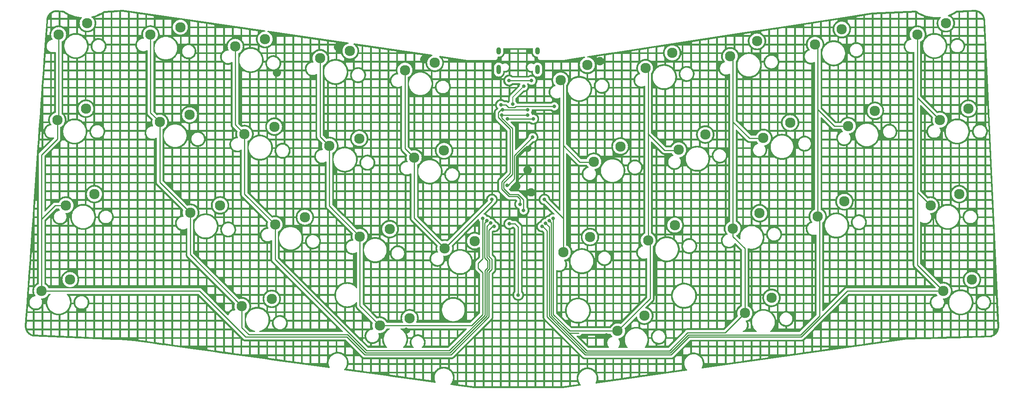
<source format=gbr>
%TF.GenerationSoftware,KiCad,Pcbnew,(6.99.0-222-g367431f825)*%
%TF.CreationDate,2022-01-18T01:02:36+01:00*%
%TF.ProjectId,Adalyn,4164616c-796e-42e6-9b69-6361645f7063,rev?*%
%TF.SameCoordinates,Original*%
%TF.FileFunction,Copper,L1,Top*%
%TF.FilePolarity,Positive*%
%FSLAX46Y46*%
G04 Gerber Fmt 4.6, Leading zero omitted, Abs format (unit mm)*
G04 Created by KiCad (PCBNEW (6.99.0-222-g367431f825)) date 2022-01-18 01:02:36*
%MOMM*%
%LPD*%
G01*
G04 APERTURE LIST*
%TA.AperFunction,ComponentPad*%
%ADD10C,2.300000*%
%TD*%
%TA.AperFunction,ComponentPad*%
%ADD11O,1.000000X1.600000*%
%TD*%
%TA.AperFunction,ComponentPad*%
%ADD12O,1.000000X2.100000*%
%TD*%
%TA.AperFunction,ViaPad*%
%ADD13C,0.800000*%
%TD*%
%TA.AperFunction,Conductor*%
%ADD14C,0.250000*%
%TD*%
%TA.AperFunction,Conductor*%
%ADD15C,0.200000*%
%TD*%
G04 APERTURE END LIST*
D10*
%TO.P,MX1,1,COL*%
%TO.N,Col0*%
X43414098Y-49965797D03*
%TO.P,MX1,2,ROW*%
%TO.N,Net-(D101-A)*%
X49764098Y-47425797D03*
%TD*%
%TO.P,MX2,1,COL*%
%TO.N,Col0*%
X43128345Y-69015792D03*
%TO.P,MX2,2,ROW*%
%TO.N,Net-(D106-A)_1*%
X49478345Y-66475792D03*
%TD*%
%TO.P,MX3,1,COL*%
%TO.N,Col0*%
X45033349Y-88065792D03*
%TO.P,MX3,2,ROW*%
%TO.N,Net-(D111-A)_1*%
X51383349Y-85525792D03*
%TD*%
%TO.P,MX4,1,COL*%
%TO.N,Col1*%
X63836391Y-49938989D03*
%TO.P,MX4,2,ROW*%
%TO.N,Net-(D101-A)_1*%
X70478093Y-48307457D03*
%TD*%
%TO.P,MX5,1,COL*%
%TO.N,Col1*%
X65901296Y-69466409D03*
%TO.P,MX5,2,ROW*%
%TO.N,Net-(D106-A)*%
X72542998Y-67834877D03*
%TD*%
%TO.P,MX6,1,COL*%
%TO.N,Col1*%
X72682351Y-89656637D03*
%TO.P,MX6,2,ROW*%
%TO.N,Net-(D111-A)*%
X79324053Y-88025105D03*
%TD*%
%TO.P,MX7,1,COL*%
%TO.N,Col2*%
X82700997Y-52590242D03*
%TO.P,MX7,2,ROW*%
%TO.N,Net-(D102-A)*%
X89342699Y-50958710D03*
%TD*%
%TO.P,MX8,1,COL*%
%TO.N,Col2*%
X84765902Y-72117660D03*
%TO.P,MX8,2,ROW*%
%TO.N,Net-(D107-A)_1*%
X91407604Y-70486128D03*
%TD*%
%TO.P,MX9,1,COL*%
%TO.N,Col2*%
X91546955Y-92307891D03*
%TO.P,MX9,2,ROW*%
%TO.N,Net-(D112-A)*%
X98188657Y-90676359D03*
%TD*%
%TO.P,MX10,1,COL*%
%TO.N,Col0*%
X39604097Y-107115795D03*
%TO.P,MX10,2,ROW*%
%TO.N,Net-(D115-A)_1*%
X45954097Y-104575795D03*
%TD*%
%TO.P,MX11,1,COL*%
%TO.N,Col3*%
X101565604Y-55241485D03*
%TO.P,MX11,2,ROW*%
%TO.N,Net-(D102-A)_1*%
X108207306Y-53609953D03*
%TD*%
%TO.P,MX12,1,COL*%
%TO.N,Col3*%
X103630510Y-74768904D03*
%TO.P,MX12,2,ROW*%
%TO.N,Net-(D107-A)*%
X110272212Y-73137372D03*
%TD*%
%TO.P,MX13,1,COL*%
%TO.N,Col3*%
X110411562Y-94959137D03*
%TO.P,MX13,2,ROW*%
%TO.N,Net-(D112-A)_1*%
X117053264Y-93327605D03*
%TD*%
%TO.P,MX15,1,COL*%
%TO.N,Col1*%
X84179558Y-110509686D03*
%TO.P,MX15,2,ROW*%
%TO.N,Net-(D115-A)*%
X90821260Y-108878154D03*
%TD*%
%TO.P,MX16,1,COL*%
%TO.N,Col4*%
X120430211Y-57892733D03*
%TO.P,MX16,2,ROW*%
%TO.N,Net-(D103-A)_1*%
X127071913Y-56261201D03*
%TD*%
%TO.P,MX18,1,COL*%
%TO.N,Col4*%
X129276170Y-97610381D03*
%TO.P,MX18,2,ROW*%
%TO.N,Net-(D118-A)_1*%
X135917872Y-95978849D03*
%TD*%
%TO.P,MX19,1,COL*%
%TO.N,Col3*%
X114834545Y-114817958D03*
%TO.P,MX19,2,ROW*%
%TO.N,Net-(D116-A)*%
X121476247Y-113186426D03*
%TD*%
%TO.P,MX20,1,COL*%
%TO.N,Col5*%
X155072438Y-60097280D03*
%TO.P,MX20,2,ROW*%
%TO.N,Net-(D103-A)*%
X161007141Y-56698250D03*
%TD*%
%TO.P,MX21,1,COL*%
%TO.N,Col5*%
X162439835Y-78299077D03*
%TO.P,MX21,2,ROW*%
%TO.N,Net-(D108-A)*%
X168374538Y-74900047D03*
%TD*%
%TO.P,MX22,1,COL*%
%TO.N,Col5*%
X155658783Y-98489305D03*
%TO.P,MX22,2,ROW*%
%TO.N,Net-(D118-A)*%
X161593486Y-95090275D03*
%TD*%
%TO.P,MX23,1,COL*%
%TO.N,Col6*%
X173937048Y-57446036D03*
%TO.P,MX23,2,ROW*%
%TO.N,Net-(D104-A)*%
X179871751Y-54047006D03*
%TD*%
%TO.P,MX24,1,COL*%
%TO.N,Col6*%
X181304443Y-75647831D03*
%TO.P,MX24,2,ROW*%
%TO.N,Net-(D109-A)*%
X187239146Y-72248801D03*
%TD*%
%TO.P,MX25,1,COL*%
%TO.N,Col6*%
X174523387Y-95838060D03*
%TO.P,MX25,2,ROW*%
%TO.N,Net-(D113-A)_1*%
X180458090Y-92439030D03*
%TD*%
%TO.P,MX26,1,COL*%
%TO.N,Col6*%
X167742335Y-116028289D03*
%TO.P,MX26,2,ROW*%
%TO.N,Net-(D116-A)_1*%
X173677038Y-112629259D03*
%TD*%
%TO.P,MX27,1,COL*%
%TO.N,Col7*%
X192801649Y-54794783D03*
%TO.P,MX27,2,ROW*%
%TO.N,Net-(D104-A)_1*%
X198736352Y-51395753D03*
%TD*%
%TO.P,MX28,1,COL*%
%TO.N,Col7*%
X200169047Y-72996582D03*
%TO.P,MX28,2,ROW*%
%TO.N,Net-(D109-A)_1*%
X206103750Y-69597552D03*
%TD*%
%TO.P,MX29,1,COL*%
%TO.N,Col7*%
X193387997Y-93186808D03*
%TO.P,MX29,2,ROW*%
%TO.N,Net-(D113-A)*%
X199322700Y-89787778D03*
%TD*%
%TO.P,MX30,1,COL*%
%TO.N,Col7*%
X196039240Y-112051417D03*
%TO.P,MX30,2,ROW*%
%TO.N,Net-(D117-A)*%
X201973943Y-108652387D03*
%TD*%
%TO.P,MX32,1,COL*%
%TO.N,Col8*%
X211666259Y-52143539D03*
%TO.P,MX32,2,ROW*%
%TO.N,Net-(D105-A)*%
X217600962Y-48744509D03*
%TD*%
%TO.P,MX33,1,COL*%
%TO.N,Col8*%
X219033656Y-70345336D03*
%TO.P,MX33,2,ROW*%
%TO.N,Net-(D110-A)_1*%
X224968359Y-66946306D03*
%TD*%
%TO.P,MX34,1,COL*%
%TO.N,Col8*%
X212252601Y-90535565D03*
%TO.P,MX34,2,ROW*%
%TO.N,Net-(D114-A)_1*%
X218187304Y-87136535D03*
%TD*%
%TO.P,MX35,1,COL*%
%TO.N,Col9*%
X240200597Y-107115797D03*
%TO.P,MX35,2,ROW*%
%TO.N,Net-(D117-A)_1*%
X246550597Y-104575797D03*
%TD*%
%TO.P,MX36,1,COL*%
%TO.N,Col9*%
X234390348Y-49965797D03*
%TO.P,MX36,2,ROW*%
%TO.N,Net-(D105-A)_1*%
X240740348Y-47425797D03*
%TD*%
%TO.P,MX37,1,COL*%
%TO.N,Col9*%
X239438600Y-69015795D03*
%TO.P,MX37,2,ROW*%
%TO.N,Net-(D110-A)*%
X245788600Y-66475795D03*
%TD*%
%TO.P,MX38,1,COL*%
%TO.N,Col9*%
X237343100Y-88065798D03*
%TO.P,MX38,2,ROW*%
%TO.N,Net-(D114-A)*%
X243693100Y-85525798D03*
%TD*%
%TO.P,MX17,1,COL*%
%TO.N,Col4*%
X122495114Y-77420156D03*
%TO.P,MX17,2,ROW*%
%TO.N,Net-(D108-A)_1*%
X129136816Y-75788624D03*
%TD*%
D11*
%TO.P,USB101,13,SHIELD*%
%TO.N,Earth*%
X141284099Y-53570796D03*
D12*
X141284099Y-57750796D03*
D11*
X149924099Y-53570796D03*
D12*
X149924099Y-57750796D03*
%TD*%
D13*
%TO.N,ROW0*%
X147724099Y-66730796D03*
X142104099Y-66740796D03*
X146040000Y-87760000D03*
%TO.N,Net-(D103-A)*%
X153670000Y-65960000D03*
X141780000Y-65640000D03*
%TO.N,ROW1*%
X142004099Y-67890796D03*
X147734099Y-67890796D03*
X146830000Y-89140000D03*
%TO.N,Net-(D108-A)_1*%
X148994099Y-68750796D03*
X143214099Y-68750796D03*
%TO.N,ROW3*%
X145630000Y-108000000D03*
X143640000Y-92150000D03*
%TO.N,Col0*%
X140280000Y-92750000D03*
%TO.N,Col1*%
X139510000Y-91970000D03*
%TO.N,Col2*%
X138640000Y-91470000D03*
%TO.N,Col3*%
X137745000Y-90915000D03*
%TO.N,Col4*%
X139784895Y-86740000D03*
%TO.N,Col5*%
X151469204Y-86730796D03*
%TO.N,Col6*%
X153410000Y-90950000D03*
%TO.N,Col7*%
X152560000Y-91480000D03*
%TO.N,Col8*%
X151700000Y-92010000D03*
%TO.N,Col9*%
X150940000Y-92750000D03*
%TO.N,GND*%
X147654099Y-75180796D03*
X124730000Y-55480000D03*
X91970000Y-58420000D03*
X163800000Y-55880000D03*
X147710000Y-80180000D03*
X145204099Y-83700796D03*
X148474099Y-85130796D03*
X120750000Y-115690000D03*
X165280000Y-116940000D03*
X105570000Y-52720000D03*
%TO.N,VBUS*%
X148604099Y-60220796D03*
X143603946Y-60195643D03*
%TO.N,Net-(U1-PC1/~RESET)*%
X148836240Y-72842937D03*
X143144099Y-83540796D03*
%TO.N,D+*%
X144385000Y-65485000D03*
X146841599Y-61503296D03*
%TD*%
D14*
%TO.N,ROW0*%
X145413802Y-86029520D02*
X146040000Y-86655718D01*
X141809204Y-66740796D02*
X141220000Y-67330000D01*
X147724099Y-66730796D02*
X142114099Y-66730796D01*
X141970068Y-82784215D02*
X141970068Y-84415786D01*
X142104099Y-66740796D02*
X141809204Y-66740796D01*
X141817902Y-69014930D02*
X143855539Y-71052567D01*
X143855539Y-71052567D02*
X143855539Y-80898743D01*
X143583803Y-86029520D02*
X145413802Y-86029520D01*
X143855539Y-80898743D02*
X141970068Y-82784215D01*
X142114099Y-66730796D02*
X142104099Y-66740796D01*
X141220000Y-67330000D02*
X141220000Y-68417029D01*
X146040000Y-86655718D02*
X146040000Y-87760000D01*
X141220000Y-68417029D02*
X141817902Y-69014930D01*
X141970068Y-84415786D02*
X143583803Y-86029520D01*
%TO.N,Net-(D103-A)*%
X144880489Y-66209511D02*
X143449511Y-66209511D01*
X142880000Y-65640000D02*
X141780000Y-65640000D01*
X141780000Y-65640000D02*
X141680000Y-65640000D01*
X143449511Y-66209511D02*
X142880000Y-65640000D01*
X153670000Y-65960000D02*
X145130000Y-65960000D01*
X145130000Y-65960000D02*
X144880489Y-66209511D01*
%TO.N,ROW1*%
X145600000Y-85580000D02*
X146820000Y-86800000D01*
X144305059Y-70866370D02*
X144305059Y-77110796D01*
X142004099Y-67890796D02*
X147734099Y-67890796D01*
X146820000Y-86800000D02*
X146830000Y-89140000D01*
X142419588Y-82970412D02*
X142419588Y-84229588D01*
X143880000Y-81510000D02*
X142419588Y-82970412D01*
X144305059Y-81084941D02*
X143880000Y-81510000D01*
X144305059Y-77110796D02*
X144305059Y-81084941D01*
X142004099Y-67890796D02*
X142004099Y-68565410D01*
X143770000Y-85580000D02*
X145600000Y-85580000D01*
X142419588Y-84229588D02*
X143770000Y-85580000D01*
X142004099Y-68565410D02*
X144305059Y-70866370D01*
X146830000Y-89140000D02*
X146820000Y-89140000D01*
%TO.N,Net-(D108-A)_1*%
X148994099Y-68750796D02*
X149114099Y-68870796D01*
X143214099Y-68750796D02*
X148994099Y-68750796D01*
%TO.N,ROW3*%
X145630000Y-92890000D02*
X144890000Y-92150000D01*
X144890000Y-92150000D02*
X143640000Y-92150000D01*
X145630000Y-108000000D02*
X145630000Y-92890000D01*
%TO.N,Col0*%
X42622402Y-88065792D02*
X39604097Y-91084097D01*
X139093560Y-99392125D02*
X139729040Y-100027606D01*
X74755795Y-107115795D02*
X39604097Y-107115795D01*
X139108560Y-112888594D02*
X130668113Y-121329040D01*
X39604097Y-91084097D02*
X39604097Y-76755903D01*
X39604097Y-107115795D02*
X39604097Y-91084097D01*
X139108560Y-102930000D02*
X139108560Y-112888594D01*
X139940000Y-92750000D02*
X139093560Y-93596440D01*
X43414098Y-68730039D02*
X43128345Y-69015792D01*
X43414098Y-49965797D02*
X43414098Y-68730039D01*
X139093560Y-93596440D02*
X139093560Y-99392125D01*
X84969040Y-117329040D02*
X74755795Y-107115795D01*
X39604097Y-76755903D02*
X43128345Y-73231655D01*
X130668113Y-121329040D02*
X111521887Y-121329040D01*
X45033349Y-88065792D02*
X42622402Y-88065792D01*
X139729039Y-100820000D02*
X139729039Y-102309521D01*
X139729039Y-102309521D02*
X139108560Y-102930000D01*
X140280000Y-92750000D02*
X139940000Y-92750000D01*
X139729040Y-100027606D02*
X139729039Y-100820000D01*
X43128345Y-69015792D02*
X43128345Y-73231655D01*
X109054282Y-118855718D02*
X107527604Y-117329040D01*
X109054282Y-118861435D02*
X109054282Y-118855718D01*
X107527604Y-117329040D02*
X84969040Y-117329040D01*
X111521887Y-121329040D02*
X109054282Y-118861435D01*
%TO.N,Col1*%
X130481916Y-120879520D02*
X111708085Y-120879520D01*
X110652141Y-119823576D02*
X110652141Y-119817859D01*
X139350000Y-91970000D02*
X138644040Y-92675960D01*
X84179558Y-115339558D02*
X84179558Y-110509686D01*
X72682351Y-99012479D02*
X84179558Y-110509686D01*
X85719520Y-116879520D02*
X84179558Y-115339558D01*
X111708085Y-120879520D02*
X110652141Y-119823576D01*
X139279520Y-102096198D02*
X138659040Y-102716678D01*
X138644040Y-92675960D02*
X138644040Y-99578322D01*
X107713802Y-116879520D02*
X85719520Y-116879520D01*
X63836391Y-49938989D02*
X63836391Y-67401504D01*
X138644040Y-99578322D02*
X139279520Y-100213803D01*
X110652141Y-119817859D02*
X107713802Y-116879520D01*
X72682351Y-89656637D02*
X72682351Y-99012479D01*
X139279520Y-100213803D02*
X139279520Y-102096198D01*
X139510000Y-91970000D02*
X139350000Y-91970000D01*
X138659040Y-102716678D02*
X138659040Y-112702396D01*
X138659040Y-112702396D02*
X130481916Y-120879520D01*
X65901296Y-69466409D02*
X65901296Y-82875582D01*
X63836391Y-67401504D02*
X65901296Y-69466409D01*
X65901296Y-82875582D02*
X72682351Y-89656637D01*
%TO.N,Col2*%
X84765902Y-85526838D02*
X91546955Y-92307891D01*
X84765902Y-72117660D02*
X84765902Y-85526838D01*
X138209520Y-112516198D02*
X130295718Y-120430000D01*
X91546955Y-92307891D02*
X91546955Y-100076955D01*
X138665000Y-102075000D02*
X138209520Y-102530480D01*
X91546955Y-100076955D02*
X111895000Y-120425000D01*
X138209520Y-102989520D02*
X138209520Y-103209520D01*
X138194520Y-99764520D02*
X138830000Y-100400000D01*
X138830000Y-100400000D02*
X138830000Y-101910000D01*
X138640000Y-91470000D02*
X138194520Y-91915480D01*
X138194520Y-93410000D02*
X138194520Y-99764520D01*
X138194520Y-91915480D02*
X138194520Y-93410000D01*
X111894282Y-120430000D02*
X130290000Y-120430000D01*
X82700997Y-52590242D02*
X82700997Y-70052755D01*
X82700997Y-70052755D02*
X84765902Y-72117660D01*
X138830000Y-101910000D02*
X138665000Y-102075000D01*
X138209520Y-102989520D02*
X138209520Y-112516198D01*
X138209520Y-102530480D02*
X138209520Y-102989520D01*
%TO.N,Col3*%
X103630510Y-74768904D02*
X103630510Y-88178085D01*
X110411562Y-110394975D02*
X114834545Y-114817958D01*
X136726133Y-101996133D02*
X137760000Y-103030000D01*
X103630510Y-88178085D02*
X110411562Y-94959137D01*
X137745000Y-99929820D02*
X136726133Y-100948687D01*
X101565604Y-72703998D02*
X103630510Y-74768904D01*
X135272042Y-114817958D02*
X114834545Y-114817958D01*
X101565604Y-55241485D02*
X101565604Y-72703998D01*
X136726133Y-100948687D02*
X136726133Y-101996133D01*
X137760000Y-112330000D02*
X135272042Y-114817958D01*
X137760000Y-103030000D02*
X137760000Y-112330000D01*
X137745000Y-90915000D02*
X137745000Y-99929820D01*
X110411562Y-94959137D02*
X110411562Y-110394975D01*
%TO.N,Col4*%
X139784895Y-87101656D02*
X139784895Y-86740000D01*
X122495114Y-90829325D02*
X129276170Y-97610381D01*
X120430211Y-57892733D02*
X120430211Y-75355253D01*
X129276170Y-97610381D02*
X139784895Y-87101656D01*
X120430211Y-75355253D02*
X122495114Y-77420156D01*
X122495114Y-77420156D02*
X122495114Y-90829325D01*
%TO.N,Col5*%
X155658783Y-90920375D02*
X155658783Y-98489305D01*
X155658783Y-60683625D02*
X155658783Y-98489305D01*
X151469204Y-86730796D02*
X155658783Y-90920375D01*
X155072438Y-60097280D02*
X155658783Y-60683625D01*
X162453118Y-78380000D02*
X159350000Y-78380000D01*
X159350000Y-78380000D02*
X155672063Y-74702063D01*
%TO.N,Col6*%
X157110000Y-116030000D02*
X157111711Y-116028289D01*
X167742335Y-116028289D02*
X174950000Y-108820624D01*
X153410000Y-112330000D02*
X157110000Y-116030000D01*
X174950000Y-108820624D02*
X174950000Y-96264673D01*
X181293118Y-75750000D02*
X178190000Y-75750000D01*
X174950000Y-96264673D02*
X174523387Y-95838060D01*
X178190000Y-75750000D02*
X174512063Y-72072063D01*
X157111711Y-116028289D02*
X167742335Y-116028289D01*
X173937048Y-57446036D02*
X174523387Y-58032375D01*
X174523387Y-58032375D02*
X174523387Y-95838060D01*
X153410000Y-90950000D02*
X153410000Y-112330000D01*
%TO.N,Col7*%
X154622141Y-114177859D02*
X155682141Y-115237859D01*
X179290000Y-120450000D02*
X183280000Y-116460000D01*
X152960480Y-94720000D02*
X152960480Y-112516198D01*
X200173118Y-73080000D02*
X197070000Y-73080000D01*
X192801649Y-54794783D02*
X193387997Y-55381131D01*
X197070000Y-73080000D02*
X193392063Y-69402063D01*
X152960480Y-112516198D02*
X154622141Y-114177859D01*
X156923802Y-116479520D02*
X158368289Y-116479520D01*
X152960480Y-91880480D02*
X152960480Y-94720000D01*
X196039240Y-112051417D02*
X196039240Y-97659240D01*
X193387997Y-55381131D02*
X193387997Y-93186808D01*
X193387997Y-95007997D02*
X193387997Y-93186808D01*
X191630657Y-116460000D02*
X196039240Y-112051417D01*
X155682141Y-115237859D02*
X156923802Y-116479520D01*
X160894282Y-120450000D02*
X179290000Y-120450000D01*
X158370000Y-116477809D02*
X159080000Y-116477809D01*
X152560000Y-91480000D02*
X152960480Y-91880480D01*
X155682141Y-115237859D02*
X160894282Y-120450000D01*
X196039240Y-97659240D02*
X193387997Y-95007997D01*
X158368289Y-116479520D02*
X158370000Y-116477809D01*
X183280000Y-116460000D02*
X191630657Y-116460000D01*
%TO.N,Col8*%
X212620000Y-112680000D02*
X212620000Y-90902964D01*
X151700000Y-92010000D02*
X152510960Y-92820960D01*
X211666259Y-52143539D02*
X212252601Y-52729881D01*
X183466198Y-116909520D02*
X208390480Y-116909520D01*
X152510960Y-92820960D02*
X152510960Y-112702396D01*
X179476198Y-120899520D02*
X183466198Y-116909520D01*
X215930538Y-70345336D02*
X212252601Y-66667399D01*
X208390480Y-116909520D02*
X212620000Y-112680000D01*
X152510960Y-112702396D02*
X160708084Y-120899520D01*
X212620000Y-90902964D02*
X212252601Y-90535565D01*
X219033656Y-70345336D02*
X215930538Y-70345336D01*
X160708084Y-120899520D02*
X179476198Y-120899520D01*
X212252601Y-52729881D02*
X212252601Y-66667399D01*
X212252601Y-66667399D02*
X212252601Y-90535565D01*
%TO.N,Col9*%
X152061440Y-93741440D02*
X152061440Y-112888594D01*
X179662396Y-121349040D02*
X183652396Y-117359040D01*
X237343100Y-88065798D02*
X234390348Y-85113046D01*
X240200597Y-107115797D02*
X218819921Y-107115797D01*
X183652396Y-117359040D02*
X208576678Y-117359040D01*
X234390348Y-49965797D02*
X234390348Y-62860348D01*
X234390348Y-85113046D02*
X234390348Y-84100348D01*
X160521887Y-121349040D02*
X179662396Y-121349040D01*
X234390348Y-62860348D02*
X234390348Y-84100348D01*
X234390348Y-84100348D02*
X234390348Y-101305548D01*
X239438600Y-69015795D02*
X234390348Y-63967543D01*
X218819921Y-107115797D02*
X218257859Y-107677859D01*
X150940000Y-92750000D02*
X151070000Y-92750000D01*
X208576678Y-117359040D02*
X218257859Y-107677859D01*
X234390348Y-63967543D02*
X234390348Y-62860348D01*
X151070000Y-92750000D02*
X152061440Y-93741440D01*
X152061440Y-112888594D02*
X160521887Y-121349040D01*
X234390348Y-101305548D02*
X240200597Y-107115797D01*
%TO.N,GND*%
X148474099Y-85130796D02*
X146124099Y-85130796D01*
X147647146Y-85049197D02*
X146121839Y-85049196D01*
X145204099Y-82685901D02*
X147710000Y-80180000D01*
X145204099Y-83700796D02*
X145204099Y-82685901D01*
X145204099Y-84210796D02*
X145204099Y-83700796D01*
X145204099Y-77110796D02*
X147064099Y-75250796D01*
X147064099Y-75250796D02*
X147134099Y-75180796D01*
X145204099Y-83700796D02*
X145204099Y-77110796D01*
X147134099Y-75180796D02*
X147654099Y-75180796D01*
X146124099Y-85130796D02*
X145204099Y-84210796D01*
%TO.N,VBUS*%
X143603946Y-60195643D02*
X148578946Y-60195643D01*
X148578946Y-60195643D02*
X148604099Y-60220796D01*
%TO.N,Net-(U1-PC1/~RESET)*%
X144754579Y-76924598D02*
X148836240Y-72842937D01*
X144754579Y-82150316D02*
X144754579Y-76924598D01*
X143144099Y-83540796D02*
X143364099Y-83540796D01*
X148836240Y-72842937D02*
X148868381Y-72810796D01*
X143364099Y-83540796D02*
X144754579Y-82150316D01*
D15*
%TO.N,D+*%
X144385000Y-65485000D02*
X144385000Y-63959895D01*
X144385000Y-63959895D02*
X146841599Y-61503296D01*
%TD*%
%TA.AperFunction,Conductor*%
%TO.N,GND*%
G36*
X247330403Y-44452873D02*
G01*
X247378738Y-44455797D01*
X247393842Y-44457631D01*
X247439134Y-44465931D01*
X247665464Y-44507408D01*
X247680226Y-44511046D01*
X247943890Y-44593207D01*
X247958099Y-44598597D01*
X248209917Y-44711930D01*
X248223385Y-44718999D01*
X248459708Y-44861861D01*
X248472231Y-44870504D01*
X248689606Y-45040807D01*
X248700994Y-45050896D01*
X248896257Y-45246158D01*
X248906346Y-45257546D01*
X249031264Y-45416991D01*
X249076652Y-45474925D01*
X249085294Y-45487446D01*
X249228158Y-45723773D01*
X249235221Y-45737229D01*
X249346619Y-45984745D01*
X249348556Y-45989049D01*
X249353950Y-46003271D01*
X249413162Y-46193289D01*
X249436106Y-46266919D01*
X249439747Y-46281692D01*
X249489523Y-46553311D01*
X249491357Y-46568415D01*
X249505946Y-46809592D01*
X249504689Y-46836302D01*
X249504686Y-46836522D01*
X249503305Y-46845393D01*
X249509317Y-46891361D01*
X249510251Y-46901989D01*
X251033919Y-80510600D01*
X252597970Y-115010001D01*
X252596600Y-115035085D01*
X252595151Y-115044393D01*
X252596315Y-115053295D01*
X252596315Y-115053299D01*
X252597447Y-115061952D01*
X252598297Y-115085627D01*
X252584097Y-115329025D01*
X252582390Y-115343603D01*
X252535170Y-115610943D01*
X252531780Y-115625222D01*
X252454083Y-115884293D01*
X252453791Y-115885265D01*
X252448765Y-115899050D01*
X252348596Y-116130831D01*
X252341065Y-116148256D01*
X252334471Y-116161362D01*
X252224403Y-116351618D01*
X252198517Y-116396363D01*
X252190440Y-116408617D01*
X252028090Y-116626204D01*
X252018642Y-116637437D01*
X251833371Y-116833315D01*
X251832089Y-116834670D01*
X251821402Y-116844725D01*
X251805141Y-116858329D01*
X251613174Y-117018930D01*
X251601388Y-117027676D01*
X251397498Y-117161293D01*
X251374325Y-117176479D01*
X251361601Y-117183795D01*
X251306072Y-117211554D01*
X251118764Y-117305189D01*
X251105280Y-117310974D01*
X250849987Y-117403300D01*
X250835919Y-117407479D01*
X250605623Y-117461516D01*
X250579071Y-117464828D01*
X250569738Y-117464993D01*
X250567931Y-117465556D01*
X250566121Y-117465725D01*
X242718077Y-117671243D01*
X232164532Y-117947610D01*
X232159502Y-117947641D01*
X232138363Y-117947346D01*
X232137029Y-117947327D01*
X232132159Y-117947259D01*
X232127327Y-117947942D01*
X232123265Y-117948200D01*
X232123282Y-117948372D01*
X232118820Y-117948808D01*
X232114336Y-117948925D01*
X232086226Y-117953704D01*
X232082790Y-117954240D01*
X186568462Y-124390293D01*
X186498213Y-124380026D01*
X186444665Y-124333408D01*
X186424821Y-124265241D01*
X186441702Y-124202534D01*
X186460314Y-124170298D01*
X186460317Y-124170293D01*
X186462519Y-124166478D01*
X186464169Y-124162394D01*
X186464172Y-124162388D01*
X186567352Y-123907006D01*
X186567353Y-123907003D01*
X186569001Y-123902924D01*
X186578850Y-123863424D01*
X186636703Y-123631386D01*
X186637768Y-123627115D01*
X186638457Y-123620566D01*
X186667022Y-123348788D01*
X186667022Y-123348785D01*
X186667481Y-123344419D01*
X186667203Y-123336454D01*
X186657715Y-123064737D01*
X186657714Y-123064730D01*
X186657561Y-123060340D01*
X186656035Y-123051681D01*
X186608963Y-122784729D01*
X186608201Y-122780406D01*
X186606846Y-122776235D01*
X186606844Y-122776228D01*
X186521723Y-122514255D01*
X186520362Y-122510066D01*
X186496610Y-122461366D01*
X186459152Y-122384567D01*
X186395754Y-122254582D01*
X186393299Y-122250943D01*
X186393296Y-122250937D01*
X186239262Y-122022572D01*
X186239257Y-122022565D01*
X186236802Y-122018926D01*
X186207174Y-121986020D01*
X186049548Y-121810959D01*
X186049547Y-121810958D01*
X186046600Y-121807685D01*
X185861707Y-121652541D01*
X186442468Y-121652541D01*
X186532573Y-121752613D01*
X186535456Y-121755928D01*
X186542004Y-121763731D01*
X186544772Y-121767150D01*
X186555595Y-121781002D01*
X186558247Y-121784521D01*
X186564239Y-121792769D01*
X186566759Y-121796368D01*
X186725711Y-122032024D01*
X186728101Y-122035704D01*
X186733502Y-122044346D01*
X186735772Y-122048124D01*
X186744561Y-122063347D01*
X186746695Y-122067197D01*
X186751479Y-122076195D01*
X186753474Y-122080110D01*
X186878082Y-122335594D01*
X186879943Y-122339586D01*
X186884088Y-122348897D01*
X186885805Y-122352941D01*
X186892390Y-122369240D01*
X186893964Y-122373341D01*
X186897449Y-122382915D01*
X186898882Y-122387077D01*
X186986721Y-122657417D01*
X186988007Y-122661624D01*
X186990815Y-122671417D01*
X186991952Y-122675661D01*
X186996205Y-122692717D01*
X186997194Y-122696998D01*
X186999314Y-122706969D01*
X187000155Y-122711293D01*
X187049515Y-122991227D01*
X187050203Y-122995570D01*
X187051622Y-123005666D01*
X187052158Y-123010036D01*
X187053995Y-123027519D01*
X187054379Y-123031904D01*
X187055089Y-123042066D01*
X187055318Y-123046451D01*
X187059931Y-123178541D01*
X187746833Y-123178541D01*
X188144833Y-123178541D01*
X189670833Y-123178541D01*
X190068833Y-123178541D01*
X191594833Y-123178541D01*
X191992833Y-123178541D01*
X192295130Y-123178541D01*
X193518833Y-123005501D01*
X193518833Y-122949221D01*
X193916833Y-122949221D01*
X195442833Y-122733434D01*
X195442833Y-122677153D01*
X195840833Y-122677153D01*
X197366833Y-122461366D01*
X197366833Y-122405086D01*
X197764833Y-122405086D01*
X199290833Y-122189299D01*
X199290833Y-122133018D01*
X199688833Y-122133018D01*
X201214833Y-121917231D01*
X201214833Y-121652541D01*
X199688833Y-121652541D01*
X199688833Y-122133018D01*
X199290833Y-122133018D01*
X199290833Y-121652541D01*
X197764833Y-121652541D01*
X197764833Y-122405086D01*
X197366833Y-122405086D01*
X197366833Y-121652541D01*
X195840833Y-121652541D01*
X195840833Y-122677153D01*
X195442833Y-122677153D01*
X195442833Y-121652541D01*
X193916833Y-121652541D01*
X193916833Y-122949221D01*
X193518833Y-122949221D01*
X193518833Y-121652541D01*
X191992833Y-121652541D01*
X191992833Y-123178541D01*
X191594833Y-123178541D01*
X191594833Y-121652541D01*
X190068833Y-121652541D01*
X190068833Y-123178541D01*
X189670833Y-123178541D01*
X189670833Y-121652541D01*
X188144833Y-121652541D01*
X188144833Y-123178541D01*
X187746833Y-123178541D01*
X187746833Y-121652541D01*
X186442468Y-121652541D01*
X185861707Y-121652541D01*
X185828850Y-121624971D01*
X185587790Y-121474340D01*
X185328112Y-121358724D01*
X185054871Y-121280373D01*
X185050521Y-121279762D01*
X185050518Y-121279761D01*
X184940028Y-121264233D01*
X184871065Y-121254541D01*
X186220833Y-121254541D01*
X187746833Y-121254541D01*
X188144833Y-121254541D01*
X189670833Y-121254541D01*
X190068833Y-121254541D01*
X191594833Y-121254541D01*
X191992833Y-121254541D01*
X193518833Y-121254541D01*
X193916833Y-121254541D01*
X195442833Y-121254541D01*
X195840833Y-121254541D01*
X197366833Y-121254541D01*
X197764833Y-121254541D01*
X199290833Y-121254541D01*
X199688833Y-121254541D01*
X201214833Y-121254541D01*
X201612833Y-121254541D01*
X203138833Y-121254541D01*
X203536833Y-121254541D01*
X205062833Y-121254541D01*
X205460833Y-121254541D01*
X205901229Y-121254541D01*
X206986833Y-121101029D01*
X206986833Y-121044749D01*
X207384833Y-121044749D01*
X208910833Y-120828962D01*
X208910833Y-120772681D01*
X209308833Y-120772681D01*
X210834833Y-120556894D01*
X210834833Y-120500614D01*
X211232833Y-120500614D01*
X212758833Y-120284827D01*
X212758833Y-120228547D01*
X213156833Y-120228547D01*
X214682833Y-120012760D01*
X214682833Y-119728541D01*
X213156833Y-119728541D01*
X213156833Y-120228547D01*
X212758833Y-120228547D01*
X212758833Y-119728541D01*
X211232833Y-119728541D01*
X211232833Y-120500614D01*
X210834833Y-120500614D01*
X210834833Y-119728541D01*
X209308833Y-119728541D01*
X209308833Y-120772681D01*
X208910833Y-120772681D01*
X208910833Y-119728541D01*
X207384833Y-119728541D01*
X207384833Y-121044749D01*
X206986833Y-121044749D01*
X206986833Y-119728541D01*
X205460833Y-119728541D01*
X205460833Y-121254541D01*
X205062833Y-121254541D01*
X205062833Y-119728541D01*
X203536833Y-119728541D01*
X203536833Y-121254541D01*
X203138833Y-121254541D01*
X203138833Y-119728541D01*
X201612833Y-119728541D01*
X201612833Y-121254541D01*
X201214833Y-121254541D01*
X201214833Y-119728541D01*
X199688833Y-119728541D01*
X199688833Y-121254541D01*
X199290833Y-121254541D01*
X199290833Y-119728541D01*
X197764833Y-119728541D01*
X197764833Y-121254541D01*
X197366833Y-121254541D01*
X197366833Y-119728541D01*
X195840833Y-119728541D01*
X195840833Y-121254541D01*
X195442833Y-121254541D01*
X195442833Y-119728541D01*
X193916833Y-119728541D01*
X193916833Y-121254541D01*
X193518833Y-121254541D01*
X193518833Y-119728541D01*
X191992833Y-119728541D01*
X191992833Y-121254541D01*
X191594833Y-121254541D01*
X191594833Y-119728541D01*
X190068833Y-119728541D01*
X190068833Y-121254541D01*
X189670833Y-121254541D01*
X189670833Y-119728541D01*
X188144833Y-119728541D01*
X188144833Y-121254541D01*
X187746833Y-121254541D01*
X187746833Y-119728541D01*
X186220833Y-119728541D01*
X186220833Y-121254541D01*
X184871065Y-121254541D01*
X184773385Y-121240813D01*
X184560283Y-121240813D01*
X184558098Y-121240966D01*
X184558092Y-121240966D01*
X184352084Y-121255371D01*
X184352079Y-121255372D01*
X184347699Y-121255678D01*
X184069658Y-121314778D01*
X184065527Y-121316282D01*
X184065522Y-121316283D01*
X183952247Y-121357512D01*
X183802548Y-121411998D01*
X183798661Y-121414065D01*
X183555460Y-121543376D01*
X183555454Y-121543380D01*
X183551568Y-121545446D01*
X183548008Y-121548032D01*
X183548004Y-121548035D01*
X183392347Y-121661127D01*
X183321603Y-121712526D01*
X183318439Y-121715582D01*
X183318436Y-121715584D01*
X183120291Y-121906930D01*
X183120288Y-121906934D01*
X183117129Y-121909984D01*
X182942126Y-122133978D01*
X182876470Y-122247697D01*
X182803296Y-122374438D01*
X182799999Y-122380148D01*
X182798349Y-122384232D01*
X182798346Y-122384238D01*
X182728491Y-122557137D01*
X182693517Y-122643702D01*
X182692453Y-122647971D01*
X182692452Y-122647973D01*
X182686607Y-122671417D01*
X182624750Y-122919511D01*
X182624291Y-122923881D01*
X182624290Y-122923885D01*
X182609486Y-123064737D01*
X182595037Y-123202207D01*
X182595190Y-123206595D01*
X182595190Y-123206601D01*
X182604792Y-123481554D01*
X182604957Y-123486286D01*
X182605719Y-123490609D01*
X182605720Y-123490616D01*
X182628634Y-123620566D01*
X182654317Y-123766220D01*
X182655672Y-123770391D01*
X182655674Y-123770398D01*
X182697159Y-123898074D01*
X182742156Y-124036560D01*
X182744084Y-124040513D01*
X182744086Y-124040518D01*
X182760511Y-124074194D01*
X182866764Y-124292044D01*
X182869219Y-124295683D01*
X182869222Y-124295689D01*
X183023256Y-124524054D01*
X183023261Y-124524061D01*
X183025716Y-124527700D01*
X183079517Y-124587452D01*
X183157694Y-124674277D01*
X183188412Y-124738284D01*
X183179647Y-124808738D01*
X183134184Y-124863269D01*
X183081700Y-124883346D01*
X181797593Y-125064928D01*
X162974860Y-127726598D01*
X162904611Y-127716331D01*
X162851063Y-127669713D01*
X162831219Y-127601546D01*
X162848100Y-127538839D01*
X162856038Y-127525091D01*
X162881761Y-127480537D01*
X162883411Y-127476453D01*
X162883414Y-127476447D01*
X162986594Y-127221065D01*
X162986595Y-127221062D01*
X162988243Y-127216983D01*
X163057010Y-126941174D01*
X163057699Y-126934625D01*
X163086264Y-126662847D01*
X163086264Y-126662844D01*
X163086723Y-126658478D01*
X163086392Y-126648986D01*
X163076957Y-126378796D01*
X163076956Y-126378789D01*
X163076803Y-126374399D01*
X163074629Y-126362065D01*
X163028205Y-126098788D01*
X163027443Y-126094465D01*
X163026088Y-126090294D01*
X163026086Y-126090287D01*
X162940965Y-125828314D01*
X162939604Y-125824125D01*
X162934071Y-125812779D01*
X162879618Y-125701136D01*
X162814996Y-125568641D01*
X162812541Y-125565002D01*
X162812538Y-125564996D01*
X162769063Y-125500541D01*
X163224597Y-125500541D01*
X163297324Y-125649653D01*
X163299185Y-125653645D01*
X163303330Y-125662956D01*
X163305047Y-125667000D01*
X163311632Y-125683299D01*
X163313206Y-125687400D01*
X163316691Y-125696974D01*
X163318124Y-125701136D01*
X163405963Y-125971476D01*
X163407249Y-125975683D01*
X163410057Y-125985476D01*
X163411194Y-125989720D01*
X163415447Y-126006776D01*
X163416436Y-126011057D01*
X163418556Y-126021028D01*
X163419397Y-126025352D01*
X163468757Y-126305286D01*
X163469445Y-126309629D01*
X163470864Y-126319725D01*
X163471400Y-126324095D01*
X163473237Y-126341578D01*
X163473621Y-126345963D01*
X163474331Y-126356125D01*
X163474560Y-126360510D01*
X163484480Y-126644589D01*
X163484557Y-126648986D01*
X163484557Y-126659172D01*
X163484480Y-126663566D01*
X163483867Y-126681134D01*
X163483637Y-126685527D01*
X163482926Y-126695697D01*
X163482543Y-126700081D01*
X163452830Y-126982777D01*
X163452294Y-126987143D01*
X163450875Y-126997239D01*
X163450186Y-127001586D01*
X163447133Y-127018897D01*
X163446294Y-127023211D01*
X163445586Y-127026541D01*
X164658833Y-127026541D01*
X165056833Y-127026541D01*
X165082938Y-127026541D01*
X166582833Y-126814445D01*
X166582833Y-126758165D01*
X166980833Y-126758165D01*
X168506833Y-126542378D01*
X168506833Y-126486097D01*
X168904833Y-126486097D01*
X170430833Y-126270310D01*
X170430833Y-126214030D01*
X170828833Y-126214030D01*
X172354833Y-125998243D01*
X172354833Y-125941963D01*
X172752833Y-125941963D01*
X174278833Y-125726176D01*
X174278833Y-125500541D01*
X172752833Y-125500541D01*
X172752833Y-125941963D01*
X172354833Y-125941963D01*
X172354833Y-125500541D01*
X170828833Y-125500541D01*
X170828833Y-126214030D01*
X170430833Y-126214030D01*
X170430833Y-125500541D01*
X168904833Y-125500541D01*
X168904833Y-126486097D01*
X168506833Y-126486097D01*
X168506833Y-125500541D01*
X166980833Y-125500541D01*
X166980833Y-126758165D01*
X166582833Y-126758165D01*
X166582833Y-125500541D01*
X165056833Y-125500541D01*
X165056833Y-127026541D01*
X164658833Y-127026541D01*
X164658833Y-125500541D01*
X163224597Y-125500541D01*
X162769063Y-125500541D01*
X162658504Y-125336631D01*
X162658499Y-125336624D01*
X162656044Y-125332985D01*
X162555203Y-125220989D01*
X162468790Y-125125018D01*
X162468789Y-125125017D01*
X162465842Y-125121744D01*
X162442957Y-125102541D01*
X163132833Y-125102541D01*
X164658833Y-125102541D01*
X165056833Y-125102541D01*
X166582833Y-125102541D01*
X166980833Y-125102541D01*
X168506833Y-125102541D01*
X168904833Y-125102541D01*
X170430833Y-125102541D01*
X170828833Y-125102541D01*
X172354833Y-125102541D01*
X172752833Y-125102541D01*
X174278833Y-125102541D01*
X174676833Y-125102541D01*
X176202833Y-125102541D01*
X176600833Y-125102541D01*
X178126833Y-125102541D01*
X178524833Y-125102541D01*
X178689033Y-125102541D01*
X180050833Y-124909973D01*
X180050833Y-124853693D01*
X180448833Y-124853693D01*
X181974833Y-124637906D01*
X181974833Y-123576541D01*
X180448833Y-123576541D01*
X180448833Y-124853693D01*
X180050833Y-124853693D01*
X180050833Y-123576541D01*
X178524833Y-123576541D01*
X178524833Y-125102541D01*
X178126833Y-125102541D01*
X178126833Y-123576541D01*
X176600833Y-123576541D01*
X176600833Y-125102541D01*
X176202833Y-125102541D01*
X176202833Y-123576541D01*
X174676833Y-123576541D01*
X174676833Y-125102541D01*
X174278833Y-125102541D01*
X174278833Y-123576541D01*
X172752833Y-123576541D01*
X172752833Y-125102541D01*
X172354833Y-125102541D01*
X172354833Y-123576541D01*
X170828833Y-123576541D01*
X170828833Y-125102541D01*
X170430833Y-125102541D01*
X170430833Y-123576541D01*
X168904833Y-123576541D01*
X168904833Y-125102541D01*
X168506833Y-125102541D01*
X168506833Y-123576541D01*
X166980833Y-123576541D01*
X166980833Y-125102541D01*
X166582833Y-125102541D01*
X166582833Y-123576541D01*
X165056833Y-123576541D01*
X165056833Y-125102541D01*
X164658833Y-125102541D01*
X164658833Y-123576541D01*
X163132833Y-123576541D01*
X163132833Y-125102541D01*
X162442957Y-125102541D01*
X162248092Y-124939030D01*
X162007032Y-124788399D01*
X161818809Y-124704597D01*
X161751368Y-124674570D01*
X161751366Y-124674569D01*
X161747354Y-124672783D01*
X161535805Y-124612122D01*
X161478340Y-124595644D01*
X161478339Y-124595644D01*
X161474113Y-124594432D01*
X161469763Y-124593821D01*
X161469760Y-124593820D01*
X161355406Y-124577749D01*
X161192627Y-124554872D01*
X160979525Y-124554872D01*
X160977340Y-124555025D01*
X160977334Y-124555025D01*
X160771326Y-124569430D01*
X160771321Y-124569431D01*
X160766941Y-124569737D01*
X160488900Y-124628837D01*
X160484769Y-124630341D01*
X160484764Y-124630342D01*
X160363249Y-124674570D01*
X160221790Y-124726057D01*
X160145397Y-124766676D01*
X159974702Y-124857435D01*
X159974696Y-124857439D01*
X159970810Y-124859505D01*
X159967250Y-124862091D01*
X159967246Y-124862094D01*
X159811589Y-124975186D01*
X159740845Y-125026585D01*
X159737681Y-125029641D01*
X159737678Y-125029643D01*
X159539533Y-125220989D01*
X159539530Y-125220993D01*
X159536371Y-125224043D01*
X159361368Y-125448037D01*
X159293841Y-125564996D01*
X159225539Y-125683299D01*
X159219241Y-125694207D01*
X159217591Y-125698291D01*
X159217588Y-125698297D01*
X159151660Y-125861476D01*
X159112759Y-125957761D01*
X159111695Y-125962030D01*
X159111694Y-125962032D01*
X159105849Y-125985476D01*
X159043992Y-126233570D01*
X159043533Y-126237940D01*
X159043532Y-126237944D01*
X159015542Y-126504246D01*
X159014279Y-126516266D01*
X159014432Y-126520654D01*
X159014432Y-126520660D01*
X159024034Y-126795613D01*
X159024199Y-126800345D01*
X159024961Y-126804668D01*
X159024962Y-126804675D01*
X159047876Y-126934625D01*
X159073559Y-127080279D01*
X159074914Y-127084450D01*
X159074916Y-127084457D01*
X159116589Y-127212712D01*
X159161398Y-127350619D01*
X159286006Y-127606103D01*
X159288461Y-127609742D01*
X159288464Y-127609748D01*
X159442498Y-127838113D01*
X159442503Y-127838120D01*
X159444958Y-127841759D01*
X159491200Y-127893116D01*
X159593253Y-128006458D01*
X159623971Y-128070465D01*
X159615206Y-128140919D01*
X159569743Y-128195450D01*
X159517259Y-128215527D01*
X155628524Y-128765422D01*
X155610882Y-128766663D01*
X145586623Y-128766664D01*
X135760226Y-128766664D01*
X135742923Y-128765470D01*
X135203426Y-128690676D01*
X131374577Y-128159854D01*
X134272833Y-128159854D01*
X135778990Y-128368664D01*
X135798833Y-128368664D01*
X136196833Y-128368664D01*
X137722833Y-128368664D01*
X138120833Y-128368664D01*
X139646833Y-128368664D01*
X140044833Y-128368664D01*
X141570833Y-128368664D01*
X141968833Y-128368664D01*
X143494833Y-128368664D01*
X143892833Y-128368664D01*
X145418833Y-128368664D01*
X145418833Y-128368663D01*
X145816833Y-128368663D01*
X147342833Y-128368663D01*
X147740833Y-128368663D01*
X149266833Y-128368663D01*
X149664833Y-128368663D01*
X151190833Y-128368663D01*
X151588833Y-128368663D01*
X153114833Y-128368663D01*
X153512833Y-128368663D01*
X155038833Y-128368663D01*
X155436833Y-128368663D01*
X155591743Y-128368663D01*
X156962833Y-128174781D01*
X156962833Y-128118501D01*
X157360833Y-128118501D01*
X158886833Y-127902714D01*
X158886833Y-127695584D01*
X158803678Y-127525091D01*
X158801817Y-127521099D01*
X158797672Y-127511788D01*
X158795955Y-127507744D01*
X158789370Y-127491445D01*
X158787796Y-127487344D01*
X158784311Y-127477770D01*
X158782878Y-127473608D01*
X158766935Y-127424541D01*
X157360833Y-127424541D01*
X157360833Y-128118501D01*
X156962833Y-128118501D01*
X156962833Y-127424541D01*
X155436833Y-127424541D01*
X155436833Y-128368663D01*
X155038833Y-128368663D01*
X155038833Y-127424541D01*
X153512833Y-127424541D01*
X153512833Y-128368663D01*
X153114833Y-128368663D01*
X153114833Y-127424541D01*
X151588833Y-127424541D01*
X151588833Y-128368663D01*
X151190833Y-128368663D01*
X151190833Y-127424541D01*
X149664833Y-127424541D01*
X149664833Y-128368663D01*
X149266833Y-128368663D01*
X149266833Y-127424541D01*
X147740833Y-127424541D01*
X147740833Y-128368663D01*
X147342833Y-128368663D01*
X147342833Y-127424541D01*
X145816833Y-127424541D01*
X145816833Y-128368663D01*
X145418833Y-128368663D01*
X145418833Y-127424541D01*
X143892833Y-127424541D01*
X143892833Y-128368664D01*
X143494833Y-128368664D01*
X143494833Y-127424541D01*
X141968833Y-127424541D01*
X141968833Y-128368664D01*
X141570833Y-128368664D01*
X141570833Y-127424541D01*
X140044833Y-127424541D01*
X140044833Y-128368664D01*
X139646833Y-128368664D01*
X139646833Y-127424541D01*
X138120833Y-127424541D01*
X138120833Y-128368664D01*
X137722833Y-128368664D01*
X137722833Y-127424541D01*
X136196833Y-127424541D01*
X136196833Y-128368664D01*
X135798833Y-128368664D01*
X135798833Y-127424541D01*
X134272833Y-127424541D01*
X134272833Y-128159854D01*
X131374577Y-128159854D01*
X130616730Y-128054788D01*
X130552004Y-128025622D01*
X130513319Y-127966090D01*
X130512961Y-127895095D01*
X130514152Y-127893116D01*
X132348833Y-127893116D01*
X133874833Y-128104677D01*
X133874833Y-127424541D01*
X132348833Y-127424541D01*
X132348833Y-127893116D01*
X130514152Y-127893116D01*
X130546508Y-127839346D01*
X130583190Y-127803923D01*
X130583193Y-127803919D01*
X130586352Y-127800869D01*
X130761355Y-127576875D01*
X130837126Y-127445637D01*
X130901277Y-127334525D01*
X130901280Y-127334520D01*
X130903482Y-127330705D01*
X130905132Y-127326621D01*
X130905135Y-127326615D01*
X131008315Y-127071233D01*
X131008316Y-127071230D01*
X131009964Y-127067151D01*
X131020920Y-127023211D01*
X131060337Y-126865115D01*
X131078731Y-126791342D01*
X131093694Y-126648986D01*
X131107985Y-126513015D01*
X131107985Y-126513012D01*
X131108444Y-126508646D01*
X131108291Y-126504252D01*
X131098678Y-126228964D01*
X131098677Y-126228957D01*
X131098524Y-126224567D01*
X131096667Y-126214030D01*
X131063397Y-126025352D01*
X131049164Y-125944633D01*
X131047809Y-125940462D01*
X131047807Y-125940455D01*
X130969124Y-125698297D01*
X130961325Y-125674293D01*
X130951255Y-125653645D01*
X130901339Y-125551304D01*
X130876580Y-125500541D01*
X131319381Y-125500541D01*
X131320906Y-125503813D01*
X131325051Y-125513124D01*
X131326768Y-125517168D01*
X131333353Y-125533467D01*
X131334927Y-125537568D01*
X131338412Y-125547142D01*
X131339845Y-125551304D01*
X131427684Y-125821644D01*
X131428970Y-125825851D01*
X131431778Y-125835644D01*
X131432915Y-125839888D01*
X131437168Y-125856944D01*
X131438157Y-125861225D01*
X131440277Y-125871196D01*
X131441118Y-125875520D01*
X131490478Y-126155454D01*
X131491166Y-126159797D01*
X131492585Y-126169893D01*
X131493121Y-126174263D01*
X131494958Y-126191746D01*
X131495342Y-126196131D01*
X131496052Y-126206293D01*
X131496281Y-126210678D01*
X131506201Y-126494757D01*
X131506278Y-126499154D01*
X131506278Y-126509340D01*
X131506201Y-126513734D01*
X131505588Y-126531302D01*
X131505358Y-126535695D01*
X131504647Y-126545865D01*
X131504264Y-126550249D01*
X131474551Y-126832945D01*
X131474015Y-126837311D01*
X131472596Y-126847407D01*
X131471907Y-126851754D01*
X131468854Y-126869065D01*
X131468015Y-126873379D01*
X131465897Y-126883343D01*
X131464908Y-126887627D01*
X131430273Y-127026541D01*
X131950833Y-127026541D01*
X132348833Y-127026541D01*
X133874833Y-127026541D01*
X134272833Y-127026541D01*
X135798833Y-127026541D01*
X136196833Y-127026541D01*
X137722833Y-127026541D01*
X138120833Y-127026541D01*
X139646833Y-127026541D01*
X140044833Y-127026541D01*
X141570833Y-127026541D01*
X141968833Y-127026541D01*
X143494833Y-127026541D01*
X143892833Y-127026541D01*
X145418833Y-127026541D01*
X145816833Y-127026541D01*
X147342833Y-127026541D01*
X147740833Y-127026541D01*
X149266833Y-127026541D01*
X149664833Y-127026541D01*
X151190833Y-127026541D01*
X151588833Y-127026541D01*
X153114833Y-127026541D01*
X153512833Y-127026541D01*
X155038833Y-127026541D01*
X155436833Y-127026541D01*
X156962833Y-127026541D01*
X157360833Y-127026541D01*
X158659943Y-127026541D01*
X158632245Y-126869458D01*
X158631557Y-126865115D01*
X158630138Y-126855019D01*
X158629602Y-126850649D01*
X158627765Y-126833166D01*
X158627381Y-126828781D01*
X158626671Y-126818619D01*
X158626442Y-126814234D01*
X158616522Y-126530155D01*
X158616445Y-126525758D01*
X158616445Y-126515572D01*
X158616522Y-126511178D01*
X158617135Y-126493610D01*
X158617365Y-126489217D01*
X158618076Y-126479047D01*
X158618459Y-126474663D01*
X158648172Y-126191967D01*
X158648708Y-126187601D01*
X158650127Y-126177505D01*
X158650816Y-126173158D01*
X158653869Y-126155847D01*
X158654708Y-126151533D01*
X158656826Y-126141569D01*
X158657815Y-126137285D01*
X158726582Y-125861476D01*
X158727721Y-125857224D01*
X158730530Y-125847429D01*
X158731815Y-125843227D01*
X158737247Y-125826509D01*
X158738677Y-125822355D01*
X158742162Y-125812779D01*
X158743740Y-125808669D01*
X158850222Y-125545115D01*
X158851937Y-125541073D01*
X158856081Y-125531764D01*
X158857942Y-125527772D01*
X158865648Y-125511972D01*
X158867646Y-125508051D01*
X158871639Y-125500541D01*
X157360833Y-125500541D01*
X157360833Y-127026541D01*
X156962833Y-127026541D01*
X156962833Y-125500541D01*
X155436833Y-125500541D01*
X155436833Y-127026541D01*
X155038833Y-127026541D01*
X155038833Y-125500541D01*
X153512833Y-125500541D01*
X153512833Y-127026541D01*
X153114833Y-127026541D01*
X153114833Y-125500541D01*
X151588833Y-125500541D01*
X151588833Y-127026541D01*
X151190833Y-127026541D01*
X151190833Y-125500541D01*
X149664833Y-125500541D01*
X149664833Y-127026541D01*
X149266833Y-127026541D01*
X149266833Y-125500541D01*
X147740833Y-125500541D01*
X147740833Y-127026541D01*
X147342833Y-127026541D01*
X147342833Y-125500541D01*
X145816833Y-125500541D01*
X145816833Y-127026541D01*
X145418833Y-127026541D01*
X145418833Y-125500541D01*
X143892833Y-125500541D01*
X143892833Y-127026541D01*
X143494833Y-127026541D01*
X143494833Y-125500541D01*
X141968833Y-125500541D01*
X141968833Y-127026541D01*
X141570833Y-127026541D01*
X141570833Y-125500541D01*
X140044833Y-125500541D01*
X140044833Y-127026541D01*
X139646833Y-127026541D01*
X139646833Y-125500541D01*
X138120833Y-125500541D01*
X138120833Y-127026541D01*
X137722833Y-127026541D01*
X137722833Y-125500541D01*
X136196833Y-125500541D01*
X136196833Y-127026541D01*
X135798833Y-127026541D01*
X135798833Y-125500541D01*
X134272833Y-125500541D01*
X134272833Y-127026541D01*
X133874833Y-127026541D01*
X133874833Y-125500541D01*
X132348833Y-125500541D01*
X132348833Y-127026541D01*
X131950833Y-127026541D01*
X131950833Y-125500541D01*
X131319381Y-125500541D01*
X130876580Y-125500541D01*
X130836717Y-125418809D01*
X130834262Y-125415170D01*
X130834259Y-125415164D01*
X130680225Y-125186799D01*
X130680220Y-125186792D01*
X130677765Y-125183153D01*
X130576924Y-125071157D01*
X130490511Y-124975186D01*
X130490510Y-124975185D01*
X130487563Y-124971912D01*
X130269813Y-124789198D01*
X130028753Y-124638567D01*
X129801791Y-124537517D01*
X129773089Y-124524738D01*
X129773087Y-124524737D01*
X129769075Y-124522951D01*
X129557526Y-124462290D01*
X129500061Y-124445812D01*
X129500060Y-124445812D01*
X129495834Y-124444600D01*
X129491484Y-124443989D01*
X129491481Y-124443988D01*
X129370261Y-124426952D01*
X129297684Y-124416752D01*
X130424833Y-124416752D01*
X130480721Y-124451675D01*
X130484407Y-124454069D01*
X130492855Y-124459767D01*
X130496459Y-124462290D01*
X130510680Y-124472622D01*
X130514197Y-124475273D01*
X130522228Y-124481548D01*
X130525642Y-124484312D01*
X130743392Y-124667026D01*
X130746709Y-124669910D01*
X130754286Y-124676732D01*
X130757508Y-124679736D01*
X130770153Y-124691948D01*
X130773264Y-124695059D01*
X130780339Y-124702386D01*
X130783334Y-124705599D01*
X130973536Y-124916840D01*
X130976419Y-124920155D01*
X130982967Y-124927958D01*
X130985735Y-124931377D01*
X130996558Y-124945229D01*
X130999210Y-124948748D01*
X131005202Y-124956996D01*
X131007722Y-124960595D01*
X131103466Y-125102541D01*
X131950833Y-125102541D01*
X132348833Y-125102541D01*
X133874833Y-125102541D01*
X134272833Y-125102541D01*
X135798833Y-125102541D01*
X136196833Y-125102541D01*
X137722833Y-125102541D01*
X138120833Y-125102541D01*
X139646833Y-125102541D01*
X140044833Y-125102541D01*
X141570833Y-125102541D01*
X141968833Y-125102541D01*
X143494833Y-125102541D01*
X143892833Y-125102541D01*
X145418833Y-125102541D01*
X145816833Y-125102541D01*
X147342833Y-125102541D01*
X147740833Y-125102541D01*
X149266833Y-125102541D01*
X149664833Y-125102541D01*
X151190833Y-125102541D01*
X151588833Y-125102541D01*
X153114833Y-125102541D01*
X153512833Y-125102541D01*
X155038833Y-125102541D01*
X155436833Y-125102541D01*
X156962833Y-125102541D01*
X157360833Y-125102541D01*
X158886833Y-125102541D01*
X158886833Y-124913665D01*
X159284833Y-124913665D01*
X159464371Y-124740287D01*
X159467591Y-124737284D01*
X159475166Y-124730464D01*
X159478483Y-124727581D01*
X159491949Y-124716282D01*
X159495367Y-124713515D01*
X159503395Y-124707243D01*
X159506906Y-124704597D01*
X159736871Y-124537517D01*
X159740473Y-124534995D01*
X159748925Y-124529294D01*
X159752617Y-124526896D01*
X159767525Y-124517581D01*
X159771296Y-124515316D01*
X159780118Y-124510223D01*
X159783961Y-124508093D01*
X160034941Y-124374645D01*
X160038856Y-124372650D01*
X160048012Y-124368184D01*
X160051998Y-124366325D01*
X160068056Y-124359175D01*
X160072106Y-124357455D01*
X160081558Y-124353636D01*
X160085665Y-124352060D01*
X160352775Y-124254840D01*
X160356932Y-124253409D01*
X160366620Y-124250261D01*
X160370824Y-124248975D01*
X160387722Y-124244129D01*
X160391978Y-124242989D01*
X160401870Y-124240523D01*
X160406151Y-124239534D01*
X160684192Y-124180434D01*
X160688501Y-124179597D01*
X160698541Y-124177826D01*
X160702897Y-124177136D01*
X160720305Y-124174690D01*
X160724676Y-124174153D01*
X160734807Y-124173089D01*
X160739179Y-124172707D01*
X160810833Y-124167697D01*
X160810833Y-124157390D01*
X161208833Y-124157390D01*
X161211597Y-124157535D01*
X161229133Y-124158761D01*
X161233510Y-124159144D01*
X161243647Y-124160209D01*
X161248018Y-124160745D01*
X161529504Y-124200305D01*
X161533846Y-124200993D01*
X161543885Y-124202763D01*
X161548206Y-124203603D01*
X161565400Y-124207258D01*
X161569688Y-124208248D01*
X161579573Y-124210713D01*
X161583816Y-124211850D01*
X161857057Y-124290201D01*
X161861261Y-124291486D01*
X161870950Y-124294634D01*
X161875108Y-124296066D01*
X161891627Y-124302078D01*
X161895726Y-124303651D01*
X161905178Y-124307469D01*
X161909236Y-124309191D01*
X162168914Y-124424807D01*
X162172909Y-124426670D01*
X162182070Y-124431139D01*
X162185981Y-124433133D01*
X162201502Y-124441386D01*
X162205347Y-124443517D01*
X162214170Y-124448611D01*
X162217940Y-124450876D01*
X162459000Y-124601507D01*
X162462686Y-124603901D01*
X162471134Y-124609599D01*
X162474738Y-124612122D01*
X162488959Y-124622454D01*
X162492476Y-124625105D01*
X162500507Y-124631380D01*
X162503921Y-124634144D01*
X162721671Y-124816858D01*
X162724988Y-124819742D01*
X162732565Y-124826564D01*
X162734833Y-124828679D01*
X162734833Y-123576541D01*
X161208833Y-123576541D01*
X161208833Y-124157390D01*
X160810833Y-124157390D01*
X160810833Y-123576541D01*
X159284833Y-123576541D01*
X159284833Y-124913665D01*
X158886833Y-124913665D01*
X158886833Y-123576541D01*
X157360833Y-123576541D01*
X157360833Y-125102541D01*
X156962833Y-125102541D01*
X156962833Y-123576541D01*
X155436833Y-123576541D01*
X155436833Y-125102541D01*
X155038833Y-125102541D01*
X155038833Y-123576541D01*
X153512833Y-123576541D01*
X153512833Y-125102541D01*
X153114833Y-125102541D01*
X153114833Y-123576541D01*
X151588833Y-123576541D01*
X151588833Y-125102541D01*
X151190833Y-125102541D01*
X151190833Y-123576541D01*
X149664833Y-123576541D01*
X149664833Y-125102541D01*
X149266833Y-125102541D01*
X149266833Y-123576541D01*
X147740833Y-123576541D01*
X147740833Y-125102541D01*
X147342833Y-125102541D01*
X147342833Y-123576541D01*
X145816833Y-123576541D01*
X145816833Y-125102541D01*
X145418833Y-125102541D01*
X145418833Y-123576541D01*
X143892833Y-123576541D01*
X143892833Y-125102541D01*
X143494833Y-125102541D01*
X143494833Y-123576541D01*
X141968833Y-123576541D01*
X141968833Y-125102541D01*
X141570833Y-125102541D01*
X141570833Y-123576541D01*
X140044833Y-123576541D01*
X140044833Y-125102541D01*
X139646833Y-125102541D01*
X139646833Y-123576541D01*
X138120833Y-123576541D01*
X138120833Y-125102541D01*
X137722833Y-125102541D01*
X137722833Y-123576541D01*
X136196833Y-123576541D01*
X136196833Y-125102541D01*
X135798833Y-125102541D01*
X135798833Y-123576541D01*
X134272833Y-123576541D01*
X134272833Y-125102541D01*
X133874833Y-125102541D01*
X133874833Y-123576541D01*
X132348833Y-123576541D01*
X132348833Y-125102541D01*
X131950833Y-125102541D01*
X131950833Y-123576541D01*
X130424833Y-123576541D01*
X130424833Y-124416752D01*
X129297684Y-124416752D01*
X129214348Y-124405040D01*
X129001246Y-124405040D01*
X128999061Y-124405193D01*
X128999055Y-124405193D01*
X128793047Y-124419598D01*
X128793042Y-124419599D01*
X128788662Y-124419905D01*
X128510621Y-124479005D01*
X128506490Y-124480509D01*
X128506485Y-124480510D01*
X128430702Y-124508093D01*
X128243511Y-124576225D01*
X128175998Y-124612122D01*
X127996423Y-124707603D01*
X127996417Y-124707607D01*
X127992531Y-124709673D01*
X127988971Y-124712259D01*
X127988967Y-124712262D01*
X127782742Y-124862094D01*
X127762566Y-124876753D01*
X127759402Y-124879809D01*
X127759399Y-124879811D01*
X127561254Y-125071157D01*
X127561251Y-125071161D01*
X127558092Y-125074211D01*
X127383089Y-125298205D01*
X127363009Y-125332985D01*
X127247260Y-125533467D01*
X127240962Y-125544375D01*
X127239312Y-125548459D01*
X127239309Y-125548465D01*
X127180426Y-125694207D01*
X127134480Y-125807929D01*
X127133416Y-125812198D01*
X127133415Y-125812200D01*
X127122259Y-125856944D01*
X127065713Y-126083738D01*
X127065254Y-126088108D01*
X127065253Y-126088112D01*
X127036459Y-126362065D01*
X127036000Y-126366434D01*
X127036153Y-126370822D01*
X127036153Y-126370828D01*
X127042419Y-126550249D01*
X127045920Y-126650513D01*
X127046682Y-126654836D01*
X127046683Y-126654843D01*
X127051319Y-126681134D01*
X127095280Y-126930447D01*
X127096635Y-126934618D01*
X127096637Y-126934625D01*
X127124019Y-127018897D01*
X127183119Y-127200787D01*
X127258128Y-127354577D01*
X127277191Y-127393662D01*
X127289076Y-127463657D01*
X127261231Y-127528965D01*
X127202499Y-127568853D01*
X127146640Y-127573703D01*
X121754581Y-126826162D01*
X124652833Y-126826162D01*
X126098180Y-127026541D01*
X126178833Y-127026541D01*
X126178833Y-125500541D01*
X124652833Y-125500541D01*
X124652833Y-126826162D01*
X121754581Y-126826162D01*
X119830576Y-126559423D01*
X122728833Y-126559423D01*
X124254833Y-126770984D01*
X124254833Y-125500541D01*
X122728833Y-125500541D01*
X122728833Y-126559423D01*
X119830576Y-126559423D01*
X117906579Y-126292685D01*
X120804833Y-126292685D01*
X122330833Y-126504246D01*
X122330833Y-125500541D01*
X120804833Y-125500541D01*
X120804833Y-126292685D01*
X117906579Y-126292685D01*
X115982582Y-126025947D01*
X118880833Y-126025947D01*
X120406833Y-126237508D01*
X120406833Y-125500541D01*
X118880833Y-125500541D01*
X118880833Y-126025947D01*
X115982582Y-126025947D01*
X114058577Y-125759208D01*
X116956833Y-125759208D01*
X118482833Y-125970769D01*
X118482833Y-125500541D01*
X116956833Y-125500541D01*
X116956833Y-125759208D01*
X114058577Y-125759208D01*
X108286577Y-124958993D01*
X111184833Y-124958993D01*
X112220250Y-125102541D01*
X112710833Y-125102541D01*
X113108833Y-125102541D01*
X114634833Y-125102541D01*
X115032833Y-125102541D01*
X116558833Y-125102541D01*
X116956833Y-125102541D01*
X118482833Y-125102541D01*
X118880833Y-125102541D01*
X120406833Y-125102541D01*
X120804833Y-125102541D01*
X122330833Y-125102541D01*
X122728833Y-125102541D01*
X124254833Y-125102541D01*
X124652833Y-125102541D01*
X126178833Y-125102541D01*
X126576833Y-125102541D01*
X127036485Y-125102541D01*
X127038411Y-125099205D01*
X127040679Y-125095430D01*
X127046081Y-125086786D01*
X127048475Y-125083101D01*
X127058305Y-125068528D01*
X127060825Y-125064928D01*
X127066813Y-125056686D01*
X127069461Y-125053173D01*
X127244464Y-124829179D01*
X127247228Y-124825764D01*
X127253775Y-124817961D01*
X127256661Y-124814642D01*
X127268423Y-124801578D01*
X127271423Y-124798360D01*
X127278506Y-124791025D01*
X127281618Y-124787913D01*
X127486092Y-124590455D01*
X127489312Y-124587452D01*
X127496887Y-124580632D01*
X127500204Y-124577749D01*
X127513670Y-124566450D01*
X127517088Y-124563683D01*
X127525116Y-124557411D01*
X127528627Y-124554765D01*
X127758592Y-124387685D01*
X127762194Y-124385163D01*
X127770646Y-124379462D01*
X127774338Y-124377064D01*
X127789246Y-124367749D01*
X127793017Y-124365484D01*
X127801839Y-124360391D01*
X127805682Y-124358261D01*
X128056662Y-124224813D01*
X128060577Y-124222818D01*
X128069733Y-124218352D01*
X128073719Y-124216493D01*
X128089777Y-124209343D01*
X128093827Y-124207623D01*
X128102833Y-124203984D01*
X128102833Y-124074194D01*
X128500833Y-124074194D01*
X128705913Y-124030602D01*
X128710222Y-124029765D01*
X128720262Y-124027994D01*
X128724618Y-124027304D01*
X128742026Y-124024858D01*
X128746397Y-124024321D01*
X128756528Y-124023257D01*
X128760900Y-124022875D01*
X128973484Y-124008010D01*
X128975669Y-124007876D01*
X128980756Y-124007609D01*
X128982961Y-124007513D01*
X128991750Y-124007206D01*
X128993949Y-124007148D01*
X128999046Y-124007059D01*
X129001246Y-124007040D01*
X129214348Y-124007040D01*
X129218751Y-124007117D01*
X129228933Y-124007473D01*
X129233318Y-124007703D01*
X129250854Y-124008929D01*
X129255231Y-124009312D01*
X129265368Y-124010377D01*
X129269739Y-124010913D01*
X129551225Y-124050473D01*
X129555567Y-124051161D01*
X129565606Y-124052931D01*
X129569927Y-124053771D01*
X129587121Y-124057426D01*
X129591409Y-124058416D01*
X129601294Y-124060881D01*
X129605537Y-124062018D01*
X129878778Y-124140369D01*
X129882982Y-124141654D01*
X129892671Y-124144802D01*
X129896829Y-124146234D01*
X129913348Y-124152246D01*
X129917447Y-124153819D01*
X129926899Y-124157637D01*
X129930957Y-124159359D01*
X130026833Y-124202046D01*
X130026833Y-123576541D01*
X128500833Y-123576541D01*
X128500833Y-124074194D01*
X128102833Y-124074194D01*
X128102833Y-123576541D01*
X126576833Y-123576541D01*
X126576833Y-125102541D01*
X126178833Y-125102541D01*
X126178833Y-123576541D01*
X124652833Y-123576541D01*
X124652833Y-125102541D01*
X124254833Y-125102541D01*
X124254833Y-123576541D01*
X122728833Y-123576541D01*
X122728833Y-125102541D01*
X122330833Y-125102541D01*
X122330833Y-123576541D01*
X120804833Y-123576541D01*
X120804833Y-125102541D01*
X120406833Y-125102541D01*
X120406833Y-123576541D01*
X118880833Y-123576541D01*
X118880833Y-125102541D01*
X118482833Y-125102541D01*
X118482833Y-123576541D01*
X116956833Y-123576541D01*
X116956833Y-125102541D01*
X116558833Y-125102541D01*
X116558833Y-123576541D01*
X115032833Y-123576541D01*
X115032833Y-125102541D01*
X114634833Y-125102541D01*
X114634833Y-123576541D01*
X113108833Y-123576541D01*
X113108833Y-125102541D01*
X112710833Y-125102541D01*
X112710833Y-123576541D01*
X111184833Y-123576541D01*
X111184833Y-124958993D01*
X108286577Y-124958993D01*
X106995331Y-124779978D01*
X106930603Y-124750811D01*
X106892552Y-124692255D01*
X109260833Y-124692255D01*
X110786833Y-124903816D01*
X110786833Y-123576541D01*
X109260833Y-123576541D01*
X109260833Y-124692255D01*
X106892552Y-124692255D01*
X106891918Y-124691279D01*
X106891560Y-124620284D01*
X106925107Y-124564535D01*
X106925990Y-124563683D01*
X106959864Y-124530971D01*
X107002432Y-124489864D01*
X107002435Y-124489860D01*
X107005594Y-124486810D01*
X107032481Y-124452396D01*
X107530714Y-124452396D01*
X108862833Y-124637078D01*
X108862833Y-123576541D01*
X107883409Y-123576541D01*
X107815383Y-123849377D01*
X107814244Y-123853629D01*
X107811435Y-123863424D01*
X107810150Y-123867626D01*
X107804718Y-123884344D01*
X107803288Y-123888498D01*
X107799803Y-123898074D01*
X107798225Y-123902184D01*
X107691743Y-124165738D01*
X107690028Y-124169780D01*
X107685884Y-124179089D01*
X107684023Y-124183081D01*
X107676317Y-124198881D01*
X107674319Y-124202802D01*
X107669534Y-124211801D01*
X107667402Y-124215646D01*
X107530714Y-124452396D01*
X107032481Y-124452396D01*
X107180597Y-124262816D01*
X107258582Y-124127742D01*
X107320519Y-124020466D01*
X107320522Y-124020461D01*
X107322724Y-124016646D01*
X107324374Y-124012562D01*
X107324377Y-124012556D01*
X107427557Y-123757174D01*
X107427558Y-123757171D01*
X107429206Y-123753092D01*
X107497973Y-123477283D01*
X107527686Y-123194587D01*
X107523152Y-123064737D01*
X107517920Y-122914905D01*
X107517919Y-122914898D01*
X107517766Y-122910508D01*
X107508126Y-122855834D01*
X107482639Y-122711293D01*
X107468406Y-122630574D01*
X107467051Y-122626403D01*
X107467049Y-122626396D01*
X107387989Y-122383077D01*
X107380567Y-122360234D01*
X107378491Y-122355976D01*
X107320184Y-122236431D01*
X107255959Y-122104750D01*
X107253504Y-122101111D01*
X107253501Y-122101105D01*
X107099467Y-121872740D01*
X107099462Y-121872733D01*
X107097007Y-121869094D01*
X107093885Y-121865626D01*
X106909753Y-121661127D01*
X106909752Y-121661126D01*
X106906805Y-121657853D01*
X106900474Y-121652541D01*
X107431014Y-121652541D01*
X107585916Y-121882192D01*
X107588306Y-121885872D01*
X107593707Y-121894514D01*
X107595977Y-121898292D01*
X107604766Y-121913515D01*
X107606900Y-121917365D01*
X107611684Y-121926363D01*
X107613679Y-121930278D01*
X107738287Y-122185762D01*
X107740148Y-122189754D01*
X107744293Y-122199065D01*
X107746010Y-122203109D01*
X107752595Y-122219408D01*
X107754169Y-122223509D01*
X107757654Y-122233083D01*
X107759087Y-122237245D01*
X107846926Y-122507585D01*
X107848212Y-122511792D01*
X107851020Y-122521585D01*
X107852157Y-122525829D01*
X107856410Y-122542885D01*
X107857399Y-122547166D01*
X107859519Y-122557137D01*
X107860360Y-122561461D01*
X107909720Y-122841395D01*
X107910408Y-122845738D01*
X107911827Y-122855834D01*
X107912363Y-122860204D01*
X107914200Y-122877687D01*
X107914584Y-122882072D01*
X107915294Y-122892234D01*
X107915523Y-122896619D01*
X107925368Y-123178541D01*
X108862833Y-123178541D01*
X109260833Y-123178541D01*
X110786833Y-123178541D01*
X110786833Y-122307355D01*
X111184833Y-122307355D01*
X111184833Y-123178541D01*
X112710833Y-123178541D01*
X113108833Y-123178541D01*
X114634833Y-123178541D01*
X115032833Y-123178541D01*
X116558833Y-123178541D01*
X116956833Y-123178541D01*
X118482833Y-123178541D01*
X118880833Y-123178541D01*
X120406833Y-123178541D01*
X120804833Y-123178541D01*
X122330833Y-123178541D01*
X122728833Y-123178541D01*
X124254833Y-123178541D01*
X124652833Y-123178541D01*
X126178833Y-123178541D01*
X126576833Y-123178541D01*
X128102833Y-123178541D01*
X128500833Y-123178541D01*
X130026833Y-123178541D01*
X130424833Y-123178541D01*
X131950833Y-123178541D01*
X132348833Y-123178541D01*
X133874833Y-123178541D01*
X134272833Y-123178541D01*
X135798833Y-123178541D01*
X136196833Y-123178541D01*
X137722833Y-123178541D01*
X138120833Y-123178541D01*
X139646833Y-123178541D01*
X140044833Y-123178541D01*
X141570833Y-123178541D01*
X141968833Y-123178541D01*
X143494833Y-123178541D01*
X143892833Y-123178541D01*
X145418833Y-123178541D01*
X145816833Y-123178541D01*
X147342833Y-123178541D01*
X147740833Y-123178541D01*
X149266833Y-123178541D01*
X149664833Y-123178541D01*
X151190833Y-123178541D01*
X151588833Y-123178541D01*
X153114833Y-123178541D01*
X153512833Y-123178541D01*
X155038833Y-123178541D01*
X155436833Y-123178541D01*
X156962833Y-123178541D01*
X157360833Y-123178541D01*
X158886833Y-123178541D01*
X159284833Y-123178541D01*
X160810833Y-123178541D01*
X161208833Y-123178541D01*
X162734833Y-123178541D01*
X163132833Y-123178541D01*
X164658833Y-123178541D01*
X165056833Y-123178541D01*
X166582833Y-123178541D01*
X166980833Y-123178541D01*
X168506833Y-123178541D01*
X168904833Y-123178541D01*
X170430833Y-123178541D01*
X170828833Y-123178541D01*
X172354833Y-123178541D01*
X172752833Y-123178541D01*
X174278833Y-123178541D01*
X174676833Y-123178541D01*
X176202833Y-123178541D01*
X176600833Y-123178541D01*
X178126833Y-123178541D01*
X178524833Y-123178541D01*
X180050833Y-123178541D01*
X180448833Y-123178541D01*
X181974833Y-123178541D01*
X181974833Y-121652541D01*
X180817655Y-121652541D01*
X180448833Y-122021363D01*
X180448833Y-123178541D01*
X180050833Y-123178541D01*
X180050833Y-122308949D01*
X180034553Y-122314810D01*
X180027027Y-122317255D01*
X179996900Y-122326008D01*
X179967707Y-122337566D01*
X179960257Y-122340248D01*
X179942818Y-122345914D01*
X179935217Y-122348122D01*
X179904626Y-122355976D01*
X179896902Y-122357702D01*
X179878894Y-122361137D01*
X179872202Y-122362197D01*
X179865656Y-122363878D01*
X179847766Y-122367877D01*
X179839992Y-122369360D01*
X179808799Y-122374301D01*
X179800946Y-122375294D01*
X179782691Y-122377020D01*
X179774791Y-122377517D01*
X179740003Y-122378611D01*
X179739060Y-122378700D01*
X179735114Y-122379011D01*
X179719324Y-122380004D01*
X179715374Y-122380190D01*
X179706210Y-122380478D01*
X179702252Y-122380540D01*
X179678625Y-122380540D01*
X179614810Y-122382546D01*
X179606893Y-122382546D01*
X179588564Y-122381970D01*
X179580662Y-122381473D01*
X179570794Y-122380540D01*
X178524833Y-122380540D01*
X178524833Y-123178541D01*
X178126833Y-123178541D01*
X178126833Y-122380540D01*
X176600833Y-122380540D01*
X176600833Y-123178541D01*
X176202833Y-123178541D01*
X176202833Y-122380540D01*
X174676833Y-122380540D01*
X174676833Y-123178541D01*
X174278833Y-123178541D01*
X174278833Y-122380540D01*
X172752833Y-122380540D01*
X172752833Y-123178541D01*
X172354833Y-123178541D01*
X172354833Y-122380540D01*
X170828833Y-122380540D01*
X170828833Y-123178541D01*
X170430833Y-123178541D01*
X170430833Y-122380540D01*
X168904833Y-122380540D01*
X168904833Y-123178541D01*
X168506833Y-123178541D01*
X168506833Y-122380540D01*
X166980833Y-122380540D01*
X166980833Y-123178541D01*
X166582833Y-123178541D01*
X166582833Y-122380540D01*
X165056833Y-122380540D01*
X165056833Y-123178541D01*
X164658833Y-123178541D01*
X164658833Y-122380540D01*
X163132833Y-122380540D01*
X163132833Y-123178541D01*
X162734833Y-123178541D01*
X162734833Y-122380540D01*
X161208833Y-122380540D01*
X161208833Y-123178541D01*
X160810833Y-123178541D01*
X160810833Y-122380540D01*
X160570536Y-122380540D01*
X160539286Y-122383494D01*
X160531386Y-122383991D01*
X160513060Y-122384567D01*
X160505145Y-122384567D01*
X160473576Y-122383575D01*
X160465672Y-122383077D01*
X160447418Y-122381351D01*
X160440707Y-122380504D01*
X160433946Y-122380291D01*
X160415649Y-122379140D01*
X160407770Y-122378396D01*
X160376436Y-122374438D01*
X160368620Y-122373200D01*
X160350610Y-122369765D01*
X160342881Y-122368038D01*
X160312471Y-122360230D01*
X160281477Y-122355321D01*
X160273698Y-122353837D01*
X160255806Y-122349837D01*
X160248142Y-122347869D01*
X160217812Y-122339057D01*
X160210284Y-122336611D01*
X160193030Y-122330399D01*
X160186747Y-122327911D01*
X160180253Y-122326025D01*
X160162811Y-122320358D01*
X160155362Y-122317676D01*
X160125996Y-122306049D01*
X160118733Y-122302906D01*
X160102144Y-122295100D01*
X160095090Y-122291506D01*
X160067572Y-122276378D01*
X160038779Y-122263918D01*
X160031618Y-122260548D01*
X160015283Y-122252225D01*
X160008346Y-122248412D01*
X159981161Y-122232335D01*
X159974480Y-122228095D01*
X159959316Y-122217790D01*
X159953843Y-122213814D01*
X159948012Y-122210365D01*
X159932534Y-122200542D01*
X159925990Y-122196095D01*
X159900437Y-122177530D01*
X159894180Y-122172677D01*
X159880052Y-122160989D01*
X159874115Y-122155754D01*
X159848763Y-122131946D01*
X159848036Y-122131345D01*
X159845013Y-122128762D01*
X159833141Y-122118295D01*
X159830220Y-122115638D01*
X159823536Y-122109362D01*
X159820689Y-122106602D01*
X159803988Y-122089901D01*
X159757438Y-122046188D01*
X159751842Y-122040593D01*
X159739291Y-122027228D01*
X159734056Y-122021289D01*
X159727733Y-122013646D01*
X159366628Y-121652541D01*
X159284833Y-121652541D01*
X159284833Y-123178541D01*
X158886833Y-123178541D01*
X158886833Y-121652541D01*
X157360833Y-121652541D01*
X157360833Y-123178541D01*
X156962833Y-123178541D01*
X156962833Y-121652541D01*
X155436833Y-121652541D01*
X155436833Y-123178541D01*
X155038833Y-123178541D01*
X155038833Y-121652541D01*
X153512833Y-121652541D01*
X153512833Y-123178541D01*
X153114833Y-123178541D01*
X153114833Y-121652541D01*
X151588833Y-121652541D01*
X151588833Y-123178541D01*
X151190833Y-123178541D01*
X151190833Y-121652541D01*
X149664833Y-121652541D01*
X149664833Y-123178541D01*
X149266833Y-123178541D01*
X149266833Y-121652541D01*
X147740833Y-121652541D01*
X147740833Y-123178541D01*
X147342833Y-123178541D01*
X147342833Y-121652541D01*
X145816833Y-121652541D01*
X145816833Y-123178541D01*
X145418833Y-123178541D01*
X145418833Y-121652541D01*
X143892833Y-121652541D01*
X143892833Y-123178541D01*
X143494833Y-123178541D01*
X143494833Y-121652541D01*
X141968833Y-121652541D01*
X141968833Y-123178541D01*
X141570833Y-123178541D01*
X141570833Y-121652541D01*
X140044833Y-121652541D01*
X140044833Y-123178541D01*
X139646833Y-123178541D01*
X139646833Y-121652541D01*
X138120833Y-121652541D01*
X138120833Y-123178541D01*
X137722833Y-123178541D01*
X137722833Y-121652541D01*
X136196833Y-121652541D01*
X136196833Y-123178541D01*
X135798833Y-123178541D01*
X135798833Y-121652541D01*
X134272833Y-121652541D01*
X134272833Y-123178541D01*
X133874833Y-123178541D01*
X133874833Y-121652541D01*
X132348833Y-121652541D01*
X132348833Y-123178541D01*
X131950833Y-123178541D01*
X131950833Y-121652541D01*
X131803372Y-121652541D01*
X131431905Y-122024008D01*
X131411885Y-122048208D01*
X131406648Y-122054147D01*
X131394094Y-122067515D01*
X131388497Y-122073112D01*
X131365473Y-122094732D01*
X131359537Y-122099965D01*
X131345412Y-122111650D01*
X131340058Y-122115803D01*
X131335133Y-122120429D01*
X131321382Y-122132552D01*
X131315286Y-122137596D01*
X131290331Y-122156954D01*
X131283925Y-122161608D01*
X131268759Y-122171915D01*
X131262077Y-122176155D01*
X131235065Y-122192130D01*
X131209665Y-122210584D01*
X131203118Y-122215033D01*
X131187634Y-122224859D01*
X131180820Y-122228889D01*
X131153142Y-122244104D01*
X131146088Y-122247697D01*
X131129500Y-122255502D01*
X131123298Y-122258186D01*
X131117376Y-122261442D01*
X131101037Y-122269768D01*
X131093869Y-122273141D01*
X131064881Y-122285685D01*
X131057520Y-122288600D01*
X131040270Y-122294810D01*
X131032744Y-122297255D01*
X131002617Y-122306008D01*
X130973424Y-122317566D01*
X130965974Y-122320248D01*
X130948535Y-122325914D01*
X130940934Y-122328122D01*
X130910343Y-122335976D01*
X130902619Y-122337702D01*
X130884611Y-122341137D01*
X130877919Y-122342197D01*
X130871373Y-122343878D01*
X130853483Y-122347877D01*
X130845709Y-122349360D01*
X130814516Y-122354301D01*
X130806663Y-122355294D01*
X130788408Y-122357020D01*
X130780508Y-122357517D01*
X130745720Y-122358611D01*
X130744777Y-122358700D01*
X130740831Y-122359011D01*
X130725041Y-122360004D01*
X130721091Y-122360190D01*
X130711927Y-122360478D01*
X130707969Y-122360540D01*
X130684342Y-122360540D01*
X130620527Y-122362546D01*
X130612610Y-122362546D01*
X130594281Y-122361970D01*
X130586379Y-122361473D01*
X130576511Y-122360540D01*
X130424833Y-122360540D01*
X130424833Y-123178541D01*
X130026833Y-123178541D01*
X130026833Y-122360540D01*
X128500833Y-122360540D01*
X128500833Y-123178541D01*
X128102833Y-123178541D01*
X128102833Y-122360540D01*
X126576833Y-122360540D01*
X126576833Y-123178541D01*
X126178833Y-123178541D01*
X126178833Y-122360540D01*
X124652833Y-122360540D01*
X124652833Y-123178541D01*
X124254833Y-123178541D01*
X124254833Y-122360540D01*
X122728833Y-122360540D01*
X122728833Y-123178541D01*
X122330833Y-123178541D01*
X122330833Y-122360540D01*
X120804833Y-122360540D01*
X120804833Y-123178541D01*
X120406833Y-123178541D01*
X120406833Y-122360540D01*
X118880833Y-122360540D01*
X118880833Y-123178541D01*
X118482833Y-123178541D01*
X118482833Y-122360540D01*
X116956833Y-122360540D01*
X116956833Y-123178541D01*
X116558833Y-123178541D01*
X116558833Y-122360540D01*
X115032833Y-122360540D01*
X115032833Y-123178541D01*
X114634833Y-123178541D01*
X114634833Y-122360540D01*
X113108833Y-122360540D01*
X113108833Y-123178541D01*
X112710833Y-123178541D01*
X112710833Y-122360540D01*
X111570524Y-122360540D01*
X111539283Y-122363493D01*
X111531385Y-122363990D01*
X111513060Y-122364566D01*
X111505143Y-122364566D01*
X111473576Y-122363574D01*
X111465679Y-122363077D01*
X111447426Y-122361352D01*
X111440709Y-122360504D01*
X111433946Y-122360291D01*
X111415649Y-122359140D01*
X111407770Y-122358396D01*
X111376436Y-122354438D01*
X111368620Y-122353200D01*
X111350610Y-122349765D01*
X111342882Y-122348038D01*
X111312470Y-122340230D01*
X111281478Y-122335321D01*
X111273706Y-122333838D01*
X111255814Y-122329839D01*
X111248145Y-122327870D01*
X111217814Y-122319058D01*
X111210281Y-122316610D01*
X111193026Y-122310397D01*
X111186748Y-122307912D01*
X111184833Y-122307355D01*
X110786833Y-122307355D01*
X110786833Y-122053791D01*
X110757438Y-122026188D01*
X110751842Y-122020593D01*
X110739291Y-122007228D01*
X110734056Y-122001289D01*
X110727733Y-121993646D01*
X110386628Y-121652541D01*
X109260833Y-121652541D01*
X109260833Y-123178541D01*
X108862833Y-123178541D01*
X108862833Y-121652541D01*
X107431014Y-121652541D01*
X106900474Y-121652541D01*
X106689055Y-121475139D01*
X106447995Y-121324508D01*
X106290847Y-121254541D01*
X107336833Y-121254541D01*
X108862833Y-121254541D01*
X108862833Y-120128746D01*
X108462628Y-119728541D01*
X107336833Y-119728541D01*
X107336833Y-121254541D01*
X106290847Y-121254541D01*
X106221033Y-121223458D01*
X106192331Y-121210679D01*
X106192329Y-121210678D01*
X106188317Y-121208892D01*
X105976768Y-121148231D01*
X105919303Y-121131753D01*
X105919302Y-121131753D01*
X105915076Y-121130541D01*
X105910726Y-121129930D01*
X105910723Y-121129929D01*
X105806247Y-121115246D01*
X105633590Y-121090981D01*
X105420488Y-121090981D01*
X105418303Y-121091134D01*
X105418297Y-121091134D01*
X105212289Y-121105539D01*
X105212284Y-121105540D01*
X105207904Y-121105846D01*
X104929863Y-121164946D01*
X104925732Y-121166450D01*
X104925727Y-121166451D01*
X104849944Y-121194034D01*
X104662753Y-121262166D01*
X104658866Y-121264233D01*
X104415665Y-121393544D01*
X104415659Y-121393548D01*
X104411773Y-121395614D01*
X104408213Y-121398200D01*
X104408209Y-121398203D01*
X104201984Y-121548035D01*
X104181808Y-121562694D01*
X104178644Y-121565750D01*
X104178641Y-121565752D01*
X103980496Y-121757098D01*
X103980493Y-121757102D01*
X103977334Y-121760152D01*
X103802331Y-121984146D01*
X103761916Y-122054147D01*
X103663355Y-122224859D01*
X103660204Y-122230316D01*
X103658554Y-122234400D01*
X103658551Y-122234406D01*
X103566854Y-122461366D01*
X103553722Y-122493870D01*
X103552658Y-122498139D01*
X103552657Y-122498141D01*
X103548639Y-122514255D01*
X103484955Y-122769679D01*
X103484496Y-122774049D01*
X103484495Y-122774053D01*
X103455777Y-123047287D01*
X103455242Y-123052375D01*
X103455395Y-123056763D01*
X103455395Y-123056769D01*
X103460628Y-123206601D01*
X103465162Y-123336454D01*
X103465924Y-123340777D01*
X103465925Y-123340784D01*
X103489223Y-123472909D01*
X103514522Y-123616388D01*
X103515877Y-123620559D01*
X103515879Y-123620566D01*
X103516586Y-123622741D01*
X103602361Y-123886728D01*
X103604289Y-123890681D01*
X103604291Y-123890686D01*
X103608177Y-123898653D01*
X103693795Y-124074194D01*
X103719912Y-124127742D01*
X103731797Y-124197737D01*
X103703952Y-124263045D01*
X103645220Y-124302933D01*
X103589361Y-124307783D01*
X94818578Y-123091824D01*
X97716833Y-123091824D01*
X98342327Y-123178541D01*
X99242833Y-123178541D01*
X99640833Y-123178541D01*
X101166833Y-123178541D01*
X101564833Y-123178541D01*
X103061406Y-123178541D01*
X103057485Y-123066264D01*
X103057408Y-123061867D01*
X103057408Y-123051681D01*
X103057485Y-123047287D01*
X103058098Y-123029719D01*
X103058328Y-123025326D01*
X103059039Y-123015156D01*
X103059422Y-123010772D01*
X103089135Y-122728076D01*
X103089671Y-122723710D01*
X103090833Y-122715443D01*
X103090833Y-121652541D01*
X101564833Y-121652541D01*
X101564833Y-123178541D01*
X101166833Y-123178541D01*
X101166833Y-121652541D01*
X99640833Y-121652541D01*
X99640833Y-123178541D01*
X99242833Y-123178541D01*
X99242833Y-121652541D01*
X97716833Y-121652541D01*
X97716833Y-123091824D01*
X94818578Y-123091824D01*
X92894581Y-122825086D01*
X95792833Y-122825086D01*
X97318833Y-123036647D01*
X97318833Y-121652541D01*
X95792833Y-121652541D01*
X95792833Y-122825086D01*
X92894581Y-122825086D01*
X90970577Y-122558347D01*
X93868833Y-122558347D01*
X95394833Y-122769908D01*
X95394833Y-121652541D01*
X93868833Y-121652541D01*
X93868833Y-122558347D01*
X90970577Y-122558347D01*
X89046580Y-122291609D01*
X91944833Y-122291609D01*
X93470833Y-122503170D01*
X93470833Y-121652541D01*
X91944833Y-121652541D01*
X91944833Y-122291609D01*
X89046580Y-122291609D01*
X87122576Y-122024870D01*
X90020833Y-122024870D01*
X91546833Y-122236431D01*
X91546833Y-121652541D01*
X90020833Y-121652541D01*
X90020833Y-122024870D01*
X87122576Y-122024870D01*
X81350578Y-121224655D01*
X84248833Y-121224655D01*
X84464402Y-121254541D01*
X85774833Y-121254541D01*
X86172833Y-121254541D01*
X87698833Y-121254541D01*
X88096833Y-121254541D01*
X89622833Y-121254541D01*
X90020833Y-121254541D01*
X91546833Y-121254541D01*
X91944833Y-121254541D01*
X93470833Y-121254541D01*
X93868833Y-121254541D01*
X95394833Y-121254541D01*
X95792833Y-121254541D01*
X97318833Y-121254541D01*
X97716833Y-121254541D01*
X99242833Y-121254541D01*
X99640833Y-121254541D01*
X101166833Y-121254541D01*
X101564833Y-121254541D01*
X103090833Y-121254541D01*
X103488833Y-121254541D01*
X103930350Y-121254541D01*
X103932912Y-121252391D01*
X103936330Y-121249624D01*
X103944358Y-121243352D01*
X103947869Y-121240706D01*
X104177834Y-121073626D01*
X104181436Y-121071104D01*
X104189888Y-121065403D01*
X104193580Y-121063005D01*
X104208488Y-121053690D01*
X104212259Y-121051425D01*
X104221081Y-121046332D01*
X104224924Y-121044202D01*
X104475904Y-120910754D01*
X104479819Y-120908759D01*
X104488975Y-120904293D01*
X104492961Y-120902434D01*
X104509019Y-120895284D01*
X104513069Y-120893564D01*
X104522521Y-120889745D01*
X104526628Y-120888169D01*
X104793738Y-120790949D01*
X104797895Y-120789518D01*
X104807583Y-120786370D01*
X104811787Y-120785084D01*
X104828685Y-120780238D01*
X104832941Y-120779098D01*
X104842833Y-120776632D01*
X104847114Y-120775643D01*
X105014833Y-120739993D01*
X105014833Y-120693098D01*
X105412833Y-120693098D01*
X105413191Y-120693089D01*
X105418288Y-120693000D01*
X105420488Y-120692981D01*
X105633590Y-120692981D01*
X105637993Y-120693058D01*
X105648175Y-120693414D01*
X105652560Y-120693644D01*
X105670096Y-120694870D01*
X105674473Y-120695253D01*
X105684610Y-120696318D01*
X105688981Y-120696854D01*
X105970467Y-120736414D01*
X105974809Y-120737102D01*
X105984848Y-120738872D01*
X105989169Y-120739712D01*
X106006363Y-120743367D01*
X106010651Y-120744357D01*
X106020536Y-120746822D01*
X106024779Y-120747959D01*
X106298020Y-120826310D01*
X106302224Y-120827595D01*
X106311913Y-120830743D01*
X106316071Y-120832175D01*
X106332590Y-120838187D01*
X106336689Y-120839760D01*
X106346141Y-120843578D01*
X106350199Y-120845300D01*
X106609877Y-120960916D01*
X106613872Y-120962779D01*
X106623033Y-120967248D01*
X106626944Y-120969242D01*
X106642465Y-120977495D01*
X106646310Y-120979626D01*
X106655133Y-120984720D01*
X106658903Y-120986985D01*
X106899963Y-121137616D01*
X106903649Y-121140010D01*
X106912097Y-121145708D01*
X106915701Y-121148231D01*
X106929922Y-121158563D01*
X106933439Y-121161214D01*
X106938833Y-121165429D01*
X106938833Y-119728541D01*
X105412833Y-119728541D01*
X105412833Y-120693098D01*
X105014833Y-120693098D01*
X105014833Y-119728541D01*
X103488833Y-119728541D01*
X103488833Y-121254541D01*
X103090833Y-121254541D01*
X103090833Y-119728541D01*
X101564833Y-119728541D01*
X101564833Y-121254541D01*
X101166833Y-121254541D01*
X101166833Y-119728541D01*
X99640833Y-119728541D01*
X99640833Y-121254541D01*
X99242833Y-121254541D01*
X99242833Y-119728541D01*
X97716833Y-119728541D01*
X97716833Y-121254541D01*
X97318833Y-121254541D01*
X97318833Y-119728541D01*
X95792833Y-119728541D01*
X95792833Y-121254541D01*
X95394833Y-121254541D01*
X95394833Y-119728541D01*
X93868833Y-119728541D01*
X93868833Y-121254541D01*
X93470833Y-121254541D01*
X93470833Y-119728541D01*
X91944833Y-119728541D01*
X91944833Y-121254541D01*
X91546833Y-121254541D01*
X91546833Y-119728541D01*
X90020833Y-119728541D01*
X90020833Y-121254541D01*
X89622833Y-121254541D01*
X89622833Y-119728541D01*
X88096833Y-119728541D01*
X88096833Y-121254541D01*
X87698833Y-121254541D01*
X87698833Y-119728541D01*
X86172833Y-119728541D01*
X86172833Y-121254541D01*
X85774833Y-121254541D01*
X85774833Y-119728541D01*
X84248833Y-119728541D01*
X84248833Y-121224655D01*
X81350578Y-121224655D01*
X79426581Y-120957917D01*
X82324833Y-120957917D01*
X83850833Y-121169478D01*
X83850833Y-119728541D01*
X82324833Y-119728541D01*
X82324833Y-120957917D01*
X79426581Y-120957917D01*
X77502577Y-120691178D01*
X80400833Y-120691178D01*
X81926833Y-120902739D01*
X81926833Y-119728541D01*
X80400833Y-119728541D01*
X80400833Y-120691178D01*
X77502577Y-120691178D01*
X75578580Y-120424440D01*
X78476833Y-120424440D01*
X80002833Y-120636001D01*
X80002833Y-119728541D01*
X78476833Y-119728541D01*
X78476833Y-120424440D01*
X75578580Y-120424440D01*
X73654576Y-120157701D01*
X76552833Y-120157701D01*
X78078833Y-120369262D01*
X78078833Y-119728541D01*
X76552833Y-119728541D01*
X76552833Y-120157701D01*
X73654576Y-120157701D01*
X67688222Y-119330541D01*
X70780833Y-119330541D01*
X72306833Y-119330541D01*
X72704833Y-119330541D01*
X74230833Y-119330541D01*
X74628833Y-119330541D01*
X76154833Y-119330541D01*
X76552833Y-119330541D01*
X78078833Y-119330541D01*
X78476833Y-119330541D01*
X80002833Y-119330541D01*
X80400833Y-119330541D01*
X81926833Y-119330541D01*
X82324833Y-119330541D01*
X83850833Y-119330541D01*
X83850833Y-118067734D01*
X84248833Y-118067734D01*
X84248833Y-119330541D01*
X85774833Y-119330541D01*
X86172833Y-119330541D01*
X87698833Y-119330541D01*
X88096833Y-119330541D01*
X89622833Y-119330541D01*
X90020833Y-119330541D01*
X91546833Y-119330541D01*
X91944833Y-119330541D01*
X93470833Y-119330541D01*
X93868833Y-119330541D01*
X95394833Y-119330541D01*
X95792833Y-119330541D01*
X97318833Y-119330541D01*
X97716833Y-119330541D01*
X99242833Y-119330541D01*
X99640833Y-119330541D01*
X101166833Y-119330541D01*
X101564833Y-119330541D01*
X103090833Y-119330541D01*
X103488833Y-119330541D01*
X105014833Y-119330541D01*
X105412833Y-119330541D01*
X106938833Y-119330541D01*
X106938833Y-118360540D01*
X105412833Y-118360540D01*
X105412833Y-119330541D01*
X105014833Y-119330541D01*
X105014833Y-118360540D01*
X103488833Y-118360540D01*
X103488833Y-119330541D01*
X103090833Y-119330541D01*
X103090833Y-118360540D01*
X101564833Y-118360540D01*
X101564833Y-119330541D01*
X101166833Y-119330541D01*
X101166833Y-118360540D01*
X99640833Y-118360540D01*
X99640833Y-119330541D01*
X99242833Y-119330541D01*
X99242833Y-118360540D01*
X97716833Y-118360540D01*
X97716833Y-119330541D01*
X97318833Y-119330541D01*
X97318833Y-118360540D01*
X95792833Y-118360540D01*
X95792833Y-119330541D01*
X95394833Y-119330541D01*
X95394833Y-118360540D01*
X93868833Y-118360540D01*
X93868833Y-119330541D01*
X93470833Y-119330541D01*
X93470833Y-118360540D01*
X91944833Y-118360540D01*
X91944833Y-119330541D01*
X91546833Y-119330541D01*
X91546833Y-118360540D01*
X90020833Y-118360540D01*
X90020833Y-119330541D01*
X89622833Y-119330541D01*
X89622833Y-118360540D01*
X88096833Y-118360540D01*
X88096833Y-119330541D01*
X87698833Y-119330541D01*
X87698833Y-118360540D01*
X86172833Y-118360540D01*
X86172833Y-119330541D01*
X85774833Y-119330541D01*
X85774833Y-118360540D01*
X85017689Y-118360540D01*
X84986439Y-118363494D01*
X84978539Y-118363991D01*
X84960213Y-118364567D01*
X84952298Y-118364567D01*
X84920729Y-118363575D01*
X84912825Y-118363077D01*
X84894571Y-118361351D01*
X84887860Y-118360504D01*
X84881099Y-118360291D01*
X84862802Y-118359140D01*
X84854923Y-118358396D01*
X84823589Y-118354438D01*
X84815773Y-118353200D01*
X84797763Y-118349765D01*
X84790034Y-118348038D01*
X84759624Y-118340230D01*
X84728630Y-118335321D01*
X84720855Y-118333838D01*
X84702960Y-118329838D01*
X84695290Y-118327868D01*
X84664962Y-118319056D01*
X84657437Y-118316611D01*
X84640191Y-118310402D01*
X84633898Y-118307910D01*
X84627401Y-118306023D01*
X84609968Y-118300359D01*
X84602521Y-118297678D01*
X84573155Y-118286052D01*
X84565885Y-118282906D01*
X84549291Y-118275097D01*
X84542239Y-118271504D01*
X84514727Y-118256379D01*
X84485940Y-118243922D01*
X84478773Y-118240550D01*
X84462435Y-118232225D01*
X84455501Y-118228412D01*
X84428313Y-118212333D01*
X84421630Y-118208093D01*
X84406465Y-118197787D01*
X84401000Y-118193816D01*
X84395169Y-118190368D01*
X84379688Y-118180543D01*
X84373144Y-118176096D01*
X84347591Y-118157531D01*
X84341339Y-118152682D01*
X84327212Y-118140996D01*
X84321272Y-118135759D01*
X84295888Y-118111922D01*
X84295160Y-118111320D01*
X84292149Y-118108748D01*
X84280285Y-118098287D01*
X84277371Y-118095636D01*
X84270692Y-118089365D01*
X84267843Y-118086603D01*
X84251141Y-118069901D01*
X84248833Y-118067734D01*
X83850833Y-118067734D01*
X83850833Y-117804541D01*
X82324833Y-117804541D01*
X82324833Y-119330541D01*
X81926833Y-119330541D01*
X81926833Y-117804541D01*
X80400833Y-117804541D01*
X80400833Y-119330541D01*
X80002833Y-119330541D01*
X80002833Y-117804541D01*
X78476833Y-117804541D01*
X78476833Y-119330541D01*
X78078833Y-119330541D01*
X78078833Y-117804541D01*
X76552833Y-117804541D01*
X76552833Y-119330541D01*
X76154833Y-119330541D01*
X76154833Y-117804541D01*
X74628833Y-117804541D01*
X74628833Y-119330541D01*
X74230833Y-119330541D01*
X74230833Y-117804541D01*
X72704833Y-117804541D01*
X72704833Y-119330541D01*
X72306833Y-119330541D01*
X72306833Y-117804541D01*
X70780833Y-117804541D01*
X70780833Y-119330541D01*
X67688222Y-119330541D01*
X65958574Y-119090747D01*
X68856833Y-119090747D01*
X70382833Y-119302308D01*
X70382833Y-117804541D01*
X68856833Y-117804541D01*
X68856833Y-119090747D01*
X65958574Y-119090747D01*
X64034577Y-118824009D01*
X66932833Y-118824009D01*
X68458833Y-119035570D01*
X68458833Y-117804541D01*
X66932833Y-117804541D01*
X66932833Y-118824009D01*
X64034577Y-118824009D01*
X62110580Y-118557271D01*
X65008833Y-118557271D01*
X66534833Y-118768832D01*
X66534833Y-117804541D01*
X65008833Y-117804541D01*
X65008833Y-118557271D01*
X62110580Y-118557271D01*
X60186576Y-118290532D01*
X63084833Y-118290532D01*
X64610833Y-118502093D01*
X64610833Y-117804541D01*
X63084833Y-117804541D01*
X63084833Y-118290532D01*
X60186576Y-118290532D01*
X59282845Y-118165241D01*
X59275618Y-118164024D01*
X59259481Y-118160821D01*
X59259476Y-118160820D01*
X59254708Y-118159874D01*
X59249847Y-118159672D01*
X59249846Y-118159672D01*
X59246844Y-118159547D01*
X59245677Y-118159499D01*
X59233610Y-118158415D01*
X59232836Y-118158308D01*
X59232159Y-118158214D01*
X59232157Y-118158214D01*
X59227728Y-118157600D01*
X59217490Y-118157646D01*
X59205527Y-118157699D01*
X59199740Y-118157592D01*
X57034752Y-118067734D01*
X55976087Y-118023794D01*
X61160833Y-118023794D01*
X62686833Y-118235355D01*
X62686833Y-117804541D01*
X61160833Y-117804541D01*
X61160833Y-118023794D01*
X55976087Y-118023794D01*
X40019404Y-117361510D01*
X49616833Y-117361510D01*
X50701794Y-117406541D01*
X51142833Y-117406541D01*
X51540833Y-117406541D01*
X53066833Y-117406541D01*
X53464833Y-117406541D01*
X54990833Y-117406541D01*
X55388833Y-117406541D01*
X56914833Y-117406541D01*
X57312833Y-117406541D01*
X58838833Y-117406541D01*
X59236833Y-117406541D01*
X60762833Y-117406541D01*
X61160833Y-117406541D01*
X62686833Y-117406541D01*
X63084833Y-117406541D01*
X64610833Y-117406541D01*
X65008833Y-117406541D01*
X66534833Y-117406541D01*
X66932833Y-117406541D01*
X68458833Y-117406541D01*
X68856833Y-117406541D01*
X70382833Y-117406541D01*
X70780833Y-117406541D01*
X72306833Y-117406541D01*
X72704833Y-117406541D01*
X74230833Y-117406541D01*
X74628833Y-117406541D01*
X76154833Y-117406541D01*
X76552833Y-117406541D01*
X78078833Y-117406541D01*
X78476833Y-117406541D01*
X80002833Y-117406541D01*
X80400833Y-117406541D01*
X81926833Y-117406541D01*
X81926833Y-116143593D01*
X82324833Y-116143593D01*
X82324833Y-117406541D01*
X83587781Y-117406541D01*
X82324833Y-116143593D01*
X81926833Y-116143593D01*
X81926833Y-115880541D01*
X80400833Y-115880541D01*
X80400833Y-117406541D01*
X80002833Y-117406541D01*
X80002833Y-115880541D01*
X78476833Y-115880541D01*
X78476833Y-117406541D01*
X78078833Y-117406541D01*
X78078833Y-115880541D01*
X76552833Y-115880541D01*
X76552833Y-117406541D01*
X76154833Y-117406541D01*
X76154833Y-115880541D01*
X74628833Y-115880541D01*
X74628833Y-117406541D01*
X74230833Y-117406541D01*
X74230833Y-115880541D01*
X72704833Y-115880541D01*
X72704833Y-117406541D01*
X72306833Y-117406541D01*
X72306833Y-115880541D01*
X70780833Y-115880541D01*
X70780833Y-117406541D01*
X70382833Y-117406541D01*
X70382833Y-115880541D01*
X68856833Y-115880541D01*
X68856833Y-117406541D01*
X68458833Y-117406541D01*
X68458833Y-115880541D01*
X66932833Y-115880541D01*
X66932833Y-117406541D01*
X66534833Y-117406541D01*
X66534833Y-115880541D01*
X65008833Y-115880541D01*
X65008833Y-117406541D01*
X64610833Y-117406541D01*
X64610833Y-115880541D01*
X63084833Y-115880541D01*
X63084833Y-117406541D01*
X62686833Y-117406541D01*
X62686833Y-115880541D01*
X61160833Y-115880541D01*
X61160833Y-117406541D01*
X60762833Y-117406541D01*
X60762833Y-115880541D01*
X59236833Y-115880541D01*
X59236833Y-117406541D01*
X58838833Y-117406541D01*
X58838833Y-115880541D01*
X57312833Y-115880541D01*
X57312833Y-117406541D01*
X56914833Y-117406541D01*
X56914833Y-115880541D01*
X55388833Y-115880541D01*
X55388833Y-117406541D01*
X54990833Y-117406541D01*
X54990833Y-115880541D01*
X53464833Y-115880541D01*
X53464833Y-117406541D01*
X53066833Y-117406541D01*
X53066833Y-115880541D01*
X51540833Y-115880541D01*
X51540833Y-117406541D01*
X51142833Y-117406541D01*
X51142833Y-115880541D01*
X49616833Y-115880541D01*
X49616833Y-117361510D01*
X40019404Y-117361510D01*
X38095400Y-117281654D01*
X47692833Y-117281654D01*
X49218833Y-117344990D01*
X49218833Y-115880541D01*
X47692833Y-115880541D01*
X47692833Y-117281654D01*
X38095400Y-117281654D01*
X37754671Y-117267512D01*
X37724512Y-117262549D01*
X37516939Y-117201798D01*
X45768833Y-117201798D01*
X47294833Y-117265134D01*
X47294833Y-115880541D01*
X45768833Y-115880541D01*
X45768833Y-117201798D01*
X37516939Y-117201798D01*
X37496657Y-117195862D01*
X37482150Y-117190633D01*
X37478100Y-117188886D01*
X37322891Y-117121943D01*
X43844833Y-117121943D01*
X45370833Y-117185279D01*
X45370833Y-115880541D01*
X43844833Y-115880541D01*
X43844833Y-117121943D01*
X37322891Y-117121943D01*
X37225125Y-117079776D01*
X37211365Y-117072813D01*
X37158887Y-117042087D01*
X41920833Y-117042087D01*
X43446833Y-117105423D01*
X43446833Y-115880541D01*
X41920833Y-115880541D01*
X41920833Y-117042087D01*
X37158887Y-117042087D01*
X37022497Y-116962231D01*
X39996833Y-116962231D01*
X41522833Y-117025567D01*
X41522833Y-115880541D01*
X39996833Y-115880541D01*
X39996833Y-116962231D01*
X37022497Y-116962231D01*
X36969802Y-116931378D01*
X36956994Y-116922786D01*
X36904074Y-116882375D01*
X38072833Y-116882375D01*
X39598833Y-116945711D01*
X39598833Y-115880541D01*
X38072833Y-115880541D01*
X38072833Y-116882375D01*
X36904074Y-116882375D01*
X36830324Y-116826057D01*
X36734522Y-116752899D01*
X36722865Y-116742810D01*
X36522814Y-116547012D01*
X36512473Y-116535570D01*
X36510673Y-116533315D01*
X36337847Y-116316804D01*
X36328996Y-116304206D01*
X36182387Y-116065711D01*
X36175139Y-116052119D01*
X36171451Y-116044048D01*
X36116045Y-115922821D01*
X36096722Y-115880541D01*
X36535745Y-115880541D01*
X36659318Y-116081563D01*
X36813116Y-116274237D01*
X36989331Y-116446705D01*
X37185295Y-116596350D01*
X37398067Y-116720927D01*
X37624459Y-116818572D01*
X37674833Y-116833315D01*
X37674833Y-115880541D01*
X36535745Y-115880541D01*
X36096722Y-115880541D01*
X36058784Y-115797533D01*
X36053243Y-115783139D01*
X35968861Y-115516237D01*
X35965121Y-115501275D01*
X35943172Y-115383160D01*
X35913982Y-115226070D01*
X35912098Y-115210771D01*
X35911820Y-115206225D01*
X35899334Y-115002609D01*
X35897069Y-114965668D01*
X35897206Y-114962720D01*
X36295636Y-114962720D01*
X36308331Y-115169765D01*
X36353374Y-115412158D01*
X36375626Y-115482541D01*
X37674833Y-115482541D01*
X38072833Y-115482541D01*
X39598833Y-115482541D01*
X39996833Y-115482541D01*
X41522833Y-115482541D01*
X41920833Y-115482541D01*
X43446833Y-115482541D01*
X43844833Y-115482541D01*
X45370833Y-115482541D01*
X45768833Y-115482541D01*
X47294833Y-115482541D01*
X47692833Y-115482541D01*
X49218833Y-115482541D01*
X49616833Y-115482541D01*
X51142833Y-115482541D01*
X51540833Y-115482541D01*
X53066833Y-115482541D01*
X53464833Y-115482541D01*
X54990833Y-115482541D01*
X55388833Y-115482541D01*
X56914833Y-115482541D01*
X57312833Y-115482541D01*
X58838833Y-115482541D01*
X59236833Y-115482541D01*
X60762833Y-115482541D01*
X61160833Y-115482541D01*
X62686833Y-115482541D01*
X63084833Y-115482541D01*
X64610833Y-115482541D01*
X65008833Y-115482541D01*
X66534833Y-115482541D01*
X66932833Y-115482541D01*
X68458833Y-115482541D01*
X68856833Y-115482541D01*
X70382833Y-115482541D01*
X70780833Y-115482541D01*
X72306833Y-115482541D01*
X72704833Y-115482541D01*
X74230833Y-115482541D01*
X74628833Y-115482541D01*
X76154833Y-115482541D01*
X76552833Y-115482541D01*
X78078833Y-115482541D01*
X78476833Y-115482541D01*
X80002833Y-115482541D01*
X80002833Y-114219593D01*
X80400833Y-114219593D01*
X80400833Y-115482541D01*
X81663781Y-115482541D01*
X80400833Y-114219593D01*
X80002833Y-114219593D01*
X80002833Y-113956541D01*
X78476833Y-113956541D01*
X78476833Y-115482541D01*
X78078833Y-115482541D01*
X78078833Y-113956541D01*
X76552833Y-113956541D01*
X76552833Y-115482541D01*
X76154833Y-115482541D01*
X76154833Y-113956541D01*
X74628833Y-113956541D01*
X74628833Y-115482541D01*
X74230833Y-115482541D01*
X74230833Y-113956541D01*
X72704833Y-113956541D01*
X72704833Y-115482541D01*
X72306833Y-115482541D01*
X72306833Y-113956541D01*
X70780833Y-113956541D01*
X70780833Y-115482541D01*
X70382833Y-115482541D01*
X70382833Y-113956541D01*
X68856833Y-113956541D01*
X68856833Y-115482541D01*
X68458833Y-115482541D01*
X68458833Y-113956541D01*
X66932833Y-113956541D01*
X66932833Y-115482541D01*
X66534833Y-115482541D01*
X66534833Y-113956541D01*
X65008833Y-113956541D01*
X65008833Y-115482541D01*
X64610833Y-115482541D01*
X64610833Y-113956541D01*
X63084833Y-113956541D01*
X63084833Y-115482541D01*
X62686833Y-115482541D01*
X62686833Y-113956541D01*
X61160833Y-113956541D01*
X61160833Y-115482541D01*
X60762833Y-115482541D01*
X60762833Y-113956541D01*
X59236833Y-113956541D01*
X59236833Y-115482541D01*
X58838833Y-115482541D01*
X58838833Y-113956541D01*
X57312833Y-113956541D01*
X57312833Y-115482541D01*
X56914833Y-115482541D01*
X56914833Y-113956541D01*
X55388833Y-113956541D01*
X55388833Y-115482541D01*
X54990833Y-115482541D01*
X54990833Y-113956541D01*
X53464833Y-113956541D01*
X53464833Y-115482541D01*
X53066833Y-115482541D01*
X53066833Y-113956541D01*
X51540833Y-113956541D01*
X51540833Y-115482541D01*
X51142833Y-115482541D01*
X51142833Y-113956541D01*
X49616833Y-113956541D01*
X49616833Y-115482541D01*
X49218833Y-115482541D01*
X49218833Y-113956541D01*
X47692833Y-113956541D01*
X47692833Y-115482541D01*
X47294833Y-115482541D01*
X47294833Y-113956541D01*
X45768833Y-113956541D01*
X45768833Y-115482541D01*
X45370833Y-115482541D01*
X45370833Y-113956541D01*
X43844833Y-113956541D01*
X43844833Y-115482541D01*
X43446833Y-115482541D01*
X43446833Y-113956541D01*
X41920833Y-113956541D01*
X41920833Y-115482541D01*
X41522833Y-115482541D01*
X41522833Y-113956541D01*
X39996833Y-113956541D01*
X39996833Y-115482541D01*
X39598833Y-115482541D01*
X39598833Y-113956541D01*
X38072833Y-113956541D01*
X38072833Y-115482541D01*
X37674833Y-115482541D01*
X37674833Y-113956541D01*
X36362660Y-113956541D01*
X36296131Y-114903648D01*
X36296385Y-114907965D01*
X36296594Y-114916916D01*
X36296158Y-114952638D01*
X36295730Y-114961590D01*
X36295636Y-114962720D01*
X35897206Y-114962720D01*
X35898287Y-114939550D01*
X35898296Y-114938810D01*
X35899678Y-114929934D01*
X35898514Y-114921033D01*
X35898514Y-114921028D01*
X35898472Y-114920710D01*
X35897719Y-114895549D01*
X35991638Y-113558541D01*
X36390618Y-113558541D01*
X37674833Y-113558541D01*
X38072833Y-113558541D01*
X39598833Y-113558541D01*
X39996833Y-113558541D01*
X41522833Y-113558541D01*
X41522833Y-112143299D01*
X41920833Y-112143299D01*
X41920833Y-113558541D01*
X43446833Y-113558541D01*
X43844833Y-113558541D01*
X45370833Y-113558541D01*
X45768833Y-113558541D01*
X47294833Y-113558541D01*
X47692833Y-113558541D01*
X49218833Y-113558541D01*
X49616833Y-113558541D01*
X51142833Y-113558541D01*
X51540833Y-113558541D01*
X53066833Y-113558541D01*
X53464833Y-113558541D01*
X54990833Y-113558541D01*
X55388833Y-113558541D01*
X56914833Y-113558541D01*
X57312833Y-113558541D01*
X58838833Y-113558541D01*
X59236833Y-113558541D01*
X60762833Y-113558541D01*
X61160833Y-113558541D01*
X62686833Y-113558541D01*
X63084833Y-113558541D01*
X64610833Y-113558541D01*
X65008833Y-113558541D01*
X66534833Y-113558541D01*
X66932833Y-113558541D01*
X68458833Y-113558541D01*
X68856833Y-113558541D01*
X70382833Y-113558541D01*
X70780833Y-113558541D01*
X72306833Y-113558541D01*
X72704833Y-113558541D01*
X74230833Y-113558541D01*
X74628833Y-113558541D01*
X76154833Y-113558541D01*
X76552833Y-113558541D01*
X78078833Y-113558541D01*
X78078833Y-112295593D01*
X78476833Y-112295593D01*
X78476833Y-113558541D01*
X79739781Y-113558541D01*
X78476833Y-112295593D01*
X78078833Y-112295593D01*
X78078833Y-112032541D01*
X76552833Y-112032541D01*
X76552833Y-113558541D01*
X76154833Y-113558541D01*
X76154833Y-112032541D01*
X74628833Y-112032541D01*
X74628833Y-113558541D01*
X74230833Y-113558541D01*
X74230833Y-112032541D01*
X72704833Y-112032541D01*
X72704833Y-113558541D01*
X72306833Y-113558541D01*
X72306833Y-112032541D01*
X70780833Y-112032541D01*
X70780833Y-113558541D01*
X70382833Y-113558541D01*
X70382833Y-112032541D01*
X68856833Y-112032541D01*
X68856833Y-113558541D01*
X68458833Y-113558541D01*
X68458833Y-112032541D01*
X66932833Y-112032541D01*
X66932833Y-113558541D01*
X66534833Y-113558541D01*
X66534833Y-112032541D01*
X65008833Y-112032541D01*
X65008833Y-113558541D01*
X64610833Y-113558541D01*
X64610833Y-112032541D01*
X63084833Y-112032541D01*
X63084833Y-113558541D01*
X62686833Y-113558541D01*
X62686833Y-112032541D01*
X61160833Y-112032541D01*
X61160833Y-113558541D01*
X60762833Y-113558541D01*
X60762833Y-112032541D01*
X59236833Y-112032541D01*
X59236833Y-113558541D01*
X58838833Y-113558541D01*
X58838833Y-112032541D01*
X57312833Y-112032541D01*
X57312833Y-113558541D01*
X56914833Y-113558541D01*
X56914833Y-112032541D01*
X55388833Y-112032541D01*
X55388833Y-113558541D01*
X54990833Y-113558541D01*
X54990833Y-112032541D01*
X53464833Y-112032541D01*
X53464833Y-113558541D01*
X53066833Y-113558541D01*
X53066833Y-112032541D01*
X51540833Y-112032541D01*
X51540833Y-113558541D01*
X51142833Y-113558541D01*
X51142833Y-112032541D01*
X49616833Y-112032541D01*
X49616833Y-113558541D01*
X49218833Y-113558541D01*
X49218833Y-112032541D01*
X47692833Y-112032541D01*
X47692833Y-113558541D01*
X47294833Y-113558541D01*
X47294833Y-112032541D01*
X45768833Y-112032541D01*
X45768833Y-113558541D01*
X45370833Y-113558541D01*
X45370833Y-112032541D01*
X45081887Y-112032541D01*
X44835280Y-112189043D01*
X44831900Y-112191114D01*
X44824006Y-112195782D01*
X44820574Y-112197740D01*
X44806708Y-112205363D01*
X44803216Y-112207212D01*
X44795043Y-112211377D01*
X44791481Y-112213122D01*
X44506573Y-112347189D01*
X44502961Y-112348820D01*
X44494544Y-112352462D01*
X44490892Y-112353975D01*
X44476180Y-112359800D01*
X44472477Y-112361199D01*
X44463847Y-112364306D01*
X44460102Y-112365588D01*
X44160638Y-112462890D01*
X44156852Y-112464055D01*
X44148043Y-112466614D01*
X44144228Y-112467658D01*
X44128902Y-112471593D01*
X44125059Y-112472515D01*
X44116109Y-112474516D01*
X44112227Y-112475320D01*
X43844833Y-112526328D01*
X43844833Y-113558541D01*
X43446833Y-113558541D01*
X43446833Y-112556195D01*
X43335450Y-112556195D01*
X43333475Y-112556180D01*
X43328882Y-112556108D01*
X43326894Y-112556061D01*
X43318982Y-112555812D01*
X43317001Y-112555734D01*
X43312427Y-112555518D01*
X43310459Y-112555409D01*
X43074852Y-112540586D01*
X43070908Y-112540276D01*
X43061777Y-112539413D01*
X43057842Y-112538979D01*
X43042144Y-112536996D01*
X43038224Y-112536438D01*
X43029164Y-112535003D01*
X43025265Y-112534322D01*
X42715967Y-112475320D01*
X42712085Y-112474516D01*
X42703135Y-112472515D01*
X42699292Y-112471593D01*
X42683966Y-112467658D01*
X42680151Y-112466614D01*
X42671342Y-112464055D01*
X42667556Y-112462890D01*
X42368092Y-112365588D01*
X42364347Y-112364306D01*
X42355717Y-112361199D01*
X42352014Y-112359800D01*
X42337302Y-112353975D01*
X42333650Y-112352462D01*
X42325233Y-112348820D01*
X42321621Y-112347189D01*
X42036713Y-112213122D01*
X42033151Y-112211377D01*
X42024978Y-112207212D01*
X42021486Y-112205363D01*
X42007620Y-112197740D01*
X42004188Y-112195782D01*
X41996294Y-112191114D01*
X41992914Y-112189043D01*
X41920833Y-112143299D01*
X41522833Y-112143299D01*
X41522833Y-112032541D01*
X39996833Y-112032541D01*
X39996833Y-113558541D01*
X39598833Y-113558541D01*
X39598833Y-112032541D01*
X38072833Y-112032541D01*
X38072833Y-113558541D01*
X37674833Y-113558541D01*
X37674833Y-112032541D01*
X36497813Y-112032541D01*
X36390618Y-113558541D01*
X35991638Y-113558541D01*
X36126790Y-111634541D01*
X36525771Y-111634541D01*
X37674833Y-111634541D01*
X38072833Y-111634541D01*
X39598833Y-111634541D01*
X39996833Y-111634541D01*
X41293491Y-111634541D01*
X41192023Y-111526489D01*
X41189356Y-111523558D01*
X41183290Y-111516677D01*
X41180722Y-111513670D01*
X41170636Y-111501478D01*
X41168171Y-111498402D01*
X41162549Y-111491156D01*
X41160163Y-111487978D01*
X40975084Y-111233238D01*
X40972805Y-111229996D01*
X40967652Y-111222413D01*
X40965483Y-111219111D01*
X40957004Y-111205751D01*
X40954935Y-111202375D01*
X40950264Y-111194477D01*
X40948302Y-111191037D01*
X40796610Y-110915110D01*
X40794756Y-110911608D01*
X40790592Y-110903435D01*
X40788853Y-110899884D01*
X40782116Y-110885567D01*
X40780485Y-110881955D01*
X40776843Y-110873538D01*
X40775330Y-110869886D01*
X40659416Y-110577122D01*
X40658017Y-110573420D01*
X40654911Y-110564793D01*
X40653630Y-110561049D01*
X40648740Y-110546000D01*
X40647577Y-110542221D01*
X40645017Y-110533411D01*
X40643970Y-110529587D01*
X40565664Y-110224604D01*
X40564741Y-110220758D01*
X40562738Y-110211798D01*
X40561933Y-110207911D01*
X40558969Y-110192368D01*
X40558289Y-110188472D01*
X40556856Y-110179422D01*
X40556300Y-110175508D01*
X40547840Y-110108541D01*
X40058954Y-110108541D01*
X40000683Y-110296206D01*
X39998993Y-110301266D01*
X39996833Y-110307307D01*
X39996833Y-111634541D01*
X39598833Y-111634541D01*
X39598833Y-110911439D01*
X39478859Y-111025888D01*
X39474922Y-111029487D01*
X39465626Y-111037632D01*
X39461540Y-111041062D01*
X39444935Y-111054412D01*
X39440710Y-111057664D01*
X39430765Y-111064989D01*
X39426408Y-111068058D01*
X39231645Y-111199180D01*
X39227156Y-111202066D01*
X39216627Y-111208524D01*
X39212029Y-111211212D01*
X39193413Y-111221574D01*
X39188702Y-111224067D01*
X39177660Y-111229615D01*
X39172842Y-111231910D01*
X38958770Y-111328343D01*
X38953863Y-111330429D01*
X38942392Y-111335023D01*
X38937399Y-111336902D01*
X38917302Y-111343979D01*
X38912238Y-111345642D01*
X38900422Y-111349249D01*
X38895289Y-111350698D01*
X38668031Y-111409682D01*
X38662837Y-111410913D01*
X38650760Y-111413507D01*
X38645531Y-111414515D01*
X38624530Y-111418105D01*
X38619257Y-111418892D01*
X38607000Y-111420457D01*
X38601695Y-111421021D01*
X38426697Y-111435870D01*
X38424034Y-111436067D01*
X38417865Y-111436459D01*
X38415204Y-111436600D01*
X38404551Y-111437051D01*
X38401894Y-111437136D01*
X38395719Y-111437267D01*
X38393047Y-111437295D01*
X38228026Y-111437295D01*
X38226526Y-111437286D01*
X38223083Y-111437245D01*
X38221612Y-111437219D01*
X38215677Y-111437079D01*
X38214211Y-111437036D01*
X38210777Y-111436915D01*
X38209279Y-111436853D01*
X38184680Y-111435693D01*
X38180541Y-111435430D01*
X38170954Y-111434661D01*
X38166819Y-111434260D01*
X38150333Y-111432389D01*
X38146215Y-111431853D01*
X38136699Y-111430454D01*
X38132605Y-111429783D01*
X38072833Y-111418975D01*
X38072833Y-111634541D01*
X37674833Y-111634541D01*
X37674833Y-111311758D01*
X37615890Y-111290363D01*
X37610914Y-111288436D01*
X37599488Y-111283732D01*
X37594603Y-111281600D01*
X37575262Y-111272663D01*
X37570467Y-111270323D01*
X37559482Y-111264671D01*
X37554797Y-111262133D01*
X37350751Y-111145983D01*
X37346172Y-111143247D01*
X37335703Y-111136686D01*
X37331247Y-111133760D01*
X37313688Y-111121692D01*
X37309362Y-111118582D01*
X37299485Y-111111160D01*
X37295287Y-111107864D01*
X37113728Y-110958995D01*
X37109681Y-110955531D01*
X37100464Y-110947298D01*
X37096557Y-110943657D01*
X37081283Y-110928803D01*
X37077534Y-110924998D01*
X37069052Y-110916019D01*
X37065481Y-110912075D01*
X36911600Y-110734743D01*
X36908196Y-110730649D01*
X36900505Y-110720990D01*
X36897271Y-110716748D01*
X36884717Y-110699534D01*
X36881664Y-110695156D01*
X36874809Y-110684868D01*
X36871946Y-110680368D01*
X36750144Y-110479645D01*
X36747473Y-110475025D01*
X36741514Y-110464196D01*
X36739042Y-110459470D01*
X36729569Y-110440385D01*
X36727300Y-110435559D01*
X36722282Y-110424274D01*
X36720221Y-110419361D01*
X36633981Y-110200985D01*
X36632129Y-110195990D01*
X36628082Y-110184321D01*
X36627721Y-110183203D01*
X36525771Y-111634541D01*
X36126790Y-111634541D01*
X36270383Y-109590388D01*
X36947136Y-109590388D01*
X36947336Y-109595717D01*
X36947336Y-109595718D01*
X36949374Y-109650004D01*
X36955945Y-109825011D01*
X36966771Y-109876606D01*
X36995165Y-110011929D01*
X37004159Y-110054796D01*
X37090399Y-110273172D01*
X37104376Y-110296206D01*
X37209433Y-110469334D01*
X37209435Y-110469337D01*
X37212201Y-110473895D01*
X37366082Y-110651227D01*
X37370214Y-110654615D01*
X37543513Y-110796712D01*
X37543516Y-110796714D01*
X37547641Y-110800096D01*
X37552277Y-110802735D01*
X37552280Y-110802737D01*
X37708074Y-110891420D01*
X37751687Y-110916246D01*
X37972386Y-110996356D01*
X37977635Y-110997305D01*
X37977638Y-110997306D01*
X38058712Y-111011966D01*
X38203427Y-111038135D01*
X38207566Y-111038330D01*
X38207573Y-111038331D01*
X38226537Y-111039225D01*
X38226546Y-111039225D01*
X38228026Y-111039295D01*
X38393047Y-111039295D01*
X38474396Y-111032392D01*
X38562734Y-111024897D01*
X38562738Y-111024896D01*
X38568045Y-111024446D01*
X38573200Y-111023108D01*
X38573206Y-111023107D01*
X38775969Y-110970480D01*
X38795303Y-110965462D01*
X38800169Y-110963270D01*
X38800172Y-110963269D01*
X39004514Y-110871219D01*
X39004517Y-110871218D01*
X39009375Y-110869029D01*
X39204138Y-110737907D01*
X39208944Y-110733323D01*
X39291240Y-110654816D01*
X39374024Y-110575844D01*
X39379970Y-110567853D01*
X39457092Y-110464196D01*
X39514175Y-110387474D01*
X39517711Y-110380521D01*
X39618166Y-110182939D01*
X39618166Y-110182938D01*
X39620584Y-110178183D01*
X39690208Y-109953955D01*
X39706803Y-109828750D01*
X39720358Y-109726485D01*
X39720358Y-109726482D01*
X39721058Y-109721202D01*
X39720498Y-109706272D01*
X39716147Y-109590390D01*
X39712249Y-109486579D01*
X39688322Y-109372544D01*
X39665132Y-109262021D01*
X39665131Y-109262018D01*
X39664035Y-109256794D01*
X39577795Y-109038418D01*
X39575024Y-109033851D01*
X39575023Y-109033849D01*
X39535142Y-108968127D01*
X39516903Y-108899514D01*
X39538654Y-108831931D01*
X39593491Y-108786837D01*
X39632973Y-108777150D01*
X39864346Y-108758941D01*
X39869153Y-108757787D01*
X39869159Y-108757786D01*
X40050271Y-108714304D01*
X40118186Y-108697999D01*
X40122759Y-108696105D01*
X40354794Y-108599993D01*
X40354798Y-108599991D01*
X40359368Y-108598098D01*
X40581953Y-108461698D01*
X40780460Y-108292158D01*
X40950000Y-108093651D01*
X41086400Y-107871066D01*
X41104231Y-107828019D01*
X41104621Y-107827077D01*
X41149170Y-107771796D01*
X41221030Y-107749295D01*
X41480455Y-107749295D01*
X41548576Y-107769297D01*
X41595069Y-107822953D01*
X41605173Y-107893227D01*
X41572305Y-107961548D01*
X41482152Y-108057551D01*
X41297073Y-108312291D01*
X41295166Y-108315760D01*
X41295164Y-108315763D01*
X41149380Y-108580943D01*
X41145381Y-108588218D01*
X41081112Y-108750543D01*
X41040894Y-108852122D01*
X41029467Y-108880982D01*
X40951161Y-109185965D01*
X40911697Y-109498357D01*
X40911697Y-109813233D01*
X40951161Y-110125625D01*
X41029467Y-110430608D01*
X41145381Y-110723372D01*
X41147283Y-110726831D01*
X41147284Y-110726834D01*
X41293306Y-110992446D01*
X41297073Y-110999299D01*
X41389052Y-111125897D01*
X41464217Y-111229353D01*
X41482152Y-111254039D01*
X41697699Y-111483573D01*
X41940315Y-111684282D01*
X42101090Y-111786313D01*
X42153416Y-111819520D01*
X42206173Y-111853001D01*
X42209752Y-111854685D01*
X42209759Y-111854689D01*
X42487491Y-111985379D01*
X42487495Y-111985381D01*
X42491081Y-111987068D01*
X42494853Y-111988294D01*
X42494854Y-111988294D01*
X42563148Y-112010484D01*
X42790545Y-112084370D01*
X43099843Y-112143372D01*
X43193397Y-112149258D01*
X43333455Y-112158070D01*
X43333471Y-112158071D01*
X43335450Y-112158195D01*
X43492744Y-112158195D01*
X43494723Y-112158071D01*
X43494739Y-112158070D01*
X43634797Y-112149258D01*
X43728351Y-112143372D01*
X44037649Y-112084370D01*
X44265046Y-112010484D01*
X44333340Y-111988294D01*
X44333341Y-111988294D01*
X44337113Y-111987068D01*
X44340699Y-111985381D01*
X44340703Y-111985379D01*
X44618435Y-111854689D01*
X44618442Y-111854685D01*
X44622021Y-111853001D01*
X44674779Y-111819520D01*
X44727104Y-111786313D01*
X44887879Y-111684282D01*
X44948006Y-111634541D01*
X45768833Y-111634541D01*
X47294833Y-111634541D01*
X49616833Y-111634541D01*
X51142833Y-111634541D01*
X51540833Y-111634541D01*
X53066833Y-111634541D01*
X53464833Y-111634541D01*
X54990833Y-111634541D01*
X55388833Y-111634541D01*
X56914833Y-111634541D01*
X57312833Y-111634541D01*
X58838833Y-111634541D01*
X59236833Y-111634541D01*
X60762833Y-111634541D01*
X61160833Y-111634541D01*
X62686833Y-111634541D01*
X63084833Y-111634541D01*
X64610833Y-111634541D01*
X65008833Y-111634541D01*
X66534833Y-111634541D01*
X66932833Y-111634541D01*
X68458833Y-111634541D01*
X68856833Y-111634541D01*
X70382833Y-111634541D01*
X70780833Y-111634541D01*
X72306833Y-111634541D01*
X72704833Y-111634541D01*
X74230833Y-111634541D01*
X74628833Y-111634541D01*
X76154833Y-111634541D01*
X76154833Y-110371593D01*
X76552833Y-110371593D01*
X76552833Y-111634541D01*
X77815781Y-111634541D01*
X76552833Y-110371593D01*
X76154833Y-110371593D01*
X76154833Y-110108541D01*
X74628833Y-110108541D01*
X74628833Y-111634541D01*
X74230833Y-111634541D01*
X74230833Y-110108541D01*
X72704833Y-110108541D01*
X72704833Y-111634541D01*
X72306833Y-111634541D01*
X72306833Y-110108541D01*
X70780833Y-110108541D01*
X70780833Y-111634541D01*
X70382833Y-111634541D01*
X70382833Y-110108541D01*
X68856833Y-110108541D01*
X68856833Y-111634541D01*
X68458833Y-111634541D01*
X68458833Y-110108541D01*
X66932833Y-110108541D01*
X66932833Y-111634541D01*
X66534833Y-111634541D01*
X66534833Y-110108541D01*
X65008833Y-110108541D01*
X65008833Y-111634541D01*
X64610833Y-111634541D01*
X64610833Y-110108541D01*
X63084833Y-110108541D01*
X63084833Y-111634541D01*
X62686833Y-111634541D01*
X62686833Y-110108541D01*
X61160833Y-110108541D01*
X61160833Y-111634541D01*
X60762833Y-111634541D01*
X60762833Y-110108541D01*
X59236833Y-110108541D01*
X59236833Y-111634541D01*
X58838833Y-111634541D01*
X58838833Y-110108541D01*
X57312833Y-110108541D01*
X57312833Y-111634541D01*
X56914833Y-111634541D01*
X56914833Y-110108541D01*
X55388833Y-110108541D01*
X55388833Y-111634541D01*
X54990833Y-111634541D01*
X54990833Y-110108541D01*
X53464833Y-110108541D01*
X53464833Y-111634541D01*
X53066833Y-111634541D01*
X53066833Y-110108541D01*
X51540833Y-110108541D01*
X51540833Y-111634541D01*
X51142833Y-111634541D01*
X51142833Y-110108541D01*
X50218954Y-110108541D01*
X50160683Y-110296206D01*
X50158993Y-110301266D01*
X50154833Y-110312900D01*
X50152933Y-110317880D01*
X50144917Y-110337621D01*
X50142807Y-110342516D01*
X50137679Y-110353756D01*
X50135363Y-110358562D01*
X50028954Y-110567853D01*
X50026436Y-110572555D01*
X50020374Y-110583324D01*
X50017660Y-110587916D01*
X50006432Y-110606024D01*
X50003525Y-110610498D01*
X49996577Y-110620711D01*
X49993488Y-110625051D01*
X49853337Y-110813421D01*
X49850064Y-110817632D01*
X49842278Y-110827221D01*
X49838832Y-110831285D01*
X49824715Y-110847242D01*
X49821102Y-110851156D01*
X49812530Y-110860057D01*
X49808745Y-110863825D01*
X49638859Y-111025888D01*
X49634922Y-111029487D01*
X49625626Y-111037632D01*
X49621540Y-111041062D01*
X49616833Y-111044846D01*
X49616833Y-111634541D01*
X47294833Y-111634541D01*
X47294833Y-110976300D01*
X47273728Y-110958995D01*
X47269681Y-110955531D01*
X47260464Y-110947298D01*
X47256557Y-110943657D01*
X47241283Y-110928803D01*
X47237534Y-110924998D01*
X47229052Y-110916019D01*
X47225481Y-110912075D01*
X47071600Y-110734743D01*
X47068196Y-110730649D01*
X47060505Y-110720990D01*
X47057271Y-110716748D01*
X47044717Y-110699534D01*
X47041664Y-110695156D01*
X47034809Y-110684868D01*
X47031946Y-110680368D01*
X46910144Y-110479645D01*
X46907473Y-110475025D01*
X46901514Y-110464196D01*
X46899042Y-110459470D01*
X46889569Y-110440385D01*
X46887300Y-110435559D01*
X46882282Y-110424274D01*
X46880221Y-110419361D01*
X46793981Y-110200985D01*
X46792129Y-110195990D01*
X46788082Y-110184321D01*
X46786441Y-110179246D01*
X46780318Y-110158839D01*
X46778895Y-110153703D01*
X46775847Y-110141726D01*
X46774640Y-110136525D01*
X46768768Y-110108541D01*
X46280354Y-110108541D01*
X46271894Y-110175508D01*
X46271338Y-110179422D01*
X46269905Y-110188472D01*
X46269225Y-110192368D01*
X46266261Y-110207911D01*
X46265456Y-110211798D01*
X46263453Y-110220758D01*
X46262530Y-110224604D01*
X46184224Y-110529587D01*
X46183177Y-110533411D01*
X46180617Y-110542221D01*
X46179454Y-110546000D01*
X46174564Y-110561049D01*
X46173283Y-110564793D01*
X46170177Y-110573420D01*
X46168778Y-110577122D01*
X46052864Y-110869886D01*
X46051351Y-110873538D01*
X46047709Y-110881955D01*
X46046078Y-110885567D01*
X46039341Y-110899884D01*
X46037602Y-110903435D01*
X46033438Y-110911608D01*
X46031584Y-110915110D01*
X45879892Y-111191037D01*
X45877930Y-111194477D01*
X45873259Y-111202375D01*
X45871190Y-111205751D01*
X45862711Y-111219111D01*
X45860542Y-111222413D01*
X45855389Y-111229996D01*
X45853110Y-111233238D01*
X45768833Y-111349236D01*
X45768833Y-111634541D01*
X44948006Y-111634541D01*
X45130495Y-111483573D01*
X45346042Y-111254039D01*
X45363978Y-111229353D01*
X45439142Y-111125897D01*
X45531121Y-110999299D01*
X45534889Y-110992446D01*
X45680910Y-110726834D01*
X45680911Y-110726831D01*
X45682813Y-110723372D01*
X45798727Y-110430608D01*
X45877033Y-110125625D01*
X45916497Y-109813233D01*
X45916497Y-109498357D01*
X45877033Y-109185965D01*
X45798727Y-108880982D01*
X45787301Y-108852122D01*
X45747082Y-108750543D01*
X45682813Y-108588218D01*
X45678814Y-108580943D01*
X45533030Y-108315763D01*
X45533028Y-108315760D01*
X45531121Y-108312291D01*
X45438305Y-108184541D01*
X45915070Y-108184541D01*
X46031584Y-108396480D01*
X46033438Y-108399982D01*
X46037602Y-108408155D01*
X46039341Y-108411706D01*
X46046078Y-108426023D01*
X46047709Y-108429635D01*
X46051351Y-108438052D01*
X46052864Y-108441704D01*
X46168778Y-108734468D01*
X46170177Y-108738170D01*
X46173283Y-108746797D01*
X46174564Y-108750541D01*
X46179454Y-108765590D01*
X46180617Y-108769369D01*
X46183177Y-108778179D01*
X46184224Y-108782003D01*
X46262530Y-109086986D01*
X46263453Y-109090832D01*
X46265456Y-109099792D01*
X46266261Y-109103679D01*
X46269225Y-109119222D01*
X46269905Y-109123118D01*
X46271338Y-109132168D01*
X46271894Y-109136082D01*
X46311358Y-109448474D01*
X46311792Y-109452405D01*
X46312655Y-109461532D01*
X46312966Y-109465478D01*
X46313960Y-109481270D01*
X46314147Y-109485231D01*
X46314435Y-109494403D01*
X46314497Y-109498357D01*
X46314497Y-109710541D01*
X46713368Y-109710541D01*
X46709417Y-109605320D01*
X46709329Y-109599991D01*
X46709375Y-109590388D01*
X47107136Y-109590388D01*
X47107336Y-109595717D01*
X47107336Y-109595718D01*
X47109374Y-109650004D01*
X47115945Y-109825011D01*
X47126771Y-109876606D01*
X47155165Y-110011929D01*
X47164159Y-110054796D01*
X47250399Y-110273172D01*
X47264376Y-110296206D01*
X47369433Y-110469334D01*
X47369435Y-110469337D01*
X47372201Y-110473895D01*
X47526082Y-110651227D01*
X47530214Y-110654615D01*
X47703513Y-110796712D01*
X47703516Y-110796714D01*
X47707641Y-110800096D01*
X47712277Y-110802735D01*
X47712280Y-110802737D01*
X47868074Y-110891420D01*
X47911687Y-110916246D01*
X48132386Y-110996356D01*
X48137635Y-110997305D01*
X48137638Y-110997306D01*
X48218712Y-111011966D01*
X48363427Y-111038135D01*
X48367566Y-111038330D01*
X48367573Y-111038331D01*
X48386537Y-111039225D01*
X48386546Y-111039225D01*
X48388026Y-111039295D01*
X48553047Y-111039295D01*
X48634396Y-111032392D01*
X48722734Y-111024897D01*
X48722738Y-111024896D01*
X48728045Y-111024446D01*
X48733200Y-111023108D01*
X48733206Y-111023107D01*
X48935969Y-110970480D01*
X48955303Y-110965462D01*
X48960169Y-110963270D01*
X48960172Y-110963269D01*
X49164514Y-110871219D01*
X49164517Y-110871218D01*
X49169375Y-110869029D01*
X49364138Y-110737907D01*
X49368944Y-110733323D01*
X49451240Y-110654816D01*
X49534024Y-110575844D01*
X49539970Y-110567853D01*
X49617092Y-110464196D01*
X49674175Y-110387474D01*
X49677711Y-110380521D01*
X49778166Y-110182939D01*
X49778166Y-110182938D01*
X49780584Y-110178183D01*
X49850208Y-109953955D01*
X49866803Y-109828750D01*
X49880358Y-109726485D01*
X49880358Y-109726482D01*
X49881058Y-109721202D01*
X49880498Y-109706272D01*
X49876147Y-109590390D01*
X49872249Y-109486579D01*
X49848322Y-109372544D01*
X49825132Y-109262021D01*
X49825131Y-109262018D01*
X49824035Y-109256794D01*
X49737795Y-109038418D01*
X49695716Y-108969074D01*
X49618761Y-108842256D01*
X49618759Y-108842253D01*
X49615993Y-108837695D01*
X49462112Y-108660363D01*
X49432487Y-108636072D01*
X49284681Y-108514878D01*
X49284675Y-108514874D01*
X49280553Y-108511494D01*
X49275917Y-108508855D01*
X49275914Y-108508853D01*
X49081150Y-108397987D01*
X49076507Y-108395344D01*
X48855808Y-108315234D01*
X48850559Y-108314285D01*
X48850556Y-108314284D01*
X48745964Y-108295371D01*
X48624767Y-108273455D01*
X48620628Y-108273260D01*
X48620621Y-108273259D01*
X48605390Y-108272541D01*
X49616833Y-108272541D01*
X49714466Y-108352595D01*
X49718513Y-108356059D01*
X49727730Y-108364292D01*
X49731637Y-108367933D01*
X49746911Y-108382787D01*
X49750660Y-108386592D01*
X49759142Y-108395571D01*
X49762713Y-108399515D01*
X49916594Y-108576847D01*
X49919998Y-108580941D01*
X49927689Y-108590600D01*
X49930923Y-108594842D01*
X49943477Y-108612056D01*
X49946530Y-108616434D01*
X49953385Y-108626722D01*
X49956248Y-108631222D01*
X50078050Y-108831945D01*
X50080721Y-108836565D01*
X50086680Y-108847394D01*
X50089152Y-108852120D01*
X50098625Y-108871205D01*
X50100894Y-108876031D01*
X50105912Y-108887316D01*
X50107973Y-108892229D01*
X50194213Y-109110605D01*
X50196065Y-109115600D01*
X50200112Y-109127269D01*
X50201753Y-109132344D01*
X50207876Y-109152751D01*
X50209299Y-109157887D01*
X50212347Y-109169864D01*
X50213554Y-109175065D01*
X50261768Y-109404850D01*
X50262753Y-109410099D01*
X50264776Y-109422291D01*
X50265537Y-109427564D01*
X50268133Y-109448711D01*
X50268671Y-109454014D01*
X50269656Y-109466325D01*
X50269968Y-109471647D01*
X50278777Y-109706270D01*
X50278848Y-109710541D01*
X51142833Y-109710541D01*
X51540833Y-109710541D01*
X53066833Y-109710541D01*
X53464833Y-109710541D01*
X54990833Y-109710541D01*
X55388833Y-109710541D01*
X56914833Y-109710541D01*
X57312833Y-109710541D01*
X58838833Y-109710541D01*
X59236833Y-109710541D01*
X60762833Y-109710541D01*
X61160833Y-109710541D01*
X62686833Y-109710541D01*
X63084833Y-109710541D01*
X64610833Y-109710541D01*
X65008833Y-109710541D01*
X66534833Y-109710541D01*
X66932833Y-109710541D01*
X68458833Y-109710541D01*
X68856833Y-109710541D01*
X70382833Y-109710541D01*
X70780833Y-109710541D01*
X72306833Y-109710541D01*
X72704833Y-109710541D01*
X74230833Y-109710541D01*
X74230833Y-108447593D01*
X74628833Y-108447593D01*
X74628833Y-109710541D01*
X75891781Y-109710541D01*
X74628833Y-108447593D01*
X74230833Y-108447593D01*
X74230833Y-108184541D01*
X72704833Y-108184541D01*
X72704833Y-109710541D01*
X72306833Y-109710541D01*
X72306833Y-108184541D01*
X70780833Y-108184541D01*
X70780833Y-109710541D01*
X70382833Y-109710541D01*
X70382833Y-108184541D01*
X68856833Y-108184541D01*
X68856833Y-109710541D01*
X68458833Y-109710541D01*
X68458833Y-108184541D01*
X66932833Y-108184541D01*
X66932833Y-109710541D01*
X66534833Y-109710541D01*
X66534833Y-108184541D01*
X65008833Y-108184541D01*
X65008833Y-109710541D01*
X64610833Y-109710541D01*
X64610833Y-108184541D01*
X63084833Y-108184541D01*
X63084833Y-109710541D01*
X62686833Y-109710541D01*
X62686833Y-108184541D01*
X61160833Y-108184541D01*
X61160833Y-109710541D01*
X60762833Y-109710541D01*
X60762833Y-108184541D01*
X59236833Y-108184541D01*
X59236833Y-109710541D01*
X58838833Y-109710541D01*
X58838833Y-108184541D01*
X57312833Y-108184541D01*
X57312833Y-109710541D01*
X56914833Y-109710541D01*
X56914833Y-108184541D01*
X55388833Y-108184541D01*
X55388833Y-109710541D01*
X54990833Y-109710541D01*
X54990833Y-108184541D01*
X53464833Y-108184541D01*
X53464833Y-109710541D01*
X53066833Y-109710541D01*
X53066833Y-108184541D01*
X51540833Y-108184541D01*
X51540833Y-109710541D01*
X51142833Y-109710541D01*
X51142833Y-108184541D01*
X49616833Y-108184541D01*
X49616833Y-108272541D01*
X48605390Y-108272541D01*
X48601657Y-108272365D01*
X48601648Y-108272365D01*
X48600168Y-108272295D01*
X48435147Y-108272295D01*
X48353798Y-108279198D01*
X48265460Y-108286693D01*
X48265456Y-108286694D01*
X48260149Y-108287144D01*
X48254994Y-108288482D01*
X48254988Y-108288483D01*
X48132892Y-108320173D01*
X48032891Y-108346128D01*
X48028025Y-108348320D01*
X48028022Y-108348321D01*
X47823680Y-108440371D01*
X47823677Y-108440372D01*
X47818819Y-108442561D01*
X47624056Y-108573683D01*
X47620199Y-108577362D01*
X47620197Y-108577364D01*
X47563737Y-108631224D01*
X47454170Y-108735746D01*
X47450988Y-108740023D01*
X47450987Y-108740024D01*
X47410974Y-108793803D01*
X47314019Y-108924116D01*
X47311603Y-108928867D01*
X47311601Y-108928871D01*
X47216034Y-109116839D01*
X47207610Y-109133407D01*
X47137986Y-109357635D01*
X47137285Y-109362924D01*
X47108207Y-109582311D01*
X47107136Y-109590388D01*
X46709375Y-109590388D01*
X46709388Y-109587640D01*
X46709527Y-109582311D01*
X46710530Y-109561028D01*
X46710894Y-109555705D01*
X46711998Y-109543394D01*
X46712586Y-109538092D01*
X46743436Y-109305339D01*
X46744249Y-109300070D01*
X46746389Y-109287902D01*
X46747423Y-109282670D01*
X46751998Y-109261862D01*
X46753253Y-109256680D01*
X46756414Y-109244737D01*
X46757887Y-109239612D01*
X46827511Y-109015384D01*
X46829201Y-109010324D01*
X46833361Y-108998690D01*
X46835261Y-108993710D01*
X46843277Y-108973969D01*
X46845387Y-108969074D01*
X46850515Y-108957834D01*
X46852831Y-108953028D01*
X46959240Y-108743737D01*
X46961758Y-108739035D01*
X46967820Y-108728266D01*
X46970534Y-108723674D01*
X46981762Y-108705566D01*
X46984669Y-108701092D01*
X46991617Y-108690879D01*
X46994706Y-108686539D01*
X47134857Y-108498169D01*
X47138130Y-108493958D01*
X47145916Y-108484369D01*
X47149362Y-108480305D01*
X47163479Y-108464348D01*
X47167092Y-108460434D01*
X47175664Y-108451533D01*
X47179449Y-108447765D01*
X47294833Y-108337694D01*
X47294833Y-108184541D01*
X45915070Y-108184541D01*
X45438305Y-108184541D01*
X45346042Y-108057551D01*
X45255889Y-107961548D01*
X45223838Y-107898198D01*
X45231125Y-107827576D01*
X45275436Y-107772105D01*
X45347739Y-107749295D01*
X74441201Y-107749295D01*
X74509322Y-107769297D01*
X74530296Y-107786200D01*
X84465383Y-117721287D01*
X84472927Y-117729577D01*
X84477040Y-117736058D01*
X84482817Y-117741483D01*
X84526707Y-117782698D01*
X84529549Y-117785453D01*
X84549271Y-117805175D01*
X84552395Y-117807598D01*
X84552399Y-117807602D01*
X84552464Y-117807652D01*
X84561485Y-117815357D01*
X84593719Y-117845626D01*
X84600667Y-117849445D01*
X84600669Y-117849447D01*
X84611472Y-117855386D01*
X84627999Y-117866242D01*
X84637738Y-117873797D01*
X84637740Y-117873798D01*
X84644000Y-117878654D01*
X84684580Y-117896214D01*
X84695228Y-117901431D01*
X84726444Y-117918592D01*
X84733980Y-117922735D01*
X84741656Y-117924706D01*
X84741659Y-117924707D01*
X84753602Y-117927773D01*
X84772306Y-117934177D01*
X84777104Y-117936253D01*
X84790895Y-117942221D01*
X84798718Y-117943460D01*
X84798728Y-117943463D01*
X84834564Y-117949139D01*
X84846184Y-117951545D01*
X84881329Y-117960568D01*
X84889010Y-117962540D01*
X84909264Y-117962540D01*
X84928974Y-117964091D01*
X84948983Y-117967260D01*
X84956875Y-117966514D01*
X84993001Y-117963099D01*
X85004859Y-117962540D01*
X107213010Y-117962540D01*
X107281131Y-117982542D01*
X107302105Y-117999445D01*
X107916454Y-118613795D01*
X108530209Y-119227550D01*
X108540090Y-119240291D01*
X108540843Y-119239707D01*
X108545706Y-119245976D01*
X108549740Y-119252797D01*
X108564061Y-119267118D01*
X108576901Y-119282151D01*
X108588810Y-119298542D01*
X108598367Y-119306448D01*
X108622887Y-119326733D01*
X108631666Y-119334723D01*
X111018230Y-121721287D01*
X111025774Y-121729577D01*
X111029887Y-121736058D01*
X111035664Y-121741483D01*
X111079554Y-121782698D01*
X111082396Y-121785453D01*
X111102117Y-121805174D01*
X111105312Y-121807652D01*
X111114334Y-121815358D01*
X111146566Y-121845626D01*
X111153515Y-121849446D01*
X111164319Y-121855386D01*
X111180843Y-121866239D01*
X111196846Y-121878653D01*
X111237430Y-121896216D01*
X111248060Y-121901423D01*
X111286827Y-121922735D01*
X111294504Y-121924706D01*
X111294509Y-121924708D01*
X111306445Y-121927772D01*
X111325153Y-121934177D01*
X111343742Y-121942221D01*
X111351567Y-121943460D01*
X111351569Y-121943461D01*
X111387406Y-121949137D01*
X111399027Y-121951544D01*
X111430846Y-121959713D01*
X111441857Y-121962540D01*
X111462118Y-121962540D01*
X111481827Y-121964091D01*
X111501830Y-121967259D01*
X111509722Y-121966513D01*
X111514949Y-121966019D01*
X111545841Y-121963099D01*
X111557698Y-121962540D01*
X130589346Y-121962540D01*
X130600529Y-121963067D01*
X130608022Y-121964742D01*
X130615948Y-121964493D01*
X130615949Y-121964493D01*
X130676099Y-121962602D01*
X130680058Y-121962540D01*
X130707969Y-121962540D01*
X130711904Y-121962043D01*
X130711969Y-121962035D01*
X130723806Y-121961102D01*
X130756064Y-121960088D01*
X130760083Y-121959962D01*
X130768002Y-121959713D01*
X130787456Y-121954061D01*
X130806813Y-121950053D01*
X130819043Y-121948508D01*
X130819044Y-121948508D01*
X130826910Y-121947514D01*
X130834281Y-121944595D01*
X130834283Y-121944595D01*
X130868025Y-121931236D01*
X130879255Y-121927391D01*
X130914096Y-121917269D01*
X130914097Y-121917269D01*
X130921706Y-121915058D01*
X130928525Y-121911025D01*
X130928530Y-121911023D01*
X130939141Y-121904747D01*
X130956889Y-121896052D01*
X130975730Y-121888592D01*
X130996100Y-121873793D01*
X131011500Y-121862604D01*
X131021420Y-121856088D01*
X131052648Y-121837620D01*
X131052651Y-121837618D01*
X131059475Y-121833582D01*
X131073796Y-121819261D01*
X131088830Y-121806420D01*
X131093953Y-121802698D01*
X131105220Y-121794512D01*
X131133411Y-121760435D01*
X131141401Y-121751656D01*
X131638516Y-121254541D01*
X132348833Y-121254541D01*
X133874833Y-121254541D01*
X134272833Y-121254541D01*
X135798833Y-121254541D01*
X136196833Y-121254541D01*
X137722833Y-121254541D01*
X138120833Y-121254541D01*
X139646833Y-121254541D01*
X140044833Y-121254541D01*
X141570833Y-121254541D01*
X141968833Y-121254541D01*
X143494833Y-121254541D01*
X143892833Y-121254541D01*
X145418833Y-121254541D01*
X145816833Y-121254541D01*
X147342833Y-121254541D01*
X147740833Y-121254541D01*
X149266833Y-121254541D01*
X149664833Y-121254541D01*
X151190833Y-121254541D01*
X151588833Y-121254541D01*
X153114833Y-121254541D01*
X153512833Y-121254541D01*
X155038833Y-121254541D01*
X155436833Y-121254541D01*
X156962833Y-121254541D01*
X157360833Y-121254541D01*
X158886833Y-121254541D01*
X158886833Y-121172746D01*
X157442628Y-119728541D01*
X157360833Y-119728541D01*
X157360833Y-121254541D01*
X156962833Y-121254541D01*
X156962833Y-119728541D01*
X155436833Y-119728541D01*
X155436833Y-121254541D01*
X155038833Y-121254541D01*
X155038833Y-119728541D01*
X153512833Y-119728541D01*
X153512833Y-121254541D01*
X153114833Y-121254541D01*
X153114833Y-119728541D01*
X151588833Y-119728541D01*
X151588833Y-121254541D01*
X151190833Y-121254541D01*
X151190833Y-119728541D01*
X149664833Y-119728541D01*
X149664833Y-121254541D01*
X149266833Y-121254541D01*
X149266833Y-119728541D01*
X147740833Y-119728541D01*
X147740833Y-121254541D01*
X147342833Y-121254541D01*
X147342833Y-119728541D01*
X145816833Y-119728541D01*
X145816833Y-121254541D01*
X145418833Y-121254541D01*
X145418833Y-119728541D01*
X143892833Y-119728541D01*
X143892833Y-121254541D01*
X143494833Y-121254541D01*
X143494833Y-119728541D01*
X141968833Y-119728541D01*
X141968833Y-121254541D01*
X141570833Y-121254541D01*
X141570833Y-119728541D01*
X140044833Y-119728541D01*
X140044833Y-121254541D01*
X139646833Y-121254541D01*
X139646833Y-119728541D01*
X138120833Y-119728541D01*
X138120833Y-121254541D01*
X137722833Y-121254541D01*
X137722833Y-119728541D01*
X136196833Y-119728541D01*
X136196833Y-121254541D01*
X135798833Y-121254541D01*
X135798833Y-119728541D01*
X134272833Y-119728541D01*
X134272833Y-121254541D01*
X133874833Y-121254541D01*
X133874833Y-119728541D01*
X133727373Y-119728541D01*
X132348833Y-121107080D01*
X132348833Y-121254541D01*
X131638516Y-121254541D01*
X133562516Y-119330541D01*
X134272833Y-119330541D01*
X135798833Y-119330541D01*
X136196833Y-119330541D01*
X137722833Y-119330541D01*
X138120833Y-119330541D01*
X139646833Y-119330541D01*
X140044833Y-119330541D01*
X141570833Y-119330541D01*
X141968833Y-119330541D01*
X143494833Y-119330541D01*
X143892833Y-119330541D01*
X145418833Y-119330541D01*
X145816833Y-119330541D01*
X147342833Y-119330541D01*
X147740833Y-119330541D01*
X149266833Y-119330541D01*
X149664833Y-119330541D01*
X151190833Y-119330541D01*
X151588833Y-119330541D01*
X153114833Y-119330541D01*
X153512833Y-119330541D01*
X155038833Y-119330541D01*
X155436833Y-119330541D01*
X156962833Y-119330541D01*
X156962833Y-119248746D01*
X155518627Y-117804541D01*
X155436833Y-117804541D01*
X155436833Y-119330541D01*
X155038833Y-119330541D01*
X155038833Y-117804541D01*
X153512833Y-117804541D01*
X153512833Y-119330541D01*
X153114833Y-119330541D01*
X153114833Y-117804541D01*
X151588833Y-117804541D01*
X151588833Y-119330541D01*
X151190833Y-119330541D01*
X151190833Y-117804541D01*
X149664833Y-117804541D01*
X149664833Y-119330541D01*
X149266833Y-119330541D01*
X149266833Y-117804541D01*
X147740833Y-117804541D01*
X147740833Y-119330541D01*
X147342833Y-119330541D01*
X147342833Y-117804541D01*
X145816833Y-117804541D01*
X145816833Y-119330541D01*
X145418833Y-119330541D01*
X145418833Y-117804541D01*
X143892833Y-117804541D01*
X143892833Y-119330541D01*
X143494833Y-119330541D01*
X143494833Y-117804541D01*
X141968833Y-117804541D01*
X141968833Y-119330541D01*
X141570833Y-119330541D01*
X141570833Y-117804541D01*
X140044833Y-117804541D01*
X140044833Y-119330541D01*
X139646833Y-119330541D01*
X139646833Y-117804541D01*
X138120833Y-117804541D01*
X138120833Y-119330541D01*
X137722833Y-119330541D01*
X137722833Y-117804541D01*
X136196833Y-117804541D01*
X136196833Y-119330541D01*
X135798833Y-119330541D01*
X135798833Y-117804541D01*
X135651373Y-117804541D01*
X134272833Y-119183081D01*
X134272833Y-119330541D01*
X133562516Y-119330541D01*
X135486517Y-117406541D01*
X136196833Y-117406541D01*
X137722833Y-117406541D01*
X138120833Y-117406541D01*
X139646833Y-117406541D01*
X140044833Y-117406541D01*
X141570833Y-117406541D01*
X141968833Y-117406541D01*
X143494833Y-117406541D01*
X143892833Y-117406541D01*
X145418833Y-117406541D01*
X145816833Y-117406541D01*
X147342833Y-117406541D01*
X147740833Y-117406541D01*
X149266833Y-117406541D01*
X149664833Y-117406541D01*
X151190833Y-117406541D01*
X151588833Y-117406541D01*
X153114833Y-117406541D01*
X153512833Y-117406541D01*
X155038833Y-117406541D01*
X155038833Y-117324747D01*
X153594627Y-115880541D01*
X153512833Y-115880541D01*
X153512833Y-117406541D01*
X153114833Y-117406541D01*
X153114833Y-115880541D01*
X151588833Y-115880541D01*
X151588833Y-117406541D01*
X151190833Y-117406541D01*
X151190833Y-115880541D01*
X149664833Y-115880541D01*
X149664833Y-117406541D01*
X149266833Y-117406541D01*
X149266833Y-115880541D01*
X147740833Y-115880541D01*
X147740833Y-117406541D01*
X147342833Y-117406541D01*
X147342833Y-115880541D01*
X145816833Y-115880541D01*
X145816833Y-117406541D01*
X145418833Y-117406541D01*
X145418833Y-115880541D01*
X143892833Y-115880541D01*
X143892833Y-117406541D01*
X143494833Y-117406541D01*
X143494833Y-115880541D01*
X141968833Y-115880541D01*
X141968833Y-117406541D01*
X141570833Y-117406541D01*
X141570833Y-115880541D01*
X140044833Y-115880541D01*
X140044833Y-117406541D01*
X139646833Y-117406541D01*
X139646833Y-115880541D01*
X138120833Y-115880541D01*
X138120833Y-117406541D01*
X137722833Y-117406541D01*
X137722833Y-115880541D01*
X137575373Y-115880541D01*
X136196833Y-117259081D01*
X136196833Y-117406541D01*
X135486517Y-117406541D01*
X137410517Y-115482541D01*
X138120833Y-115482541D01*
X139646833Y-115482541D01*
X140044833Y-115482541D01*
X141570833Y-115482541D01*
X141968833Y-115482541D01*
X143494833Y-115482541D01*
X143892833Y-115482541D01*
X145418833Y-115482541D01*
X145816833Y-115482541D01*
X147342833Y-115482541D01*
X147740833Y-115482541D01*
X149266833Y-115482541D01*
X149664833Y-115482541D01*
X151190833Y-115482541D01*
X151588833Y-115482541D01*
X153114833Y-115482541D01*
X153114833Y-115400747D01*
X151670627Y-113956541D01*
X151588833Y-113956541D01*
X151588833Y-115482541D01*
X151190833Y-115482541D01*
X151190833Y-113956541D01*
X149664833Y-113956541D01*
X149664833Y-115482541D01*
X149266833Y-115482541D01*
X149266833Y-113956541D01*
X147740833Y-113956541D01*
X147740833Y-115482541D01*
X147342833Y-115482541D01*
X147342833Y-113956541D01*
X145816833Y-113956541D01*
X145816833Y-115482541D01*
X145418833Y-115482541D01*
X145418833Y-113956541D01*
X143892833Y-113956541D01*
X143892833Y-115482541D01*
X143494833Y-115482541D01*
X143494833Y-113956541D01*
X141968833Y-113956541D01*
X141968833Y-115482541D01*
X141570833Y-115482541D01*
X141570833Y-113956541D01*
X140044833Y-113956541D01*
X140044833Y-115482541D01*
X139646833Y-115482541D01*
X139646833Y-113956541D01*
X139499374Y-113956541D01*
X138120833Y-115335082D01*
X138120833Y-115482541D01*
X137410517Y-115482541D01*
X139334518Y-113558541D01*
X140044833Y-113558541D01*
X141570833Y-113558541D01*
X141968833Y-113558541D01*
X143494833Y-113558541D01*
X143892833Y-113558541D01*
X145418833Y-113558541D01*
X145816833Y-113558541D01*
X147342833Y-113558541D01*
X147740833Y-113558541D01*
X149266833Y-113558541D01*
X149664833Y-113558541D01*
X151190833Y-113558541D01*
X151190833Y-113445200D01*
X151179896Y-113430146D01*
X151175447Y-113423599D01*
X151165621Y-113408115D01*
X151161591Y-113401301D01*
X151146376Y-113373623D01*
X151142783Y-113366569D01*
X151134978Y-113349981D01*
X151132294Y-113343779D01*
X151129038Y-113337857D01*
X151120712Y-113321518D01*
X151117339Y-113314350D01*
X151104795Y-113285362D01*
X151101880Y-113278001D01*
X151095670Y-113260751D01*
X151093225Y-113253225D01*
X151084472Y-113223098D01*
X151072914Y-113193905D01*
X151070232Y-113186455D01*
X151064566Y-113169016D01*
X151062358Y-113161415D01*
X151054504Y-113130824D01*
X151052778Y-113123100D01*
X151049343Y-113105092D01*
X151048283Y-113098400D01*
X151046602Y-113091854D01*
X151042603Y-113073964D01*
X151041120Y-113066190D01*
X151036179Y-113034997D01*
X151035186Y-113027144D01*
X151033460Y-113008889D01*
X151032963Y-113000989D01*
X151031869Y-112966201D01*
X151031780Y-112965258D01*
X151031469Y-112961312D01*
X151030476Y-112945522D01*
X151030290Y-112941572D01*
X151030002Y-112932408D01*
X151029940Y-112928450D01*
X151029940Y-112904823D01*
X151027934Y-112841008D01*
X151027934Y-112833091D01*
X151028510Y-112814762D01*
X151029007Y-112806860D01*
X151029940Y-112796992D01*
X151029940Y-112032541D01*
X149664833Y-112032541D01*
X149664833Y-113558541D01*
X149266833Y-113558541D01*
X149266833Y-112032541D01*
X147740833Y-112032541D01*
X147740833Y-113558541D01*
X147342833Y-113558541D01*
X147342833Y-112032541D01*
X145816833Y-112032541D01*
X145816833Y-113558541D01*
X145418833Y-113558541D01*
X145418833Y-112032541D01*
X143892833Y-112032541D01*
X143892833Y-113558541D01*
X143494833Y-113558541D01*
X143494833Y-112032541D01*
X141968833Y-112032541D01*
X141968833Y-113558541D01*
X141570833Y-113558541D01*
X141570833Y-112032541D01*
X140140060Y-112032541D01*
X140140060Y-112839945D01*
X140143014Y-112871195D01*
X140143511Y-112879095D01*
X140144087Y-112897421D01*
X140144087Y-112905336D01*
X140143095Y-112936905D01*
X140142597Y-112944809D01*
X140140871Y-112963063D01*
X140140024Y-112969774D01*
X140139811Y-112976535D01*
X140138660Y-112994832D01*
X140137916Y-113002711D01*
X140133958Y-113034045D01*
X140132720Y-113041861D01*
X140129285Y-113059871D01*
X140127558Y-113067600D01*
X140119750Y-113098010D01*
X140114841Y-113129004D01*
X140113358Y-113136779D01*
X140109358Y-113154674D01*
X140107388Y-113162344D01*
X140098576Y-113192672D01*
X140096131Y-113200197D01*
X140089922Y-113217443D01*
X140087430Y-113223737D01*
X140085541Y-113230237D01*
X140079876Y-113247671D01*
X140077196Y-113255115D01*
X140065570Y-113284480D01*
X140062428Y-113291743D01*
X140054621Y-113308335D01*
X140051026Y-113315390D01*
X140044833Y-113326655D01*
X140044833Y-113558541D01*
X139334518Y-113558541D01*
X139500813Y-113392246D01*
X139509099Y-113384706D01*
X139515578Y-113380594D01*
X139530317Y-113364899D01*
X139551664Y-113342166D01*
X139562204Y-113330942D01*
X139564958Y-113328101D01*
X139584695Y-113308364D01*
X139587175Y-113305167D01*
X139594880Y-113296145D01*
X139599660Y-113291055D01*
X139625146Y-113263915D01*
X139628965Y-113256969D01*
X139628967Y-113256966D01*
X139634908Y-113246160D01*
X139645759Y-113229641D01*
X139653318Y-113219895D01*
X139658174Y-113213635D01*
X139661319Y-113206366D01*
X139661322Y-113206362D01*
X139675734Y-113173057D01*
X139680951Y-113162407D01*
X139702255Y-113123654D01*
X139707293Y-113104031D01*
X139713697Y-113085328D01*
X139718593Y-113074014D01*
X139718593Y-113074013D01*
X139721741Y-113066739D01*
X139722980Y-113058916D01*
X139722983Y-113058906D01*
X139728659Y-113023070D01*
X139731065Y-113011450D01*
X139740088Y-112976305D01*
X139740088Y-112976304D01*
X139742060Y-112968624D01*
X139742060Y-112948370D01*
X139743611Y-112928659D01*
X139745540Y-112916480D01*
X139746780Y-112908651D01*
X139742619Y-112864632D01*
X139742060Y-112852775D01*
X139742060Y-111634541D01*
X140140060Y-111634541D01*
X141570833Y-111634541D01*
X141968833Y-111634541D01*
X143494833Y-111634541D01*
X143892833Y-111634541D01*
X145418833Y-111634541D01*
X145816833Y-111634541D01*
X147342833Y-111634541D01*
X147740833Y-111634541D01*
X149266833Y-111634541D01*
X149664833Y-111634541D01*
X151029940Y-111634541D01*
X151029940Y-110108541D01*
X149664833Y-110108541D01*
X149664833Y-111634541D01*
X149266833Y-111634541D01*
X149266833Y-110108541D01*
X147740833Y-110108541D01*
X147740833Y-111634541D01*
X147342833Y-111634541D01*
X147342833Y-110108541D01*
X145816833Y-110108541D01*
X145816833Y-111634541D01*
X145418833Y-111634541D01*
X145418833Y-110108541D01*
X143892833Y-110108541D01*
X143892833Y-111634541D01*
X143494833Y-111634541D01*
X143494833Y-110108541D01*
X141968833Y-110108541D01*
X141968833Y-111634541D01*
X141570833Y-111634541D01*
X141570833Y-110108541D01*
X140140060Y-110108541D01*
X140140060Y-111634541D01*
X139742060Y-111634541D01*
X139742060Y-109710541D01*
X140140060Y-109710541D01*
X141570833Y-109710541D01*
X141968833Y-109710541D01*
X143494833Y-109710541D01*
X143892833Y-109710541D01*
X145418833Y-109710541D01*
X145816833Y-109710541D01*
X147342833Y-109710541D01*
X147740833Y-109710541D01*
X149266833Y-109710541D01*
X149664833Y-109710541D01*
X151029940Y-109710541D01*
X151029940Y-108184541D01*
X149664833Y-108184541D01*
X149664833Y-109710541D01*
X149266833Y-109710541D01*
X149266833Y-108184541D01*
X147740833Y-108184541D01*
X147740833Y-109710541D01*
X147342833Y-109710541D01*
X147342833Y-108184541D01*
X146924300Y-108184541D01*
X146919362Y-108231529D01*
X146918501Y-108238070D01*
X146916110Y-108253166D01*
X146914907Y-108259653D01*
X146909430Y-108285419D01*
X146907891Y-108291833D01*
X146903936Y-108306593D01*
X146902062Y-108312917D01*
X146843047Y-108494545D01*
X146840847Y-108500759D01*
X146835371Y-108515026D01*
X146832845Y-108521125D01*
X146822131Y-108545189D01*
X146819290Y-108551145D01*
X146812352Y-108564761D01*
X146809205Y-108570556D01*
X146713718Y-108735944D01*
X146710268Y-108741574D01*
X146701943Y-108754392D01*
X146698209Y-108759824D01*
X146682726Y-108781134D01*
X146678712Y-108786365D01*
X146669096Y-108798240D01*
X146664811Y-108803257D01*
X146537024Y-108945179D01*
X146532488Y-108949960D01*
X146521684Y-108960765D01*
X146516896Y-108965309D01*
X146497321Y-108982935D01*
X146492300Y-108987223D01*
X146480422Y-108996841D01*
X146475192Y-109000854D01*
X146320691Y-109113106D01*
X146315259Y-109116839D01*
X146302444Y-109125162D01*
X146296817Y-109128611D01*
X146274005Y-109141782D01*
X146268204Y-109144932D01*
X146254585Y-109151871D01*
X146248633Y-109154710D01*
X146074169Y-109232386D01*
X146068073Y-109234911D01*
X146053807Y-109240387D01*
X146047591Y-109242588D01*
X146022539Y-109250728D01*
X146016217Y-109252601D01*
X146001455Y-109256557D01*
X145995037Y-109258098D01*
X145816833Y-109295977D01*
X145816833Y-109710541D01*
X145418833Y-109710541D01*
X145418833Y-109290804D01*
X145264963Y-109258098D01*
X145258545Y-109256557D01*
X145243783Y-109252601D01*
X145237461Y-109250728D01*
X145212409Y-109242588D01*
X145206193Y-109240387D01*
X145191927Y-109234911D01*
X145185831Y-109232386D01*
X145011367Y-109154710D01*
X145005415Y-109151871D01*
X144991796Y-109144932D01*
X144985995Y-109141782D01*
X144963183Y-109128611D01*
X144957556Y-109125162D01*
X144944741Y-109116839D01*
X144939309Y-109113106D01*
X144784808Y-109000854D01*
X144779578Y-108996841D01*
X144767700Y-108987223D01*
X144762679Y-108982935D01*
X144743104Y-108965309D01*
X144738316Y-108960765D01*
X144727512Y-108949960D01*
X144722976Y-108945179D01*
X144595189Y-108803257D01*
X144590904Y-108798240D01*
X144581288Y-108786365D01*
X144577274Y-108781134D01*
X144561791Y-108759824D01*
X144558057Y-108754392D01*
X144549732Y-108741574D01*
X144546282Y-108735944D01*
X144450795Y-108570556D01*
X144447648Y-108564761D01*
X144440710Y-108551145D01*
X144437869Y-108545189D01*
X144427155Y-108521125D01*
X144424629Y-108515026D01*
X144419153Y-108500759D01*
X144416953Y-108494545D01*
X144357938Y-108312917D01*
X144356064Y-108306593D01*
X144352109Y-108291833D01*
X144350570Y-108285419D01*
X144345093Y-108259653D01*
X144343890Y-108253166D01*
X144341499Y-108238070D01*
X144340638Y-108231529D01*
X144335700Y-108184541D01*
X143892833Y-108184541D01*
X143892833Y-109710541D01*
X143494833Y-109710541D01*
X143494833Y-108184541D01*
X141968833Y-108184541D01*
X141968833Y-109710541D01*
X141570833Y-109710541D01*
X141570833Y-108184541D01*
X140140060Y-108184541D01*
X140140060Y-109710541D01*
X139742060Y-109710541D01*
X139742060Y-107786541D01*
X140140060Y-107786541D01*
X141570833Y-107786541D01*
X141968833Y-107786541D01*
X143494833Y-107786541D01*
X143892833Y-107786541D01*
X144338739Y-107786541D01*
X144340638Y-107768471D01*
X144341499Y-107761930D01*
X144343890Y-107746834D01*
X144345093Y-107740347D01*
X144350570Y-107714581D01*
X144352109Y-107708167D01*
X144356064Y-107693407D01*
X144357938Y-107687083D01*
X144416953Y-107505455D01*
X144419153Y-107499241D01*
X144424629Y-107484974D01*
X144427155Y-107478875D01*
X144437869Y-107454811D01*
X144440710Y-107448855D01*
X144447648Y-107435239D01*
X144450795Y-107429444D01*
X144546282Y-107264056D01*
X144549732Y-107258426D01*
X144558057Y-107245608D01*
X144561791Y-107240176D01*
X144577274Y-107218866D01*
X144581288Y-107213635D01*
X144590904Y-107201760D01*
X144595189Y-107196742D01*
X144598500Y-107193065D01*
X144598500Y-106260541D01*
X143892833Y-106260541D01*
X143892833Y-107786541D01*
X143494833Y-107786541D01*
X143494833Y-106260541D01*
X141968833Y-106260541D01*
X141968833Y-107786541D01*
X141570833Y-107786541D01*
X141570833Y-106260541D01*
X140140060Y-106260541D01*
X140140060Y-107786541D01*
X139742060Y-107786541D01*
X139742060Y-105862541D01*
X140140060Y-105862541D01*
X141570833Y-105862541D01*
X141968833Y-105862541D01*
X143494833Y-105862541D01*
X143892833Y-105862541D01*
X144598500Y-105862541D01*
X144598500Y-104336541D01*
X143892833Y-104336541D01*
X143892833Y-105862541D01*
X143494833Y-105862541D01*
X143494833Y-104336541D01*
X141968833Y-104336541D01*
X141968833Y-105862541D01*
X141570833Y-105862541D01*
X141570833Y-104336541D01*
X140140060Y-104336541D01*
X140140060Y-105862541D01*
X139742060Y-105862541D01*
X139742060Y-103938541D01*
X140140060Y-103938541D01*
X141570833Y-103938541D01*
X141968833Y-103938541D01*
X143494833Y-103938541D01*
X143892833Y-103938541D01*
X144598500Y-103938541D01*
X144598500Y-102412541D01*
X143892833Y-102412541D01*
X143892833Y-103938541D01*
X143494833Y-103938541D01*
X143494833Y-102412541D01*
X141968833Y-102412541D01*
X141968833Y-103938541D01*
X141570833Y-103938541D01*
X141570833Y-102412541D01*
X140759341Y-102412541D01*
X140759139Y-102415759D01*
X140758395Y-102423638D01*
X140754437Y-102454972D01*
X140753199Y-102462788D01*
X140749764Y-102480798D01*
X140748037Y-102488527D01*
X140740229Y-102518937D01*
X140735320Y-102549931D01*
X140733837Y-102557706D01*
X140729837Y-102575601D01*
X140727867Y-102583271D01*
X140719055Y-102613599D01*
X140716610Y-102621124D01*
X140710401Y-102638370D01*
X140707909Y-102644664D01*
X140706020Y-102651164D01*
X140700355Y-102668598D01*
X140697675Y-102676042D01*
X140686049Y-102705407D01*
X140682907Y-102712670D01*
X140675100Y-102729262D01*
X140671505Y-102736317D01*
X140656383Y-102763823D01*
X140643919Y-102792627D01*
X140640549Y-102799788D01*
X140632225Y-102816125D01*
X140628411Y-102823062D01*
X140612335Y-102850245D01*
X140608095Y-102856927D01*
X140597792Y-102872088D01*
X140593817Y-102877559D01*
X140590361Y-102883403D01*
X140580537Y-102898882D01*
X140576089Y-102905427D01*
X140557525Y-102930977D01*
X140552672Y-102937233D01*
X140540986Y-102951358D01*
X140535754Y-102957292D01*
X140511942Y-102982649D01*
X140511339Y-102983378D01*
X140508762Y-102986395D01*
X140498297Y-102998265D01*
X140495638Y-103001187D01*
X140489361Y-103007872D01*
X140486602Y-103010719D01*
X140469884Y-103027437D01*
X140426187Y-103073970D01*
X140420592Y-103079566D01*
X140407227Y-103092117D01*
X140401288Y-103097352D01*
X140393657Y-103103665D01*
X140140060Y-103357261D01*
X140140060Y-103938541D01*
X139742060Y-103938541D01*
X139742060Y-103244595D01*
X139762062Y-103176474D01*
X139778965Y-103155499D01*
X139935306Y-102999159D01*
X140121297Y-102813168D01*
X140129576Y-102805634D01*
X140136057Y-102801521D01*
X140182683Y-102751869D01*
X140185437Y-102749028D01*
X140205174Y-102729291D01*
X140207654Y-102726094D01*
X140215359Y-102717072D01*
X140240198Y-102690621D01*
X140245625Y-102684842D01*
X140249444Y-102677896D01*
X140249446Y-102677893D01*
X140255387Y-102667087D01*
X140266238Y-102650568D01*
X140273797Y-102640822D01*
X140278653Y-102634562D01*
X140281798Y-102627293D01*
X140281801Y-102627289D01*
X140296213Y-102593984D01*
X140301430Y-102583334D01*
X140322734Y-102544581D01*
X140327772Y-102524958D01*
X140334176Y-102506255D01*
X140339072Y-102494941D01*
X140339072Y-102494940D01*
X140342220Y-102487666D01*
X140343459Y-102479843D01*
X140343462Y-102479833D01*
X140349138Y-102443997D01*
X140351544Y-102432377D01*
X140360567Y-102397232D01*
X140360567Y-102397231D01*
X140362539Y-102389551D01*
X140362539Y-102369297D01*
X140364090Y-102349586D01*
X140366019Y-102337407D01*
X140367259Y-102329578D01*
X140363098Y-102285559D01*
X140362539Y-102273702D01*
X140362539Y-102014541D01*
X140760539Y-102014541D01*
X141570833Y-102014541D01*
X141968833Y-102014541D01*
X143494833Y-102014541D01*
X143892833Y-102014541D01*
X144598500Y-102014541D01*
X144598500Y-100488541D01*
X143892833Y-100488541D01*
X143892833Y-102014541D01*
X143494833Y-102014541D01*
X143494833Y-100488541D01*
X141968833Y-100488541D01*
X141968833Y-102014541D01*
X141570833Y-102014541D01*
X141570833Y-100488541D01*
X140760540Y-100488541D01*
X140760539Y-100780144D01*
X140760539Y-102014541D01*
X140362539Y-102014541D01*
X140362539Y-100780144D01*
X140362540Y-100106374D01*
X140363067Y-100095191D01*
X140364742Y-100087698D01*
X140364270Y-100072663D01*
X140362602Y-100019620D01*
X140362540Y-100015661D01*
X140362540Y-99987751D01*
X140362035Y-99983751D01*
X140361102Y-99971908D01*
X140361102Y-99971890D01*
X140359713Y-99927717D01*
X140354062Y-99908264D01*
X140350054Y-99888909D01*
X140348509Y-99876683D01*
X140348508Y-99876680D01*
X140347514Y-99868810D01*
X140331234Y-99827693D01*
X140327399Y-99816492D01*
X140315058Y-99774013D01*
X140311025Y-99767194D01*
X140311023Y-99767189D01*
X140304747Y-99756578D01*
X140296050Y-99738828D01*
X140288592Y-99719990D01*
X140279226Y-99707098D01*
X140262607Y-99684225D01*
X140256096Y-99674313D01*
X140233582Y-99636244D01*
X140219259Y-99621921D01*
X140206424Y-99606894D01*
X140194513Y-99590500D01*
X140186815Y-99584131D01*
X140160447Y-99562318D01*
X140151667Y-99554329D01*
X139763964Y-99166625D01*
X139729939Y-99104313D01*
X139727060Y-99077530D01*
X139727060Y-98964864D01*
X140125060Y-98964864D01*
X140424026Y-99263831D01*
X140448209Y-99283837D01*
X140454148Y-99289073D01*
X140467516Y-99301627D01*
X140473113Y-99307224D01*
X140494733Y-99330248D01*
X140499966Y-99336184D01*
X140511651Y-99350309D01*
X140515796Y-99355653D01*
X140520432Y-99360589D01*
X140532556Y-99374342D01*
X140537598Y-99380437D01*
X140556957Y-99405394D01*
X140561608Y-99411796D01*
X140571916Y-99426963D01*
X140576161Y-99433651D01*
X140592135Y-99460662D01*
X140610579Y-99486048D01*
X140615030Y-99492598D01*
X140624855Y-99508080D01*
X140628884Y-99514892D01*
X140644100Y-99542570D01*
X140647695Y-99549626D01*
X140655502Y-99566218D01*
X140658186Y-99572422D01*
X140661442Y-99578343D01*
X140669768Y-99594682D01*
X140673141Y-99601850D01*
X140685685Y-99630838D01*
X140688600Y-99638200D01*
X140694811Y-99655453D01*
X140697257Y-99662981D01*
X140706015Y-99693128D01*
X140717562Y-99722291D01*
X140720243Y-99729737D01*
X140725909Y-99747173D01*
X140728118Y-99754775D01*
X140735974Y-99785369D01*
X140737700Y-99793090D01*
X140741137Y-99811102D01*
X140742199Y-99817805D01*
X140743880Y-99824352D01*
X140747878Y-99842240D01*
X140749360Y-99850010D01*
X140754301Y-99881203D01*
X140755294Y-99889056D01*
X140757020Y-99907311D01*
X140757517Y-99915211D01*
X140758611Y-99950000D01*
X140758700Y-99950943D01*
X140759011Y-99954889D01*
X140760004Y-99970679D01*
X140760190Y-99974629D01*
X140760478Y-99983793D01*
X140760540Y-99987751D01*
X140760540Y-100011377D01*
X140762546Y-100075193D01*
X140762546Y-100083110D01*
X140762312Y-100090541D01*
X141570833Y-100090541D01*
X141968833Y-100090541D01*
X143494833Y-100090541D01*
X143892833Y-100090541D01*
X144598500Y-100090541D01*
X144598500Y-98564541D01*
X143892833Y-98564541D01*
X143892833Y-100090541D01*
X143494833Y-100090541D01*
X143494833Y-98564541D01*
X141968833Y-98564541D01*
X141968833Y-100090541D01*
X141570833Y-100090541D01*
X141570833Y-98564541D01*
X140125060Y-98564541D01*
X140125060Y-98964864D01*
X139727060Y-98964864D01*
X139727060Y-98166541D01*
X140125060Y-98166541D01*
X141570833Y-98166541D01*
X141968833Y-98166541D01*
X143494833Y-98166541D01*
X143892833Y-98166541D01*
X144598500Y-98166541D01*
X144598500Y-96640541D01*
X143892833Y-96640541D01*
X143892833Y-98166541D01*
X143494833Y-98166541D01*
X143494833Y-96640541D01*
X141968833Y-96640541D01*
X141968833Y-98166541D01*
X141570833Y-98166541D01*
X141570833Y-96640541D01*
X140125060Y-96640541D01*
X140125060Y-98166541D01*
X139727060Y-98166541D01*
X139727060Y-96242541D01*
X140125060Y-96242541D01*
X141570833Y-96242541D01*
X141968833Y-96242541D01*
X143494833Y-96242541D01*
X143892833Y-96242541D01*
X144598500Y-96242541D01*
X144598500Y-94716541D01*
X143892833Y-94716541D01*
X143892833Y-96242541D01*
X143494833Y-96242541D01*
X143494833Y-94716541D01*
X141968833Y-94716541D01*
X141968833Y-96242541D01*
X141570833Y-96242541D01*
X141570833Y-94716541D01*
X140125060Y-94716541D01*
X140125060Y-96242541D01*
X139727060Y-96242541D01*
X139727060Y-94318541D01*
X140125060Y-94318541D01*
X141570833Y-94318541D01*
X141968833Y-94318541D01*
X143494833Y-94318541D01*
X143892833Y-94318541D01*
X144598500Y-94318541D01*
X144598500Y-93317262D01*
X144462739Y-93181500D01*
X144443012Y-93181500D01*
X144330691Y-93263106D01*
X144325259Y-93266839D01*
X144312444Y-93275162D01*
X144306817Y-93278611D01*
X144284005Y-93291782D01*
X144278204Y-93294932D01*
X144264585Y-93301871D01*
X144258633Y-93304710D01*
X144084169Y-93382386D01*
X144078073Y-93384911D01*
X144063807Y-93390387D01*
X144057591Y-93392588D01*
X144032539Y-93400728D01*
X144026217Y-93402601D01*
X144011455Y-93406557D01*
X144005037Y-93408098D01*
X143892833Y-93431948D01*
X143892833Y-94318541D01*
X143494833Y-94318541D01*
X143494833Y-93452777D01*
X143489888Y-93452257D01*
X143483354Y-93451397D01*
X143468258Y-93449007D01*
X143461764Y-93447804D01*
X143274963Y-93408098D01*
X143268545Y-93406557D01*
X143253783Y-93402601D01*
X143247461Y-93400728D01*
X143222409Y-93392588D01*
X143216193Y-93390387D01*
X143201927Y-93384911D01*
X143195831Y-93382386D01*
X143021367Y-93304710D01*
X143015415Y-93301871D01*
X143001796Y-93294932D01*
X142995995Y-93291782D01*
X142973183Y-93278611D01*
X142967556Y-93275162D01*
X142954741Y-93266839D01*
X142949309Y-93263106D01*
X142794808Y-93150854D01*
X142789578Y-93146841D01*
X142777700Y-93137223D01*
X142772679Y-93132935D01*
X142753104Y-93115309D01*
X142748316Y-93110765D01*
X142737512Y-93099960D01*
X142732976Y-93095179D01*
X142605189Y-92953257D01*
X142600904Y-92948240D01*
X142591288Y-92936365D01*
X142587274Y-92931134D01*
X142571791Y-92909824D01*
X142568057Y-92904392D01*
X142559732Y-92891574D01*
X142556282Y-92885944D01*
X142502356Y-92792541D01*
X141968833Y-92792541D01*
X141968833Y-94318541D01*
X141570833Y-94318541D01*
X141570833Y-92967533D01*
X141569362Y-92981529D01*
X141568501Y-92988070D01*
X141566110Y-93003166D01*
X141564907Y-93009653D01*
X141559430Y-93035419D01*
X141557891Y-93041833D01*
X141553936Y-93056593D01*
X141552062Y-93062917D01*
X141493047Y-93244545D01*
X141490847Y-93250759D01*
X141485371Y-93265026D01*
X141482845Y-93271125D01*
X141472131Y-93295189D01*
X141469290Y-93301145D01*
X141462352Y-93314761D01*
X141459205Y-93320556D01*
X141363718Y-93485944D01*
X141360268Y-93491574D01*
X141351943Y-93504392D01*
X141348209Y-93509824D01*
X141332726Y-93531134D01*
X141328712Y-93536365D01*
X141319096Y-93548240D01*
X141314811Y-93553257D01*
X141187024Y-93695179D01*
X141182488Y-93699960D01*
X141171684Y-93710765D01*
X141166896Y-93715309D01*
X141147321Y-93732935D01*
X141142300Y-93737223D01*
X141130422Y-93746841D01*
X141125192Y-93750854D01*
X140970691Y-93863106D01*
X140965259Y-93866839D01*
X140952444Y-93875162D01*
X140946817Y-93878611D01*
X140924005Y-93891782D01*
X140918204Y-93894932D01*
X140904585Y-93901871D01*
X140898633Y-93904710D01*
X140724169Y-93982386D01*
X140718073Y-93984911D01*
X140703807Y-93990387D01*
X140697591Y-93992588D01*
X140672539Y-94000728D01*
X140666217Y-94002601D01*
X140651455Y-94006557D01*
X140645037Y-94008098D01*
X140458236Y-94047804D01*
X140451742Y-94049007D01*
X140436646Y-94051397D01*
X140430112Y-94052257D01*
X140403915Y-94055010D01*
X140397343Y-94055527D01*
X140382084Y-94056327D01*
X140375487Y-94056500D01*
X140184513Y-94056500D01*
X140177916Y-94056327D01*
X140162657Y-94055527D01*
X140156085Y-94055010D01*
X140129888Y-94052257D01*
X140125060Y-94051621D01*
X140125060Y-94318541D01*
X139727060Y-94318541D01*
X139727060Y-93911035D01*
X139747062Y-93842914D01*
X139763965Y-93821940D01*
X139924100Y-93661805D01*
X139986412Y-93627779D01*
X140039392Y-93627654D01*
X140178047Y-93657127D01*
X140178060Y-93657128D01*
X140184513Y-93658500D01*
X140375487Y-93658500D01*
X140381939Y-93657128D01*
X140381944Y-93657128D01*
X140478532Y-93636597D01*
X140562288Y-93618794D01*
X140569927Y-93615393D01*
X140730722Y-93543803D01*
X140730724Y-93543802D01*
X140736752Y-93541118D01*
X140744993Y-93535131D01*
X140812016Y-93486435D01*
X140891253Y-93428866D01*
X140901342Y-93417661D01*
X141014621Y-93291852D01*
X141014622Y-93291851D01*
X141019040Y-93286944D01*
X141087991Y-93167518D01*
X141111223Y-93127279D01*
X141111224Y-93127278D01*
X141114527Y-93121556D01*
X141173542Y-92939928D01*
X141175181Y-92924340D01*
X141192814Y-92756565D01*
X141193504Y-92750000D01*
X141188173Y-92699279D01*
X141174232Y-92566635D01*
X141174232Y-92566633D01*
X141173542Y-92560072D01*
X141114527Y-92378444D01*
X141109929Y-92370479D01*
X141069642Y-92300701D01*
X141019040Y-92213056D01*
X141014065Y-92207530D01*
X140895675Y-92076045D01*
X140895674Y-92076044D01*
X140891253Y-92071134D01*
X140772587Y-91984918D01*
X140742094Y-91962763D01*
X140742093Y-91962762D01*
X140736752Y-91958882D01*
X140730724Y-91956198D01*
X140730722Y-91956197D01*
X140568319Y-91883891D01*
X140568318Y-91883891D01*
X140562288Y-91881206D01*
X140555833Y-91879834D01*
X140555824Y-91879831D01*
X140497841Y-91867506D01*
X140435368Y-91833778D01*
X140405666Y-91779382D01*
X140403542Y-91780072D01*
X140402615Y-91777218D01*
X140344527Y-91598444D01*
X140336977Y-91585366D01*
X140301639Y-91524160D01*
X140249040Y-91433056D01*
X140244427Y-91427932D01*
X140125675Y-91296045D01*
X140125674Y-91296044D01*
X140121253Y-91291134D01*
X140020868Y-91218200D01*
X139972094Y-91182763D01*
X139972093Y-91182762D01*
X139966752Y-91178882D01*
X139960724Y-91176198D01*
X139960722Y-91176197D01*
X139798319Y-91103891D01*
X139798318Y-91103891D01*
X139792288Y-91101206D01*
X139689968Y-91079457D01*
X139611944Y-91062872D01*
X139611939Y-91062872D01*
X139605487Y-91061500D01*
X139525943Y-91061500D01*
X139457822Y-91041498D01*
X139416824Y-90998500D01*
X139403677Y-90975728D01*
X139379040Y-90933056D01*
X139368451Y-90921295D01*
X139320951Y-90868541D01*
X140216722Y-90868541D01*
X140355192Y-90969146D01*
X140360422Y-90973159D01*
X140372300Y-90982777D01*
X140377321Y-90987065D01*
X140396896Y-91004691D01*
X140401684Y-91009235D01*
X140412488Y-91020040D01*
X140417024Y-91024821D01*
X140544811Y-91166743D01*
X140549096Y-91171760D01*
X140558712Y-91183635D01*
X140562726Y-91188866D01*
X140578209Y-91210176D01*
X140581943Y-91215608D01*
X140590268Y-91228426D01*
X140593718Y-91234056D01*
X140689205Y-91399444D01*
X140692352Y-91405239D01*
X140699290Y-91418855D01*
X140702131Y-91424811D01*
X140712845Y-91448875D01*
X140715371Y-91454974D01*
X140720847Y-91469241D01*
X140723047Y-91475455D01*
X140738872Y-91524160D01*
X140898633Y-91595290D01*
X140904585Y-91598129D01*
X140918204Y-91605068D01*
X140924005Y-91608218D01*
X140946817Y-91621389D01*
X140952444Y-91624838D01*
X140965259Y-91633161D01*
X140970691Y-91636894D01*
X141125192Y-91749146D01*
X141130422Y-91753159D01*
X141142300Y-91762777D01*
X141147321Y-91767065D01*
X141166896Y-91784691D01*
X141171684Y-91789235D01*
X141182488Y-91800040D01*
X141187024Y-91804821D01*
X141314811Y-91946743D01*
X141319096Y-91951760D01*
X141328712Y-91963635D01*
X141332726Y-91968866D01*
X141348209Y-91990176D01*
X141351943Y-91995608D01*
X141360268Y-92008426D01*
X141363718Y-92014056D01*
X141459205Y-92179444D01*
X141462352Y-92185239D01*
X141469290Y-92198855D01*
X141472131Y-92204811D01*
X141482845Y-92228875D01*
X141485371Y-92234974D01*
X141490847Y-92249241D01*
X141493047Y-92255455D01*
X141538239Y-92394541D01*
X141570833Y-92394541D01*
X141968833Y-92394541D01*
X142352524Y-92394541D01*
X142351499Y-92388070D01*
X142350638Y-92381529D01*
X142330676Y-92191601D01*
X142330159Y-92185027D01*
X142329359Y-92169766D01*
X142329186Y-92163170D01*
X142329186Y-92150000D01*
X142726496Y-92150000D01*
X142727186Y-92156565D01*
X142745725Y-92332951D01*
X142746458Y-92339928D01*
X142805473Y-92521556D01*
X142808776Y-92527278D01*
X142808777Y-92527279D01*
X142818852Y-92544729D01*
X142900960Y-92686944D01*
X142905378Y-92691851D01*
X142905379Y-92691852D01*
X143019880Y-92819018D01*
X143028747Y-92828866D01*
X143124850Y-92898689D01*
X143177670Y-92937065D01*
X143183248Y-92941118D01*
X143189276Y-92943802D01*
X143189278Y-92943803D01*
X143350071Y-93015392D01*
X143357712Y-93018794D01*
X143451112Y-93038647D01*
X143538056Y-93057128D01*
X143538061Y-93057128D01*
X143544513Y-93058500D01*
X143735487Y-93058500D01*
X143741939Y-93057128D01*
X143741944Y-93057128D01*
X143828888Y-93038647D01*
X143922288Y-93018794D01*
X143929929Y-93015392D01*
X144090722Y-92943803D01*
X144090724Y-92943802D01*
X144096752Y-92941118D01*
X144102331Y-92937065D01*
X144229671Y-92844546D01*
X144251253Y-92828866D01*
X144255668Y-92823963D01*
X144260580Y-92819540D01*
X144261705Y-92820789D01*
X144315014Y-92787949D01*
X144348200Y-92783500D01*
X144575405Y-92783500D01*
X144643526Y-92803502D01*
X144664501Y-92820405D01*
X144959596Y-93115501D01*
X144993621Y-93177813D01*
X144996500Y-93204596D01*
X144996500Y-107297476D01*
X144976498Y-107365597D01*
X144964142Y-107381779D01*
X144890960Y-107463056D01*
X144795473Y-107628444D01*
X144736458Y-107810072D01*
X144735768Y-107816633D01*
X144735768Y-107816635D01*
X144729285Y-107878316D01*
X144716496Y-108000000D01*
X144717186Y-108006565D01*
X144733234Y-108159250D01*
X144736458Y-108189928D01*
X144795473Y-108371556D01*
X144890960Y-108536944D01*
X144895378Y-108541851D01*
X144895379Y-108541852D01*
X145005723Y-108664401D01*
X145018747Y-108678866D01*
X145102926Y-108740026D01*
X145167356Y-108786837D01*
X145173248Y-108791118D01*
X145179276Y-108793802D01*
X145179278Y-108793803D01*
X145341681Y-108866109D01*
X145347712Y-108868794D01*
X145434851Y-108887316D01*
X145528056Y-108907128D01*
X145528061Y-108907128D01*
X145534513Y-108908500D01*
X145725487Y-108908500D01*
X145731939Y-108907128D01*
X145731944Y-108907128D01*
X145825149Y-108887316D01*
X145912288Y-108868794D01*
X145918319Y-108866109D01*
X146080722Y-108793803D01*
X146080724Y-108793802D01*
X146086752Y-108791118D01*
X146092645Y-108786837D01*
X146157074Y-108740026D01*
X146241253Y-108678866D01*
X146254277Y-108664401D01*
X146364621Y-108541852D01*
X146364622Y-108541851D01*
X146369040Y-108536944D01*
X146464527Y-108371556D01*
X146523542Y-108189928D01*
X146526767Y-108159250D01*
X146542814Y-108006565D01*
X146543504Y-108000000D01*
X146530715Y-107878316D01*
X146524232Y-107816635D01*
X146524232Y-107816633D01*
X146523542Y-107810072D01*
X146464527Y-107628444D01*
X146369040Y-107463056D01*
X146295863Y-107381785D01*
X146265147Y-107317779D01*
X146263500Y-107297476D01*
X146263500Y-107193065D01*
X146661500Y-107193065D01*
X146664811Y-107196742D01*
X146669096Y-107201760D01*
X146678712Y-107213635D01*
X146682726Y-107218866D01*
X146698209Y-107240176D01*
X146701943Y-107245608D01*
X146710268Y-107258426D01*
X146713718Y-107264056D01*
X146809205Y-107429444D01*
X146812352Y-107435239D01*
X146819290Y-107448855D01*
X146822131Y-107454811D01*
X146832845Y-107478875D01*
X146835371Y-107484974D01*
X146840847Y-107499241D01*
X146843047Y-107505455D01*
X146902062Y-107687083D01*
X146903936Y-107693407D01*
X146907891Y-107708167D01*
X146909430Y-107714581D01*
X146914907Y-107740347D01*
X146916110Y-107746834D01*
X146918501Y-107761930D01*
X146919362Y-107768471D01*
X146921261Y-107786541D01*
X147342833Y-107786541D01*
X147740833Y-107786541D01*
X149266833Y-107786541D01*
X149664833Y-107786541D01*
X151029940Y-107786541D01*
X151029940Y-106260541D01*
X149664833Y-106260541D01*
X149664833Y-107786541D01*
X149266833Y-107786541D01*
X149266833Y-106260541D01*
X147740833Y-106260541D01*
X147740833Y-107786541D01*
X147342833Y-107786541D01*
X147342833Y-106260541D01*
X146661500Y-106260541D01*
X146661500Y-107193065D01*
X146263500Y-107193065D01*
X146263500Y-105862541D01*
X146661500Y-105862541D01*
X147342833Y-105862541D01*
X147740833Y-105862541D01*
X149266833Y-105862541D01*
X149664833Y-105862541D01*
X151029940Y-105862541D01*
X151029940Y-104336541D01*
X149664833Y-104336541D01*
X149664833Y-105862541D01*
X149266833Y-105862541D01*
X149266833Y-104336541D01*
X147740833Y-104336541D01*
X147740833Y-105862541D01*
X147342833Y-105862541D01*
X147342833Y-104336541D01*
X146661500Y-104336541D01*
X146661500Y-105862541D01*
X146263500Y-105862541D01*
X146263500Y-103938541D01*
X146661500Y-103938541D01*
X147342833Y-103938541D01*
X147740833Y-103938541D01*
X149266833Y-103938541D01*
X149664833Y-103938541D01*
X151029940Y-103938541D01*
X151029940Y-102412541D01*
X149664833Y-102412541D01*
X149664833Y-103938541D01*
X149266833Y-103938541D01*
X149266833Y-102412541D01*
X147740833Y-102412541D01*
X147740833Y-103938541D01*
X147342833Y-103938541D01*
X147342833Y-102412541D01*
X146661500Y-102412541D01*
X146661500Y-103938541D01*
X146263500Y-103938541D01*
X146263500Y-102014541D01*
X146661500Y-102014541D01*
X147342833Y-102014541D01*
X147740833Y-102014541D01*
X149266833Y-102014541D01*
X149664833Y-102014541D01*
X151029940Y-102014541D01*
X151029940Y-100488541D01*
X149664833Y-100488541D01*
X149664833Y-102014541D01*
X149266833Y-102014541D01*
X149266833Y-100488541D01*
X147740833Y-100488541D01*
X147740833Y-102014541D01*
X147342833Y-102014541D01*
X147342833Y-100488541D01*
X146661500Y-100488541D01*
X146661500Y-102014541D01*
X146263500Y-102014541D01*
X146263500Y-100090541D01*
X146661500Y-100090541D01*
X147342833Y-100090541D01*
X147740833Y-100090541D01*
X149266833Y-100090541D01*
X149664833Y-100090541D01*
X151029940Y-100090541D01*
X151029940Y-98564541D01*
X149664833Y-98564541D01*
X149664833Y-100090541D01*
X149266833Y-100090541D01*
X149266833Y-98564541D01*
X147740833Y-98564541D01*
X147740833Y-100090541D01*
X147342833Y-100090541D01*
X147342833Y-98564541D01*
X146661500Y-98564541D01*
X146661500Y-100090541D01*
X146263500Y-100090541D01*
X146263500Y-98166541D01*
X146661500Y-98166541D01*
X147342833Y-98166541D01*
X147740833Y-98166541D01*
X149266833Y-98166541D01*
X149664833Y-98166541D01*
X151029940Y-98166541D01*
X151029940Y-96640541D01*
X149664833Y-96640541D01*
X149664833Y-98166541D01*
X149266833Y-98166541D01*
X149266833Y-96640541D01*
X147740833Y-96640541D01*
X147740833Y-98166541D01*
X147342833Y-98166541D01*
X147342833Y-96640541D01*
X146661500Y-96640541D01*
X146661500Y-98166541D01*
X146263500Y-98166541D01*
X146263500Y-96242541D01*
X146661500Y-96242541D01*
X147342833Y-96242541D01*
X147740833Y-96242541D01*
X149266833Y-96242541D01*
X149664833Y-96242541D01*
X151029940Y-96242541D01*
X151029940Y-94716541D01*
X149664833Y-94716541D01*
X149664833Y-96242541D01*
X149266833Y-96242541D01*
X149266833Y-94716541D01*
X147740833Y-94716541D01*
X147740833Y-96242541D01*
X147342833Y-96242541D01*
X147342833Y-94716541D01*
X146661500Y-94716541D01*
X146661500Y-96242541D01*
X146263500Y-96242541D01*
X146263500Y-92968767D01*
X146264027Y-92957584D01*
X146265702Y-92950091D01*
X146265415Y-92940944D01*
X146263562Y-92882014D01*
X146263500Y-92878055D01*
X146263500Y-92850144D01*
X146262995Y-92846144D01*
X146262062Y-92834301D01*
X146262042Y-92833648D01*
X146260749Y-92792541D01*
X146658947Y-92792541D01*
X146659571Y-92812393D01*
X146659660Y-92813336D01*
X146659971Y-92817282D01*
X146660964Y-92833072D01*
X146661150Y-92837022D01*
X146661438Y-92846186D01*
X146661500Y-92850144D01*
X146661500Y-92873771D01*
X146663506Y-92937586D01*
X146663506Y-92945503D01*
X146662930Y-92963832D01*
X146662433Y-92971734D01*
X146661500Y-92981602D01*
X146661500Y-94318541D01*
X147342833Y-94318541D01*
X147740833Y-94318541D01*
X149266833Y-94318541D01*
X149266833Y-93051999D01*
X149664833Y-93051999D01*
X149664833Y-94318541D01*
X151029940Y-94318541D01*
X151029940Y-94168702D01*
X150917739Y-94056500D01*
X150844513Y-94056500D01*
X150837916Y-94056327D01*
X150822657Y-94055527D01*
X150816085Y-94055010D01*
X150789888Y-94052257D01*
X150783354Y-94051397D01*
X150768258Y-94049007D01*
X150761764Y-94047804D01*
X150574963Y-94008098D01*
X150568545Y-94006557D01*
X150553783Y-94002601D01*
X150547461Y-94000728D01*
X150522409Y-93992588D01*
X150516193Y-93990387D01*
X150501927Y-93984911D01*
X150495831Y-93982386D01*
X150321367Y-93904710D01*
X150315415Y-93901871D01*
X150301796Y-93894932D01*
X150295995Y-93891782D01*
X150273183Y-93878611D01*
X150267556Y-93875162D01*
X150254741Y-93866839D01*
X150249309Y-93863106D01*
X150094808Y-93750854D01*
X150089578Y-93746841D01*
X150077700Y-93737223D01*
X150072679Y-93732935D01*
X150053104Y-93715309D01*
X150048316Y-93710765D01*
X150037512Y-93699960D01*
X150032976Y-93695179D01*
X149905189Y-93553257D01*
X149900904Y-93548240D01*
X149891288Y-93536365D01*
X149887274Y-93531134D01*
X149871791Y-93509824D01*
X149868057Y-93504392D01*
X149859732Y-93491574D01*
X149856282Y-93485944D01*
X149760795Y-93320556D01*
X149757648Y-93314761D01*
X149750710Y-93301145D01*
X149747869Y-93295189D01*
X149737155Y-93271125D01*
X149734629Y-93265026D01*
X149729153Y-93250759D01*
X149726953Y-93244545D01*
X149667938Y-93062917D01*
X149666064Y-93056593D01*
X149664833Y-93051999D01*
X149266833Y-93051999D01*
X149266833Y-92792541D01*
X147740833Y-92792541D01*
X147740833Y-94318541D01*
X147342833Y-94318541D01*
X147342833Y-92792541D01*
X146658947Y-92792541D01*
X146260749Y-92792541D01*
X146260673Y-92790111D01*
X146255021Y-92770657D01*
X146251013Y-92751300D01*
X146250849Y-92750000D01*
X150026496Y-92750000D01*
X150027186Y-92756565D01*
X150044820Y-92924340D01*
X150046458Y-92939928D01*
X150105473Y-93121556D01*
X150108776Y-93127278D01*
X150108777Y-93127279D01*
X150132009Y-93167518D01*
X150200960Y-93286944D01*
X150205378Y-93291851D01*
X150205379Y-93291852D01*
X150318658Y-93417661D01*
X150328747Y-93428866D01*
X150407984Y-93486435D01*
X150475008Y-93535131D01*
X150483248Y-93541118D01*
X150489276Y-93543802D01*
X150489278Y-93543803D01*
X150650073Y-93615393D01*
X150657712Y-93618794D01*
X150741468Y-93636597D01*
X150838056Y-93657128D01*
X150838061Y-93657128D01*
X150844513Y-93658500D01*
X151030405Y-93658500D01*
X151098526Y-93678502D01*
X151119500Y-93695404D01*
X151255902Y-93831807D01*
X151391036Y-93966941D01*
X151425061Y-94029253D01*
X151427940Y-94056036D01*
X151427940Y-112809827D01*
X151427413Y-112821010D01*
X151425738Y-112828503D01*
X151425987Y-112836429D01*
X151425987Y-112836430D01*
X151427878Y-112896580D01*
X151427940Y-112900539D01*
X151427940Y-112928450D01*
X151428437Y-112932384D01*
X151428437Y-112932385D01*
X151428445Y-112932450D01*
X151429378Y-112944287D01*
X151430767Y-112988483D01*
X151436418Y-113007933D01*
X151440427Y-113027294D01*
X151442966Y-113047391D01*
X151445885Y-113054762D01*
X151445885Y-113054764D01*
X151459244Y-113088506D01*
X151463089Y-113099736D01*
X151471592Y-113129004D01*
X151475422Y-113142187D01*
X151479455Y-113149006D01*
X151479457Y-113149011D01*
X151485733Y-113159622D01*
X151494428Y-113177370D01*
X151501888Y-113196211D01*
X151506550Y-113202627D01*
X151506550Y-113202628D01*
X151527876Y-113231981D01*
X151534392Y-113241901D01*
X151551496Y-113270821D01*
X151556898Y-113279956D01*
X151571219Y-113294277D01*
X151584059Y-113309310D01*
X151595968Y-113325701D01*
X151621042Y-113346444D01*
X151630045Y-113353892D01*
X151638824Y-113361882D01*
X160018230Y-121741287D01*
X160025774Y-121749577D01*
X160029887Y-121756058D01*
X160035664Y-121761483D01*
X160079554Y-121802698D01*
X160082396Y-121805453D01*
X160102117Y-121825174D01*
X160105312Y-121827652D01*
X160114334Y-121835358D01*
X160146566Y-121865626D01*
X160153515Y-121869446D01*
X160164319Y-121875386D01*
X160180843Y-121886239D01*
X160196846Y-121898653D01*
X160237430Y-121916216D01*
X160248060Y-121921423D01*
X160286827Y-121942735D01*
X160294504Y-121944706D01*
X160294509Y-121944708D01*
X160306445Y-121947772D01*
X160325153Y-121954177D01*
X160343742Y-121962221D01*
X160351570Y-121963461D01*
X160351577Y-121963463D01*
X160387411Y-121969139D01*
X160399031Y-121971545D01*
X160430846Y-121979713D01*
X160441857Y-121982540D01*
X160462111Y-121982540D01*
X160481821Y-121984091D01*
X160501830Y-121987260D01*
X160509722Y-121986514D01*
X160528467Y-121984742D01*
X160545849Y-121983099D01*
X160557706Y-121982540D01*
X179583629Y-121982540D01*
X179594812Y-121983067D01*
X179602305Y-121984742D01*
X179610231Y-121984493D01*
X179610232Y-121984493D01*
X179670382Y-121982602D01*
X179674341Y-121982540D01*
X179702252Y-121982540D01*
X179706187Y-121982043D01*
X179706252Y-121982035D01*
X179718089Y-121981102D01*
X179750347Y-121980088D01*
X179754366Y-121979962D01*
X179762285Y-121979713D01*
X179781739Y-121974061D01*
X179801096Y-121970053D01*
X179813326Y-121968508D01*
X179813327Y-121968508D01*
X179821193Y-121967514D01*
X179828564Y-121964595D01*
X179828566Y-121964595D01*
X179862308Y-121951236D01*
X179873538Y-121947391D01*
X179908379Y-121937269D01*
X179908380Y-121937269D01*
X179915989Y-121935058D01*
X179922808Y-121931025D01*
X179922813Y-121931023D01*
X179933424Y-121924747D01*
X179951172Y-121916052D01*
X179970013Y-121908592D01*
X179982254Y-121899699D01*
X180005783Y-121882604D01*
X180015703Y-121876088D01*
X180046931Y-121857620D01*
X180046934Y-121857618D01*
X180053758Y-121853582D01*
X180068079Y-121839261D01*
X180083113Y-121826420D01*
X180084828Y-121825174D01*
X180099503Y-121814512D01*
X180127694Y-121780435D01*
X180135684Y-121771656D01*
X180652799Y-121254541D01*
X182372833Y-121254541D01*
X183274847Y-121254541D01*
X183317629Y-121223458D01*
X183321231Y-121220936D01*
X183329683Y-121215235D01*
X183333375Y-121212837D01*
X183348283Y-121203522D01*
X183352054Y-121201257D01*
X183360876Y-121196164D01*
X183364719Y-121194034D01*
X183615699Y-121060586D01*
X183619614Y-121058591D01*
X183628770Y-121054125D01*
X183632756Y-121052266D01*
X183648814Y-121045116D01*
X183652864Y-121043396D01*
X183662316Y-121039577D01*
X183666423Y-121038001D01*
X183898833Y-120953411D01*
X183898833Y-120861225D01*
X184296833Y-120861225D01*
X184301063Y-120860631D01*
X184305434Y-120860094D01*
X184315565Y-120859030D01*
X184319937Y-120858648D01*
X184532521Y-120843783D01*
X184534706Y-120843649D01*
X184539793Y-120843382D01*
X184541998Y-120843286D01*
X184550787Y-120842979D01*
X184552986Y-120842921D01*
X184558083Y-120842832D01*
X184560283Y-120842813D01*
X184773385Y-120842813D01*
X184777788Y-120842890D01*
X184787970Y-120843246D01*
X184792355Y-120843476D01*
X184809891Y-120844702D01*
X184814268Y-120845085D01*
X184824405Y-120846150D01*
X184828776Y-120846686D01*
X185110262Y-120886246D01*
X185114604Y-120886934D01*
X185124643Y-120888704D01*
X185128964Y-120889544D01*
X185146158Y-120893199D01*
X185150446Y-120894189D01*
X185160331Y-120896654D01*
X185164574Y-120897791D01*
X185437815Y-120976142D01*
X185442019Y-120977427D01*
X185451708Y-120980575D01*
X185455866Y-120982007D01*
X185472385Y-120988019D01*
X185476484Y-120989592D01*
X185485936Y-120993410D01*
X185489994Y-120995132D01*
X185749672Y-121110748D01*
X185753667Y-121112611D01*
X185762828Y-121117080D01*
X185766739Y-121119074D01*
X185782260Y-121127327D01*
X185786105Y-121129458D01*
X185794928Y-121134552D01*
X185798698Y-121136817D01*
X185822833Y-121151898D01*
X185822833Y-119728541D01*
X184296833Y-119728541D01*
X184296833Y-120861225D01*
X183898833Y-120861225D01*
X183898833Y-119728541D01*
X182741656Y-119728541D01*
X182372833Y-120097364D01*
X182372833Y-121254541D01*
X180652799Y-121254541D01*
X182576800Y-119330541D01*
X184296833Y-119330541D01*
X185822833Y-119330541D01*
X186220833Y-119330541D01*
X187746833Y-119330541D01*
X188144833Y-119330541D01*
X189670833Y-119330541D01*
X190068833Y-119330541D01*
X191594833Y-119330541D01*
X191992833Y-119330541D01*
X193518833Y-119330541D01*
X193916833Y-119330541D01*
X195442833Y-119330541D01*
X195840833Y-119330541D01*
X197366833Y-119330541D01*
X197764833Y-119330541D01*
X199290833Y-119330541D01*
X199688833Y-119330541D01*
X201214833Y-119330541D01*
X201612833Y-119330541D01*
X203138833Y-119330541D01*
X203536833Y-119330541D01*
X205062833Y-119330541D01*
X205460833Y-119330541D01*
X206986833Y-119330541D01*
X207384833Y-119330541D01*
X208910833Y-119330541D01*
X209308833Y-119330541D01*
X210834833Y-119330541D01*
X211232833Y-119330541D01*
X212758833Y-119330541D01*
X213156833Y-119330541D01*
X214682833Y-119330541D01*
X215080833Y-119330541D01*
X216606833Y-119330541D01*
X217004833Y-119330541D01*
X218530833Y-119330541D01*
X218928833Y-119330541D01*
X219507327Y-119330541D01*
X220454833Y-119196557D01*
X220454833Y-119140277D01*
X220852833Y-119140277D01*
X222378833Y-118924490D01*
X222378833Y-118868209D01*
X222776833Y-118868209D01*
X224302833Y-118652422D01*
X224302833Y-118596142D01*
X224700833Y-118596142D01*
X226226833Y-118380355D01*
X226226833Y-118324075D01*
X226624833Y-118324075D01*
X228150833Y-118108288D01*
X228150833Y-117804541D01*
X226624833Y-117804541D01*
X226624833Y-118324075D01*
X226226833Y-118324075D01*
X226226833Y-117804541D01*
X224700833Y-117804541D01*
X224700833Y-118596142D01*
X224302833Y-118596142D01*
X224302833Y-117804541D01*
X222776833Y-117804541D01*
X222776833Y-118868209D01*
X222378833Y-118868209D01*
X222378833Y-117804541D01*
X220852833Y-117804541D01*
X220852833Y-119140277D01*
X220454833Y-119140277D01*
X220454833Y-117804541D01*
X218928833Y-117804541D01*
X218928833Y-119330541D01*
X218530833Y-119330541D01*
X218530833Y-117804541D01*
X217004833Y-117804541D01*
X217004833Y-119330541D01*
X216606833Y-119330541D01*
X216606833Y-117804541D01*
X215080833Y-117804541D01*
X215080833Y-119330541D01*
X214682833Y-119330541D01*
X214682833Y-117804541D01*
X213156833Y-117804541D01*
X213156833Y-119330541D01*
X212758833Y-119330541D01*
X212758833Y-117804541D01*
X211232833Y-117804541D01*
X211232833Y-119330541D01*
X210834833Y-119330541D01*
X210834833Y-117804541D01*
X209589937Y-117804541D01*
X209340470Y-118054008D01*
X209320450Y-118078208D01*
X209315213Y-118084147D01*
X209308833Y-118090941D01*
X209308833Y-119330541D01*
X208910833Y-119330541D01*
X208910833Y-118336146D01*
X208881989Y-118347566D01*
X208874539Y-118350248D01*
X208857100Y-118355914D01*
X208849499Y-118358122D01*
X208818908Y-118365976D01*
X208811184Y-118367702D01*
X208793176Y-118371137D01*
X208786484Y-118372197D01*
X208779938Y-118373878D01*
X208762048Y-118377877D01*
X208754274Y-118379360D01*
X208723081Y-118384301D01*
X208715228Y-118385294D01*
X208696973Y-118387020D01*
X208689073Y-118387517D01*
X208654285Y-118388611D01*
X208653342Y-118388700D01*
X208649396Y-118389011D01*
X208633606Y-118390004D01*
X208629656Y-118390190D01*
X208620492Y-118390478D01*
X208616534Y-118390540D01*
X208592907Y-118390540D01*
X208529092Y-118392546D01*
X208521175Y-118392546D01*
X208502846Y-118391970D01*
X208494944Y-118391473D01*
X208485076Y-118390540D01*
X207384833Y-118390540D01*
X207384833Y-119330541D01*
X206986833Y-119330541D01*
X206986833Y-118390540D01*
X205460833Y-118390540D01*
X205460833Y-119330541D01*
X205062833Y-119330541D01*
X205062833Y-118390540D01*
X203536833Y-118390540D01*
X203536833Y-119330541D01*
X203138833Y-119330541D01*
X203138833Y-118390540D01*
X201612833Y-118390540D01*
X201612833Y-119330541D01*
X201214833Y-119330541D01*
X201214833Y-118390540D01*
X199688833Y-118390540D01*
X199688833Y-119330541D01*
X199290833Y-119330541D01*
X199290833Y-118390540D01*
X197764833Y-118390540D01*
X197764833Y-119330541D01*
X197366833Y-119330541D01*
X197366833Y-118390540D01*
X195840833Y-118390540D01*
X195840833Y-119330541D01*
X195442833Y-119330541D01*
X195442833Y-118390540D01*
X193916833Y-118390540D01*
X193916833Y-119330541D01*
X193518833Y-119330541D01*
X193518833Y-118390540D01*
X191992833Y-118390540D01*
X191992833Y-119330541D01*
X191594833Y-119330541D01*
X191594833Y-118390540D01*
X190068833Y-118390540D01*
X190068833Y-119330541D01*
X189670833Y-119330541D01*
X189670833Y-118390540D01*
X188144833Y-118390540D01*
X188144833Y-119330541D01*
X187746833Y-119330541D01*
X187746833Y-118390540D01*
X186220833Y-118390540D01*
X186220833Y-119330541D01*
X185822833Y-119330541D01*
X185822833Y-118390540D01*
X184296833Y-118390540D01*
X184296833Y-119330541D01*
X182576800Y-119330541D01*
X183877896Y-118029445D01*
X183940208Y-117995419D01*
X183966991Y-117992540D01*
X208497911Y-117992540D01*
X208509094Y-117993067D01*
X208516587Y-117994742D01*
X208524513Y-117994493D01*
X208524514Y-117994493D01*
X208584664Y-117992602D01*
X208588623Y-117992540D01*
X208616534Y-117992540D01*
X208620469Y-117992043D01*
X208620534Y-117992035D01*
X208632371Y-117991102D01*
X208664629Y-117990088D01*
X208668648Y-117989962D01*
X208676567Y-117989713D01*
X208696021Y-117984061D01*
X208715378Y-117980053D01*
X208727608Y-117978508D01*
X208727609Y-117978508D01*
X208735475Y-117977514D01*
X208742846Y-117974595D01*
X208742848Y-117974595D01*
X208776590Y-117961236D01*
X208787820Y-117957391D01*
X208822661Y-117947269D01*
X208822662Y-117947269D01*
X208830271Y-117945058D01*
X208837090Y-117941025D01*
X208837095Y-117941023D01*
X208847706Y-117934747D01*
X208865454Y-117926052D01*
X208884295Y-117918592D01*
X208907916Y-117901431D01*
X208920065Y-117892604D01*
X208929985Y-117886088D01*
X208961213Y-117867620D01*
X208961216Y-117867618D01*
X208968040Y-117863582D01*
X208982361Y-117849261D01*
X208997395Y-117836420D01*
X209007372Y-117829171D01*
X209013785Y-117824512D01*
X209041976Y-117790435D01*
X209049966Y-117781656D01*
X209425081Y-117406541D01*
X211232833Y-117406541D01*
X212758833Y-117406541D01*
X213156833Y-117406541D01*
X214682833Y-117406541D01*
X215080833Y-117406541D01*
X216606833Y-117406541D01*
X217004833Y-117406541D01*
X218530833Y-117406541D01*
X218928833Y-117406541D01*
X220454833Y-117406541D01*
X220852833Y-117406541D01*
X222378833Y-117406541D01*
X222776833Y-117406541D01*
X224302833Y-117406541D01*
X224700833Y-117406541D01*
X226226833Y-117406541D01*
X226624833Y-117406541D01*
X228150833Y-117406541D01*
X228548833Y-117406541D01*
X230074833Y-117406541D01*
X230472833Y-117406541D01*
X231998833Y-117406541D01*
X232396833Y-117406541D01*
X233922833Y-117406541D01*
X234320833Y-117406541D01*
X235846833Y-117406541D01*
X236244833Y-117406541D01*
X237622642Y-117406541D01*
X237770833Y-117402660D01*
X237770833Y-117392238D01*
X238168833Y-117392238D01*
X239694833Y-117352276D01*
X239694833Y-117341854D01*
X240092833Y-117341854D01*
X241618833Y-117301892D01*
X241618833Y-117291470D01*
X242016833Y-117291470D01*
X243542833Y-117251508D01*
X243542833Y-117241085D01*
X243940833Y-117241085D01*
X245466833Y-117201124D01*
X245466833Y-117190701D01*
X245864833Y-117190701D01*
X247390833Y-117150740D01*
X247390833Y-117140317D01*
X247788833Y-117140317D01*
X249314833Y-117100355D01*
X249314833Y-117089933D01*
X249712833Y-117089933D01*
X250539199Y-117068293D01*
X250729554Y-117023628D01*
X250954998Y-116942097D01*
X251169445Y-116834895D01*
X251238833Y-116789421D01*
X251238833Y-115880541D01*
X249712833Y-115880541D01*
X249712833Y-117089933D01*
X249314833Y-117089933D01*
X249314833Y-115880541D01*
X247788833Y-115880541D01*
X247788833Y-117140317D01*
X247390833Y-117140317D01*
X247390833Y-115880541D01*
X245864833Y-115880541D01*
X245864833Y-117190701D01*
X245466833Y-117190701D01*
X245466833Y-115880541D01*
X243940833Y-115880541D01*
X243940833Y-117241085D01*
X243542833Y-117241085D01*
X243542833Y-115880541D01*
X242016833Y-115880541D01*
X242016833Y-117291470D01*
X241618833Y-117291470D01*
X241618833Y-115880541D01*
X240092833Y-115880541D01*
X240092833Y-117341854D01*
X239694833Y-117341854D01*
X239694833Y-115880541D01*
X238168833Y-115880541D01*
X238168833Y-117392238D01*
X237770833Y-117392238D01*
X237770833Y-115880541D01*
X236244833Y-115880541D01*
X236244833Y-117406541D01*
X235846833Y-117406541D01*
X235846833Y-115880541D01*
X234320833Y-115880541D01*
X234320833Y-117406541D01*
X233922833Y-117406541D01*
X233922833Y-115880541D01*
X232396833Y-115880541D01*
X232396833Y-117406541D01*
X231998833Y-117406541D01*
X231998833Y-115880541D01*
X230472833Y-115880541D01*
X230472833Y-117406541D01*
X230074833Y-117406541D01*
X230074833Y-115880541D01*
X228548833Y-115880541D01*
X228548833Y-117406541D01*
X228150833Y-117406541D01*
X228150833Y-115880541D01*
X226624833Y-115880541D01*
X226624833Y-117406541D01*
X226226833Y-117406541D01*
X226226833Y-115880541D01*
X224700833Y-115880541D01*
X224700833Y-117406541D01*
X224302833Y-117406541D01*
X224302833Y-115880541D01*
X222776833Y-115880541D01*
X222776833Y-117406541D01*
X222378833Y-117406541D01*
X222378833Y-115880541D01*
X220852833Y-115880541D01*
X220852833Y-117406541D01*
X220454833Y-117406541D01*
X220454833Y-115880541D01*
X218928833Y-115880541D01*
X218928833Y-117406541D01*
X218530833Y-117406541D01*
X218530833Y-115880541D01*
X217004833Y-115880541D01*
X217004833Y-117406541D01*
X216606833Y-117406541D01*
X216606833Y-115880541D01*
X215080833Y-115880541D01*
X215080833Y-117406541D01*
X214682833Y-117406541D01*
X214682833Y-115880541D01*
X213156833Y-115880541D01*
X213156833Y-117406541D01*
X212758833Y-117406541D01*
X212758833Y-115880541D01*
X211513937Y-115880541D01*
X211232833Y-116161645D01*
X211232833Y-117406541D01*
X209425081Y-117406541D01*
X211349081Y-115482541D01*
X213156833Y-115482541D01*
X214682833Y-115482541D01*
X215080833Y-115482541D01*
X216606833Y-115482541D01*
X217004833Y-115482541D01*
X218530833Y-115482541D01*
X218928833Y-115482541D01*
X220454833Y-115482541D01*
X220852833Y-115482541D01*
X222378833Y-115482541D01*
X222776833Y-115482541D01*
X224302833Y-115482541D01*
X224700833Y-115482541D01*
X226226833Y-115482541D01*
X226624833Y-115482541D01*
X228150833Y-115482541D01*
X228548833Y-115482541D01*
X230074833Y-115482541D01*
X230472833Y-115482541D01*
X231998833Y-115482541D01*
X232396833Y-115482541D01*
X233922833Y-115482541D01*
X234320833Y-115482541D01*
X235846833Y-115482541D01*
X236244833Y-115482541D01*
X237770833Y-115482541D01*
X238168833Y-115482541D01*
X239694833Y-115482541D01*
X240092833Y-115482541D01*
X241618833Y-115482541D01*
X242016833Y-115482541D01*
X243542833Y-115482541D01*
X243940833Y-115482541D01*
X245466833Y-115482541D01*
X245864833Y-115482541D01*
X247390833Y-115482541D01*
X247788833Y-115482541D01*
X249314833Y-115482541D01*
X249712833Y-115482541D01*
X251238833Y-115482541D01*
X251636833Y-115482541D01*
X252153690Y-115482541D01*
X252187697Y-115290008D01*
X252199600Y-115085978D01*
X252198444Y-115066363D01*
X252198235Y-115057410D01*
X252198671Y-115021690D01*
X252199099Y-115012746D01*
X252199479Y-115008196D01*
X252151802Y-113956541D01*
X251636833Y-113956541D01*
X251636833Y-115482541D01*
X251238833Y-115482541D01*
X251238833Y-113956541D01*
X249712833Y-113956541D01*
X249712833Y-115482541D01*
X249314833Y-115482541D01*
X249314833Y-113956541D01*
X247788833Y-113956541D01*
X247788833Y-115482541D01*
X247390833Y-115482541D01*
X247390833Y-113956541D01*
X245864833Y-113956541D01*
X245864833Y-115482541D01*
X245466833Y-115482541D01*
X245466833Y-113956541D01*
X243940833Y-113956541D01*
X243940833Y-115482541D01*
X243542833Y-115482541D01*
X243542833Y-113956541D01*
X242016833Y-113956541D01*
X242016833Y-115482541D01*
X241618833Y-115482541D01*
X241618833Y-113956541D01*
X240092833Y-113956541D01*
X240092833Y-115482541D01*
X239694833Y-115482541D01*
X239694833Y-113956541D01*
X238168833Y-113956541D01*
X238168833Y-115482541D01*
X237770833Y-115482541D01*
X237770833Y-113956541D01*
X236244833Y-113956541D01*
X236244833Y-115482541D01*
X235846833Y-115482541D01*
X235846833Y-113956541D01*
X234320833Y-113956541D01*
X234320833Y-115482541D01*
X233922833Y-115482541D01*
X233922833Y-113956541D01*
X232396833Y-113956541D01*
X232396833Y-115482541D01*
X231998833Y-115482541D01*
X231998833Y-113956541D01*
X230472833Y-113956541D01*
X230472833Y-115482541D01*
X230074833Y-115482541D01*
X230074833Y-113956541D01*
X228548833Y-113956541D01*
X228548833Y-115482541D01*
X228150833Y-115482541D01*
X228150833Y-113956541D01*
X226624833Y-113956541D01*
X226624833Y-115482541D01*
X226226833Y-115482541D01*
X226226833Y-113956541D01*
X224700833Y-113956541D01*
X224700833Y-115482541D01*
X224302833Y-115482541D01*
X224302833Y-113956541D01*
X222776833Y-113956541D01*
X222776833Y-115482541D01*
X222378833Y-115482541D01*
X222378833Y-113956541D01*
X220852833Y-113956541D01*
X220852833Y-115482541D01*
X220454833Y-115482541D01*
X220454833Y-113956541D01*
X218928833Y-113956541D01*
X218928833Y-115482541D01*
X218530833Y-115482541D01*
X218530833Y-113956541D01*
X217004833Y-113956541D01*
X217004833Y-115482541D01*
X216606833Y-115482541D01*
X216606833Y-113956541D01*
X215080833Y-113956541D01*
X215080833Y-115482541D01*
X214682833Y-115482541D01*
X214682833Y-113956541D01*
X213437937Y-113956541D01*
X213156833Y-114237645D01*
X213156833Y-115482541D01*
X211349081Y-115482541D01*
X213273081Y-113558541D01*
X215080833Y-113558541D01*
X216606833Y-113558541D01*
X217004833Y-113558541D01*
X218530833Y-113558541D01*
X218928833Y-113558541D01*
X220454833Y-113558541D01*
X220852833Y-113558541D01*
X222378833Y-113558541D01*
X222776833Y-113558541D01*
X224302833Y-113558541D01*
X224700833Y-113558541D01*
X226226833Y-113558541D01*
X226624833Y-113558541D01*
X228150833Y-113558541D01*
X228548833Y-113558541D01*
X230074833Y-113558541D01*
X230472833Y-113558541D01*
X231998833Y-113558541D01*
X232396833Y-113558541D01*
X233922833Y-113558541D01*
X234320833Y-113558541D01*
X235846833Y-113558541D01*
X236244833Y-113558541D01*
X237770833Y-113558541D01*
X238168833Y-113558541D01*
X239694833Y-113558541D01*
X240092833Y-113558541D01*
X241618833Y-113558541D01*
X242016833Y-113558541D01*
X243542833Y-113558541D01*
X243940833Y-113558541D01*
X245466833Y-113558541D01*
X245864833Y-113558541D01*
X247390833Y-113558541D01*
X247788833Y-113558541D01*
X249314833Y-113558541D01*
X249712833Y-113558541D01*
X251238833Y-113558541D01*
X251636833Y-113558541D01*
X252133758Y-113558541D01*
X252064576Y-112032541D01*
X251636833Y-112032541D01*
X251636833Y-113558541D01*
X251238833Y-113558541D01*
X251238833Y-112032541D01*
X249712833Y-112032541D01*
X249712833Y-113558541D01*
X249314833Y-113558541D01*
X249314833Y-112032541D01*
X247788833Y-112032541D01*
X247788833Y-113558541D01*
X247390833Y-113558541D01*
X247390833Y-112032541D01*
X245864833Y-112032541D01*
X245864833Y-113558541D01*
X245466833Y-113558541D01*
X245466833Y-112166800D01*
X245431780Y-112189045D01*
X245428400Y-112191116D01*
X245420506Y-112195784D01*
X245417074Y-112197742D01*
X245403208Y-112205365D01*
X245399716Y-112207214D01*
X245391543Y-112211379D01*
X245387981Y-112213124D01*
X245103073Y-112347191D01*
X245099461Y-112348822D01*
X245091044Y-112352464D01*
X245087392Y-112353977D01*
X245072680Y-112359802D01*
X245068977Y-112361201D01*
X245060347Y-112364308D01*
X245056602Y-112365590D01*
X244757138Y-112462892D01*
X244753352Y-112464057D01*
X244744543Y-112466616D01*
X244740728Y-112467660D01*
X244725402Y-112471595D01*
X244721559Y-112472517D01*
X244712609Y-112474518D01*
X244708727Y-112475322D01*
X244399429Y-112534324D01*
X244395530Y-112535005D01*
X244386470Y-112536440D01*
X244382550Y-112536998D01*
X244366852Y-112538981D01*
X244362917Y-112539415D01*
X244353786Y-112540278D01*
X244349842Y-112540588D01*
X244114235Y-112555411D01*
X244112267Y-112555520D01*
X244107693Y-112555736D01*
X244105712Y-112555814D01*
X244097800Y-112556063D01*
X244095812Y-112556110D01*
X244091219Y-112556182D01*
X244089244Y-112556197D01*
X243940833Y-112556197D01*
X243940833Y-113558541D01*
X243542833Y-113558541D01*
X243542833Y-112519267D01*
X243312467Y-112475322D01*
X243308585Y-112474518D01*
X243299635Y-112472517D01*
X243295792Y-112471595D01*
X243280466Y-112467660D01*
X243276651Y-112466616D01*
X243267842Y-112464057D01*
X243264056Y-112462892D01*
X242964592Y-112365590D01*
X242960847Y-112364308D01*
X242952217Y-112361201D01*
X242948514Y-112359802D01*
X242933802Y-112353977D01*
X242930150Y-112352464D01*
X242921733Y-112348822D01*
X242918121Y-112347191D01*
X242633213Y-112213124D01*
X242629651Y-112211379D01*
X242621478Y-112207214D01*
X242617986Y-112205365D01*
X242604120Y-112197742D01*
X242600688Y-112195784D01*
X242592794Y-112191116D01*
X242589414Y-112189045D01*
X242342804Y-112032541D01*
X242016833Y-112032541D01*
X242016833Y-113558541D01*
X241618833Y-113558541D01*
X241618833Y-112032541D01*
X240092833Y-112032541D01*
X240092833Y-113558541D01*
X239694833Y-113558541D01*
X239694833Y-112032541D01*
X238168833Y-112032541D01*
X238168833Y-113558541D01*
X237770833Y-113558541D01*
X237770833Y-112032541D01*
X236244833Y-112032541D01*
X236244833Y-113558541D01*
X235846833Y-113558541D01*
X235846833Y-112032541D01*
X234320833Y-112032541D01*
X234320833Y-113558541D01*
X233922833Y-113558541D01*
X233922833Y-112032541D01*
X232396833Y-112032541D01*
X232396833Y-113558541D01*
X231998833Y-113558541D01*
X231998833Y-112032541D01*
X230472833Y-112032541D01*
X230472833Y-113558541D01*
X230074833Y-113558541D01*
X230074833Y-112032541D01*
X228548833Y-112032541D01*
X228548833Y-113558541D01*
X228150833Y-113558541D01*
X228150833Y-112032541D01*
X226624833Y-112032541D01*
X226624833Y-113558541D01*
X226226833Y-113558541D01*
X226226833Y-112032541D01*
X224700833Y-112032541D01*
X224700833Y-113558541D01*
X224302833Y-113558541D01*
X224302833Y-112032541D01*
X222776833Y-112032541D01*
X222776833Y-113558541D01*
X222378833Y-113558541D01*
X222378833Y-112032541D01*
X220852833Y-112032541D01*
X220852833Y-113558541D01*
X220454833Y-113558541D01*
X220454833Y-112032541D01*
X218928833Y-112032541D01*
X218928833Y-113558541D01*
X218530833Y-113558541D01*
X218530833Y-112032541D01*
X217004833Y-112032541D01*
X217004833Y-113558541D01*
X216606833Y-113558541D01*
X216606833Y-112032541D01*
X215361937Y-112032541D01*
X215080833Y-112313645D01*
X215080833Y-113558541D01*
X213273081Y-113558541D01*
X215197081Y-111634541D01*
X217004833Y-111634541D01*
X218530833Y-111634541D01*
X218928833Y-111634541D01*
X220454833Y-111634541D01*
X220852833Y-111634541D01*
X222378833Y-111634541D01*
X222776833Y-111634541D01*
X224302833Y-111634541D01*
X224700833Y-111634541D01*
X226226833Y-111634541D01*
X226624833Y-111634541D01*
X228150833Y-111634541D01*
X228548833Y-111634541D01*
X230074833Y-111634541D01*
X230472833Y-111634541D01*
X231998833Y-111634541D01*
X232396833Y-111634541D01*
X233922833Y-111634541D01*
X234320833Y-111634541D01*
X235846833Y-111634541D01*
X236244833Y-111634541D01*
X237770833Y-111634541D01*
X240092833Y-111634541D01*
X241618833Y-111634541D01*
X241618833Y-111298273D01*
X241571584Y-111233240D01*
X241569305Y-111229998D01*
X241564152Y-111222415D01*
X241561983Y-111219113D01*
X241553504Y-111205753D01*
X241551435Y-111202377D01*
X241546764Y-111194479D01*
X241544802Y-111191039D01*
X241393110Y-110915112D01*
X241391256Y-110911610D01*
X241387092Y-110903437D01*
X241385353Y-110899886D01*
X241378616Y-110885569D01*
X241376985Y-110881957D01*
X241373343Y-110873540D01*
X241371830Y-110869888D01*
X241255916Y-110577124D01*
X241254517Y-110573422D01*
X241251411Y-110564795D01*
X241250130Y-110561051D01*
X241245240Y-110546002D01*
X241244077Y-110542223D01*
X241241517Y-110533413D01*
X241240470Y-110529589D01*
X241162164Y-110224606D01*
X241161241Y-110220760D01*
X241159238Y-110211800D01*
X241158433Y-110207913D01*
X241155469Y-110192370D01*
X241154789Y-110188474D01*
X241153356Y-110179424D01*
X241152799Y-110175510D01*
X241144339Y-110108541D01*
X240655455Y-110108541D01*
X240597183Y-110296208D01*
X240595493Y-110301268D01*
X240591333Y-110312902D01*
X240589433Y-110317882D01*
X240581417Y-110337623D01*
X240579307Y-110342518D01*
X240574179Y-110353758D01*
X240571863Y-110358564D01*
X240465454Y-110567855D01*
X240462936Y-110572557D01*
X240456874Y-110583326D01*
X240454160Y-110587918D01*
X240442932Y-110606026D01*
X240440025Y-110610500D01*
X240433077Y-110620713D01*
X240429988Y-110625053D01*
X240289837Y-110813423D01*
X240286564Y-110817634D01*
X240278778Y-110827223D01*
X240275332Y-110831287D01*
X240261215Y-110847244D01*
X240257602Y-110851158D01*
X240249030Y-110860059D01*
X240245245Y-110863827D01*
X240092833Y-111009221D01*
X240092833Y-111634541D01*
X237770833Y-111634541D01*
X237770833Y-111008690D01*
X237710228Y-110958997D01*
X237706181Y-110955533D01*
X237696964Y-110947300D01*
X237693057Y-110943659D01*
X237677783Y-110928805D01*
X237674034Y-110925000D01*
X237665552Y-110916021D01*
X237661981Y-110912077D01*
X237508100Y-110734745D01*
X237504696Y-110730651D01*
X237497005Y-110720992D01*
X237493771Y-110716750D01*
X237481217Y-110699536D01*
X237478164Y-110695158D01*
X237471309Y-110684870D01*
X237468446Y-110680370D01*
X237346644Y-110479647D01*
X237343973Y-110475027D01*
X237338014Y-110464198D01*
X237335542Y-110459472D01*
X237326069Y-110440387D01*
X237323800Y-110435561D01*
X237318782Y-110424276D01*
X237316721Y-110419363D01*
X237230481Y-110200987D01*
X237228629Y-110195992D01*
X237224582Y-110184323D01*
X237222941Y-110179248D01*
X237216818Y-110158841D01*
X237215395Y-110153705D01*
X237212347Y-110141728D01*
X237211140Y-110136527D01*
X237205268Y-110108541D01*
X236244833Y-110108541D01*
X236244833Y-111634541D01*
X235846833Y-111634541D01*
X235846833Y-110108541D01*
X234320833Y-110108541D01*
X234320833Y-111634541D01*
X233922833Y-111634541D01*
X233922833Y-110108541D01*
X232396833Y-110108541D01*
X232396833Y-111634541D01*
X231998833Y-111634541D01*
X231998833Y-110108541D01*
X230472833Y-110108541D01*
X230472833Y-111634541D01*
X230074833Y-111634541D01*
X230074833Y-110108541D01*
X228548833Y-110108541D01*
X228548833Y-111634541D01*
X228150833Y-111634541D01*
X228150833Y-110108541D01*
X226624833Y-110108541D01*
X226624833Y-111634541D01*
X226226833Y-111634541D01*
X226226833Y-110108541D01*
X224700833Y-110108541D01*
X224700833Y-111634541D01*
X224302833Y-111634541D01*
X224302833Y-110108541D01*
X222776833Y-110108541D01*
X222776833Y-111634541D01*
X222378833Y-111634541D01*
X222378833Y-110108541D01*
X220852833Y-110108541D01*
X220852833Y-111634541D01*
X220454833Y-111634541D01*
X220454833Y-110108541D01*
X218928833Y-110108541D01*
X218928833Y-111634541D01*
X218530833Y-111634541D01*
X218530833Y-110108541D01*
X217285937Y-110108541D01*
X217004833Y-110389645D01*
X217004833Y-111634541D01*
X215197081Y-111634541D01*
X217121081Y-109710541D01*
X218928833Y-109710541D01*
X220454833Y-109710541D01*
X220852833Y-109710541D01*
X222378833Y-109710541D01*
X222776833Y-109710541D01*
X224302833Y-109710541D01*
X224700833Y-109710541D01*
X226226833Y-109710541D01*
X226624833Y-109710541D01*
X228150833Y-109710541D01*
X228548833Y-109710541D01*
X230074833Y-109710541D01*
X230472833Y-109710541D01*
X231998833Y-109710541D01*
X232396833Y-109710541D01*
X233922833Y-109710541D01*
X234320833Y-109710541D01*
X235846833Y-109710541D01*
X236244833Y-109710541D01*
X237149867Y-109710541D01*
X237145917Y-109605322D01*
X237145829Y-109599993D01*
X237145888Y-109587642D01*
X237146027Y-109582313D01*
X237147030Y-109561030D01*
X237147394Y-109555707D01*
X237148498Y-109543396D01*
X237149086Y-109538094D01*
X237179936Y-109305341D01*
X237180749Y-109300072D01*
X237182889Y-109287904D01*
X237183923Y-109282672D01*
X237188498Y-109261864D01*
X237189753Y-109256682D01*
X237192914Y-109244739D01*
X237194387Y-109239614D01*
X237264011Y-109015386D01*
X237265701Y-109010326D01*
X237269861Y-108998692D01*
X237271761Y-108993712D01*
X237279777Y-108973971D01*
X237281887Y-108969076D01*
X237287015Y-108957836D01*
X237289331Y-108953030D01*
X237395740Y-108743739D01*
X237398258Y-108739037D01*
X237404320Y-108728268D01*
X237407034Y-108723676D01*
X237418262Y-108705568D01*
X237421169Y-108701094D01*
X237428117Y-108690881D01*
X237431206Y-108686541D01*
X237571357Y-108498171D01*
X237574630Y-108493960D01*
X237582416Y-108484371D01*
X237585862Y-108480307D01*
X237599979Y-108464350D01*
X237603592Y-108460436D01*
X237612164Y-108451535D01*
X237615949Y-108447767D01*
X237770833Y-108300015D01*
X237770833Y-108184541D01*
X236244833Y-108184541D01*
X236244833Y-109710541D01*
X235846833Y-109710541D01*
X235846833Y-108184541D01*
X234320833Y-108184541D01*
X234320833Y-109710541D01*
X233922833Y-109710541D01*
X233922833Y-108184541D01*
X232396833Y-108184541D01*
X232396833Y-109710541D01*
X231998833Y-109710541D01*
X231998833Y-108184541D01*
X230472833Y-108184541D01*
X230472833Y-109710541D01*
X230074833Y-109710541D01*
X230074833Y-108184541D01*
X228548833Y-108184541D01*
X228548833Y-109710541D01*
X228150833Y-109710541D01*
X228150833Y-108184541D01*
X226624833Y-108184541D01*
X226624833Y-109710541D01*
X226226833Y-109710541D01*
X226226833Y-108184541D01*
X224700833Y-108184541D01*
X224700833Y-109710541D01*
X224302833Y-109710541D01*
X224302833Y-108184541D01*
X222776833Y-108184541D01*
X222776833Y-109710541D01*
X222378833Y-109710541D01*
X222378833Y-108184541D01*
X220852833Y-108184541D01*
X220852833Y-109710541D01*
X220454833Y-109710541D01*
X220454833Y-108184541D01*
X219209937Y-108184541D01*
X218928833Y-108465645D01*
X218928833Y-109710541D01*
X217121081Y-109710541D01*
X219045420Y-107786202D01*
X219107732Y-107752176D01*
X219134515Y-107749297D01*
X238583664Y-107749297D01*
X238651785Y-107769299D01*
X238700073Y-107827079D01*
X238701658Y-107830906D01*
X238718294Y-107871068D01*
X238720879Y-107875286D01*
X238720880Y-107875288D01*
X238852894Y-108090716D01*
X238871432Y-108159250D01*
X238849975Y-108226927D01*
X238795336Y-108272259D01*
X238756115Y-108282100D01*
X238701959Y-108286695D01*
X238701954Y-108286696D01*
X238696649Y-108287146D01*
X238691494Y-108288484D01*
X238691488Y-108288485D01*
X238513774Y-108334611D01*
X238469391Y-108346130D01*
X238464525Y-108348322D01*
X238464522Y-108348323D01*
X238260180Y-108440373D01*
X238260177Y-108440374D01*
X238255319Y-108442563D01*
X238250895Y-108445542D01*
X238250894Y-108445542D01*
X238250018Y-108446132D01*
X238060556Y-108573685D01*
X238056699Y-108577364D01*
X238056697Y-108577366D01*
X237995157Y-108636072D01*
X237890670Y-108735748D01*
X237887489Y-108740024D01*
X237887487Y-108740026D01*
X237882603Y-108746590D01*
X237750519Y-108924118D01*
X237748103Y-108928869D01*
X237748101Y-108928873D01*
X237652535Y-109116839D01*
X237644110Y-109133409D01*
X237642529Y-109138502D01*
X237642528Y-109138504D01*
X237580868Y-109337085D01*
X237574486Y-109357637D01*
X237573785Y-109362924D01*
X237573785Y-109362926D01*
X237544707Y-109582313D01*
X237543636Y-109590390D01*
X237543836Y-109595718D01*
X237543836Y-109595720D01*
X237544552Y-109614778D01*
X237552445Y-109825013D01*
X237559739Y-109859775D01*
X237591135Y-110009405D01*
X237600659Y-110054798D01*
X237686899Y-110273174D01*
X237689667Y-110277735D01*
X237689668Y-110277737D01*
X237800493Y-110460370D01*
X237808701Y-110473897D01*
X237962582Y-110651229D01*
X237966712Y-110654615D01*
X237966714Y-110654617D01*
X238140013Y-110796714D01*
X238140019Y-110796718D01*
X238144141Y-110800098D01*
X238148777Y-110802737D01*
X238148780Y-110802739D01*
X238319440Y-110899884D01*
X238348187Y-110916248D01*
X238568886Y-110996358D01*
X238574135Y-110997307D01*
X238574138Y-110997308D01*
X238620260Y-111005648D01*
X238799927Y-111038137D01*
X238804066Y-111038332D01*
X238804073Y-111038333D01*
X238823037Y-111039227D01*
X238823046Y-111039227D01*
X238824526Y-111039297D01*
X238989547Y-111039297D01*
X239073316Y-111032189D01*
X239159234Y-111024899D01*
X239159238Y-111024898D01*
X239164545Y-111024448D01*
X239169700Y-111023110D01*
X239169706Y-111023109D01*
X239383962Y-110967499D01*
X239391803Y-110965464D01*
X239396669Y-110963272D01*
X239396672Y-110963271D01*
X239601014Y-110871221D01*
X239601018Y-110871219D01*
X239605875Y-110869031D01*
X239800638Y-110737909D01*
X239805446Y-110733323D01*
X239887259Y-110655277D01*
X239970524Y-110575846D01*
X239976470Y-110567855D01*
X240057353Y-110459143D01*
X240110675Y-110387476D01*
X240114212Y-110380521D01*
X240214666Y-110182941D01*
X240214667Y-110182939D01*
X240217084Y-110178185D01*
X240273941Y-109995074D01*
X240285126Y-109959052D01*
X240286708Y-109953957D01*
X240297329Y-109873826D01*
X240305360Y-109813235D01*
X241508197Y-109813235D01*
X241547661Y-110125627D01*
X241625967Y-110430610D01*
X241627419Y-110434278D01*
X241627420Y-110434280D01*
X241637394Y-110459472D01*
X241741881Y-110723374D01*
X241743783Y-110726833D01*
X241743784Y-110726836D01*
X241888398Y-110989887D01*
X241893573Y-110999301D01*
X241993023Y-111136182D01*
X242067431Y-111238596D01*
X242078652Y-111254041D01*
X242294199Y-111483575D01*
X242536815Y-111684284D01*
X242802673Y-111853003D01*
X242806252Y-111854687D01*
X242806259Y-111854691D01*
X243083991Y-111985381D01*
X243083995Y-111985383D01*
X243087581Y-111987070D01*
X243091353Y-111988296D01*
X243091354Y-111988296D01*
X243102720Y-111991989D01*
X243387045Y-112084372D01*
X243696343Y-112143374D01*
X243789897Y-112149260D01*
X243929955Y-112158072D01*
X243929971Y-112158073D01*
X243931950Y-112158197D01*
X244089244Y-112158197D01*
X244091223Y-112158073D01*
X244091239Y-112158072D01*
X244231297Y-112149260D01*
X244324851Y-112143374D01*
X244634149Y-112084372D01*
X244918474Y-111991989D01*
X244929840Y-111988296D01*
X244929841Y-111988296D01*
X244933613Y-111987070D01*
X244937199Y-111985383D01*
X244937203Y-111985381D01*
X245214935Y-111854691D01*
X245214942Y-111854687D01*
X245218521Y-111853003D01*
X245484379Y-111684284D01*
X245544508Y-111634541D01*
X246131205Y-111634541D01*
X247390833Y-111634541D01*
X247390833Y-110873877D01*
X247788833Y-110873877D01*
X247788833Y-111634541D01*
X249314833Y-111634541D01*
X249712833Y-111634541D01*
X251238833Y-111634541D01*
X251636833Y-111634541D01*
X252046532Y-111634541D01*
X251977350Y-110108541D01*
X251636833Y-110108541D01*
X251636833Y-111634541D01*
X251238833Y-111634541D01*
X251238833Y-110108541D01*
X250815455Y-110108541D01*
X250757183Y-110296208D01*
X250755493Y-110301268D01*
X250751333Y-110312902D01*
X250749433Y-110317882D01*
X250741417Y-110337623D01*
X250739307Y-110342518D01*
X250734179Y-110353758D01*
X250731863Y-110358564D01*
X250625454Y-110567855D01*
X250622936Y-110572557D01*
X250616874Y-110583326D01*
X250614160Y-110587918D01*
X250602932Y-110606026D01*
X250600025Y-110610500D01*
X250593077Y-110620713D01*
X250589988Y-110625053D01*
X250449837Y-110813423D01*
X250446564Y-110817634D01*
X250438778Y-110827223D01*
X250435332Y-110831287D01*
X250421215Y-110847244D01*
X250417602Y-110851158D01*
X250409030Y-110860059D01*
X250405245Y-110863827D01*
X250235359Y-111025890D01*
X250231422Y-111029489D01*
X250222126Y-111037634D01*
X250218040Y-111041064D01*
X250201435Y-111054414D01*
X250197210Y-111057666D01*
X250187265Y-111064991D01*
X250182908Y-111068060D01*
X249988145Y-111199182D01*
X249983656Y-111202068D01*
X249973127Y-111208526D01*
X249968529Y-111211214D01*
X249949913Y-111221576D01*
X249945202Y-111224069D01*
X249934160Y-111229617D01*
X249929342Y-111231912D01*
X249715270Y-111328345D01*
X249712833Y-111329381D01*
X249712833Y-111634541D01*
X249314833Y-111634541D01*
X249314833Y-111424702D01*
X249183197Y-111435872D01*
X249180534Y-111436069D01*
X249174365Y-111436461D01*
X249171704Y-111436602D01*
X249161051Y-111437053D01*
X249158394Y-111437138D01*
X249152219Y-111437269D01*
X249149547Y-111437297D01*
X248984526Y-111437297D01*
X248983026Y-111437288D01*
X248979583Y-111437247D01*
X248978112Y-111437221D01*
X248972177Y-111437081D01*
X248970711Y-111437038D01*
X248967277Y-111436917D01*
X24
... [1656604 chars truncated]
</source>
